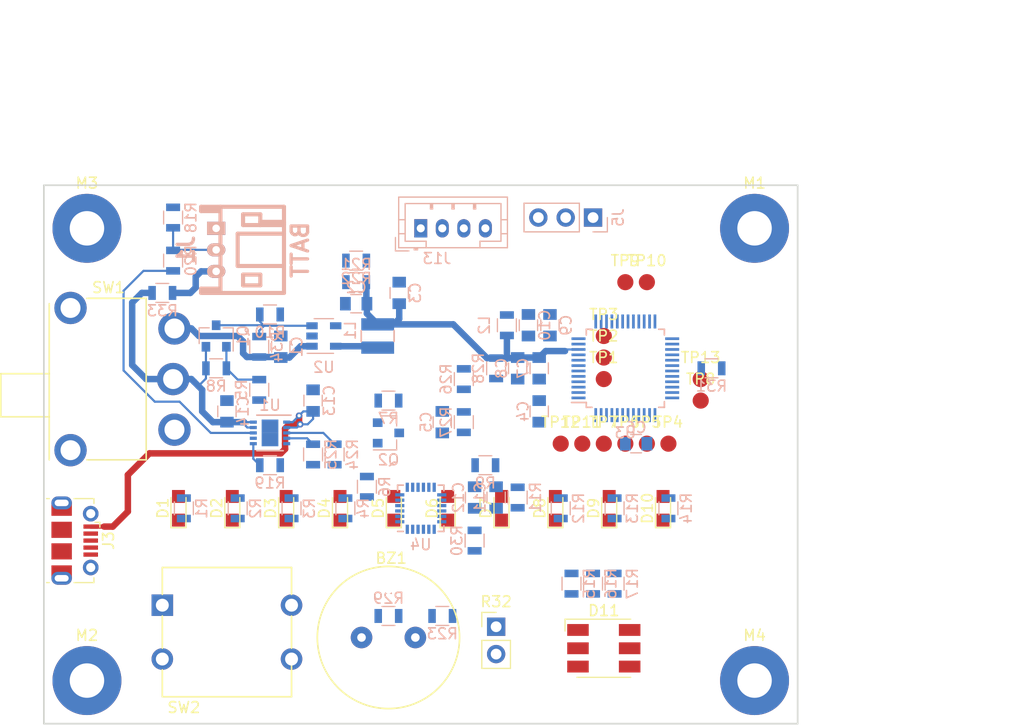
<source format=kicad_pcb>
(kicad_pcb (version 4) (host pcbnew 4.0.7)

  (general
    (links 172)
    (no_connects 137)
    (area 27.924999 59.924999 98.075001 110.075001)
    (thickness 1.6)
    (drawings 11)
    (tracks 116)
    (zones 0)
    (modules 91)
    (nets 98)
  )

  (page A4)
  (layers
    (0 F.Cu signal)
    (31 B.Cu signal)
    (32 B.Adhes user)
    (33 F.Adhes user)
    (34 B.Paste user)
    (35 F.Paste user)
    (36 B.SilkS user)
    (37 F.SilkS user)
    (38 B.Mask user)
    (39 F.Mask user)
    (40 Dwgs.User user)
    (41 Cmts.User user)
    (42 Eco1.User user)
    (43 Eco2.User user)
    (44 Edge.Cuts user)
    (45 Margin user)
    (46 B.CrtYd user)
    (47 F.CrtYd user)
    (48 B.Fab user hide)
    (49 F.Fab user hide)
  )

  (setup
    (last_trace_width 0.2)
    (user_trace_width 0.4)
    (user_trace_width 0.6)
    (trace_clearance 0.2)
    (zone_clearance 0.508)
    (zone_45_only no)
    (trace_min 0.2)
    (segment_width 0.2)
    (edge_width 0.15)
    (via_size 0.6)
    (via_drill 0.3)
    (via_min_size 0.6)
    (via_min_drill 0.3)
    (user_via 0.9 0.5)
    (uvia_size 0.3)
    (uvia_drill 0.1)
    (uvias_allowed no)
    (uvia_min_size 0.2)
    (uvia_min_drill 0.1)
    (pcb_text_width 0.3)
    (pcb_text_size 1.5 1.5)
    (mod_edge_width 0.15)
    (mod_text_size 1 1)
    (mod_text_width 0.15)
    (pad_size 1.524 1.524)
    (pad_drill 0.762)
    (pad_to_mask_clearance 0.2)
    (aux_axis_origin 0 0)
    (visible_elements 7FFEF7FF)
    (pcbplotparams
      (layerselection 0x00030_80000001)
      (usegerberextensions false)
      (excludeedgelayer true)
      (linewidth 0.100000)
      (plotframeref false)
      (viasonmask false)
      (mode 1)
      (useauxorigin false)
      (hpglpennumber 1)
      (hpglpenspeed 20)
      (hpglpendiameter 15)
      (hpglpenoverlay 2)
      (psnegative false)
      (psa4output false)
      (plotreference true)
      (plotvalue true)
      (plotinvisibletext false)
      (padsonsilk false)
      (subtractmaskfromsilk false)
      (outputformat 1)
      (mirror false)
      (drillshape 1)
      (scaleselection 1)
      (outputdirectory ""))
  )

  (net 0 "")
  (net 1 VCC)
  (net 2 /BUZZER)
  (net 3 +4V)
  (net 4 GND)
  (net 5 "Net-(C2-Pad2)")
  (net 6 /V_LDR)
  (net 7 /BAT_V_DIV)
  (net 8 "Net-(C10-Pad1)")
  (net 9 "Net-(D1-Pad2)")
  (net 10 /D0_0)
  (net 11 /DO_1)
  (net 12 /DO_2)
  (net 13 /DO_3)
  (net 14 /DO_4)
  (net 15 /DO_5)
  (net 16 /DO_6)
  (net 17 /DO_7)
  (net 18 /DO_8)
  (net 19 /DO_9)
  (net 20 "Net-(D11-Pad1)")
  (net 21 /DO_11)
  (net 22 /DO_10)
  (net 23 +BATT)
  (net 24 "Net-(J3-Pad2)")
  (net 25 VBUS)
  (net 26 "Net-(J3-Pad4)")
  (net 27 "Net-(J3-Pad3)")
  (net 28 /MCU_UART_TX)
  (net 29 /MCU_UART_RX)
  (net 30 "Net-(J13-Pad1)")
  (net 31 /SWIM)
  (net 32 /NRST)
  (net 33 "Net-(L1-Pad1)")
  (net 34 "Net-(Q1-Pad1)")
  (net 35 "Net-(Q2-Pad1)")
  (net 36 /PWM_R1)
  (net 37 /PWM_R2)
  (net 38 /PWM_Y1)
  (net 39 /PWM_Y2)
  (net 40 /N_PG)
  (net 41 /PWM_Y3)
  (net 42 /PWM_BRIGHTNESS)
  (net 43 /PWM_Y4)
  (net 44 /PWM_G1)
  (net 45 /PWM_G2)
  (net 46 /PWM_G3)
  (net 47 /PWM_G4)
  (net 48 /PWM_RGB_B)
  (net 49 /PWM_RGB_G)
  (net 50 /PWM_RGB_R)
  (net 51 "Net-(R19-Pad1)")
  (net 52 /THERM)
  (net 53 /STAT1)
  (net 54 /STAT2)
  (net 55 /BUTTON)
  (net 56 "Net-(R30-Pad1)")
  (net 57 "Net-(R31-Pad1)")
  (net 58 /AS_IRQ)
  (net 59 "Net-(SW1-Pad1)")
  (net 60 "Net-(TP1-Pad1)")
  (net 61 "Net-(TP2-Pad1)")
  (net 62 "Net-(TP3-Pad1)")
  (net 63 "Net-(TP4-Pad1)")
  (net 64 "Net-(TP5-Pad1)")
  (net 65 "Net-(TP6-Pad1)")
  (net 66 "Net-(TP7-Pad1)")
  (net 67 "Net-(TP8-Pad1)")
  (net 68 "Net-(TP9-Pad1)")
  (net 69 "Net-(TP10-Pad1)")
  (net 70 "Net-(TP11-Pad1)")
  (net 71 "Net-(TP12-Pad1)")
  (net 72 "Net-(TP13-Pad1)")
  (net 73 "Net-(U3-Pad13)")
  (net 74 /AS_RST)
  (net 75 /AS_CLK)
  (net 76 /AS_SD)
  (net 77 /STAT_1)
  (net 78 /STAT_2)
  (net 79 "Net-(U4-Pad3)")
  (net 80 "Net-(U4-Pad4)")
  (net 81 "Net-(U4-Pad5)")
  (net 82 "Net-(U4-Pad6)")
  (net 83 /D0_1)
  (net 84 /D0_2)
  (net 85 /D0_3)
  (net 86 /D0_4)
  (net 87 /D0_5)
  (net 88 "Net-(U4-Pad17)")
  (net 89 /D0_6)
  (net 90 /D0_7)
  (net 91 /D0_8)
  (net 92 /D0_9)
  (net 93 /D0_10)
  (net 94 /D0_11)
  (net 95 "Net-(J1-Pad2)")
  (net 96 "Net-(J1-Pad3)")
  (net 97 "Net-(Q1-Pad3)")

  (net_class Default "This is the default net class."
    (clearance 0.2)
    (trace_width 0.2)
    (via_dia 0.6)
    (via_drill 0.3)
    (uvia_dia 0.3)
    (uvia_drill 0.1)
    (add_net +4V)
    (add_net +BATT)
    (add_net /AS_CLK)
    (add_net /AS_IRQ)
    (add_net /AS_RST)
    (add_net /AS_SD)
    (add_net /BAT_V_DIV)
    (add_net /BUTTON)
    (add_net /BUZZER)
    (add_net /D0_0)
    (add_net /D0_1)
    (add_net /D0_10)
    (add_net /D0_11)
    (add_net /D0_2)
    (add_net /D0_3)
    (add_net /D0_4)
    (add_net /D0_5)
    (add_net /D0_6)
    (add_net /D0_7)
    (add_net /D0_8)
    (add_net /D0_9)
    (add_net /DO_1)
    (add_net /DO_10)
    (add_net /DO_11)
    (add_net /DO_2)
    (add_net /DO_3)
    (add_net /DO_4)
    (add_net /DO_5)
    (add_net /DO_6)
    (add_net /DO_7)
    (add_net /DO_8)
    (add_net /DO_9)
    (add_net /MCU_UART_RX)
    (add_net /MCU_UART_TX)
    (add_net /NRST)
    (add_net /N_PG)
    (add_net /PWM_BRIGHTNESS)
    (add_net /PWM_G1)
    (add_net /PWM_G2)
    (add_net /PWM_G3)
    (add_net /PWM_G4)
    (add_net /PWM_R1)
    (add_net /PWM_R2)
    (add_net /PWM_RGB_B)
    (add_net /PWM_RGB_G)
    (add_net /PWM_RGB_R)
    (add_net /PWM_Y1)
    (add_net /PWM_Y2)
    (add_net /PWM_Y3)
    (add_net /PWM_Y4)
    (add_net /STAT1)
    (add_net /STAT2)
    (add_net /STAT_1)
    (add_net /STAT_2)
    (add_net /SWIM)
    (add_net /THERM)
    (add_net /V_LDR)
    (add_net GND)
    (add_net "Net-(C10-Pad1)")
    (add_net "Net-(C2-Pad2)")
    (add_net "Net-(D1-Pad2)")
    (add_net "Net-(D11-Pad1)")
    (add_net "Net-(J1-Pad2)")
    (add_net "Net-(J1-Pad3)")
    (add_net "Net-(J13-Pad1)")
    (add_net "Net-(J3-Pad2)")
    (add_net "Net-(J3-Pad3)")
    (add_net "Net-(J3-Pad4)")
    (add_net "Net-(L1-Pad1)")
    (add_net "Net-(Q1-Pad1)")
    (add_net "Net-(Q1-Pad3)")
    (add_net "Net-(Q2-Pad1)")
    (add_net "Net-(R19-Pad1)")
    (add_net "Net-(R30-Pad1)")
    (add_net "Net-(R31-Pad1)")
    (add_net "Net-(SW1-Pad1)")
    (add_net "Net-(TP1-Pad1)")
    (add_net "Net-(TP10-Pad1)")
    (add_net "Net-(TP11-Pad1)")
    (add_net "Net-(TP12-Pad1)")
    (add_net "Net-(TP13-Pad1)")
    (add_net "Net-(TP2-Pad1)")
    (add_net "Net-(TP3-Pad1)")
    (add_net "Net-(TP4-Pad1)")
    (add_net "Net-(TP5-Pad1)")
    (add_net "Net-(TP6-Pad1)")
    (add_net "Net-(TP7-Pad1)")
    (add_net "Net-(TP8-Pad1)")
    (add_net "Net-(TP9-Pad1)")
    (add_net "Net-(U3-Pad13)")
    (add_net "Net-(U4-Pad17)")
    (add_net "Net-(U4-Pad3)")
    (add_net "Net-(U4-Pad4)")
    (add_net "Net-(U4-Pad5)")
    (add_net "Net-(U4-Pad6)")
    (add_net VBUS)
    (add_net VCC)
  )

  (module Capacitors_SMD:C_0805 (layer B.Cu) (tedit 58AA8463) (tstamp 5B5DD952)
    (at 50 75 90)
    (descr "Capacitor SMD 0805, reflow soldering, AVX (see smccp.pdf)")
    (tags "capacitor 0805")
    (path /5B2DDD4E)
    (attr smd)
    (fp_text reference C1 (at 0 1.5 90) (layer B.SilkS)
      (effects (font (size 1 1) (thickness 0.15)) (justify mirror))
    )
    (fp_text value 4u7 (at 0 -1.75 90) (layer B.Fab)
      (effects (font (size 1 1) (thickness 0.15)) (justify mirror))
    )
    (fp_text user %R (at 0 1.5 90) (layer B.Fab)
      (effects (font (size 1 1) (thickness 0.15)) (justify mirror))
    )
    (fp_line (start -1 -0.62) (end -1 0.62) (layer B.Fab) (width 0.1))
    (fp_line (start 1 -0.62) (end -1 -0.62) (layer B.Fab) (width 0.1))
    (fp_line (start 1 0.62) (end 1 -0.62) (layer B.Fab) (width 0.1))
    (fp_line (start -1 0.62) (end 1 0.62) (layer B.Fab) (width 0.1))
    (fp_line (start 0.5 0.85) (end -0.5 0.85) (layer B.SilkS) (width 0.12))
    (fp_line (start -0.5 -0.85) (end 0.5 -0.85) (layer B.SilkS) (width 0.12))
    (fp_line (start -1.75 0.88) (end 1.75 0.88) (layer B.CrtYd) (width 0.05))
    (fp_line (start -1.75 0.88) (end -1.75 -0.87) (layer B.CrtYd) (width 0.05))
    (fp_line (start 1.75 -0.87) (end 1.75 0.88) (layer B.CrtYd) (width 0.05))
    (fp_line (start 1.75 -0.87) (end -1.75 -0.87) (layer B.CrtYd) (width 0.05))
    (pad 1 smd rect (at -1 0 90) (size 1 1.25) (layers B.Cu B.Paste B.Mask)
      (net 3 +4V))
    (pad 2 smd rect (at 1 0 90) (size 1 1.25) (layers B.Cu B.Paste B.Mask)
      (net 4 GND))
    (model Capacitors_SMD.3dshapes/C_0805.wrl
      (at (xyz 0 0 0))
      (scale (xyz 1 1 1))
      (rotate (xyz 0 0 0))
    )
  )

  (module Capacitors_SMD:C_0805 (layer B.Cu) (tedit 58AA8463) (tstamp 5B5DD958)
    (at 57 71 180)
    (descr "Capacitor SMD 0805, reflow soldering, AVX (see smccp.pdf)")
    (tags "capacitor 0805")
    (path /5B305ED4)
    (attr smd)
    (fp_text reference C2 (at 0 1.5 180) (layer B.SilkS)
      (effects (font (size 1 1) (thickness 0.15)) (justify mirror))
    )
    (fp_text value 22p (at 0 -1.75 180) (layer B.Fab)
      (effects (font (size 1 1) (thickness 0.15)) (justify mirror))
    )
    (fp_text user %R (at 0 1.5 180) (layer B.Fab)
      (effects (font (size 1 1) (thickness 0.15)) (justify mirror))
    )
    (fp_line (start -1 -0.62) (end -1 0.62) (layer B.Fab) (width 0.1))
    (fp_line (start 1 -0.62) (end -1 -0.62) (layer B.Fab) (width 0.1))
    (fp_line (start 1 0.62) (end 1 -0.62) (layer B.Fab) (width 0.1))
    (fp_line (start -1 0.62) (end 1 0.62) (layer B.Fab) (width 0.1))
    (fp_line (start 0.5 0.85) (end -0.5 0.85) (layer B.SilkS) (width 0.12))
    (fp_line (start -0.5 -0.85) (end 0.5 -0.85) (layer B.SilkS) (width 0.12))
    (fp_line (start -1.75 0.88) (end 1.75 0.88) (layer B.CrtYd) (width 0.05))
    (fp_line (start -1.75 0.88) (end -1.75 -0.87) (layer B.CrtYd) (width 0.05))
    (fp_line (start 1.75 -0.87) (end 1.75 0.88) (layer B.CrtYd) (width 0.05))
    (fp_line (start 1.75 -0.87) (end -1.75 -0.87) (layer B.CrtYd) (width 0.05))
    (pad 1 smd rect (at -1 0 180) (size 1 1.25) (layers B.Cu B.Paste B.Mask)
      (net 1 VCC))
    (pad 2 smd rect (at 1 0 180) (size 1 1.25) (layers B.Cu B.Paste B.Mask)
      (net 5 "Net-(C2-Pad2)"))
    (model Capacitors_SMD.3dshapes/C_0805.wrl
      (at (xyz 0 0 0))
      (scale (xyz 1 1 1))
      (rotate (xyz 0 0 0))
    )
  )

  (module Capacitors_SMD:C_0805 (layer B.Cu) (tedit 58AA8463) (tstamp 5B5DD95E)
    (at 61 70 90)
    (descr "Capacitor SMD 0805, reflow soldering, AVX (see smccp.pdf)")
    (tags "capacitor 0805")
    (path /5B305F63)
    (attr smd)
    (fp_text reference C3 (at 0 1.5 90) (layer B.SilkS)
      (effects (font (size 1 1) (thickness 0.15)) (justify mirror))
    )
    (fp_text value 10u (at 0 -1.75 90) (layer B.Fab)
      (effects (font (size 1 1) (thickness 0.15)) (justify mirror))
    )
    (fp_text user %R (at 0 1.5 90) (layer B.Fab)
      (effects (font (size 1 1) (thickness 0.15)) (justify mirror))
    )
    (fp_line (start -1 -0.62) (end -1 0.62) (layer B.Fab) (width 0.1))
    (fp_line (start 1 -0.62) (end -1 -0.62) (layer B.Fab) (width 0.1))
    (fp_line (start 1 0.62) (end 1 -0.62) (layer B.Fab) (width 0.1))
    (fp_line (start -1 0.62) (end 1 0.62) (layer B.Fab) (width 0.1))
    (fp_line (start 0.5 0.85) (end -0.5 0.85) (layer B.SilkS) (width 0.12))
    (fp_line (start -0.5 -0.85) (end 0.5 -0.85) (layer B.SilkS) (width 0.12))
    (fp_line (start -1.75 0.88) (end 1.75 0.88) (layer B.CrtYd) (width 0.05))
    (fp_line (start -1.75 0.88) (end -1.75 -0.87) (layer B.CrtYd) (width 0.05))
    (fp_line (start 1.75 -0.87) (end 1.75 0.88) (layer B.CrtYd) (width 0.05))
    (fp_line (start 1.75 -0.87) (end -1.75 -0.87) (layer B.CrtYd) (width 0.05))
    (pad 1 smd rect (at -1 0 90) (size 1 1.25) (layers B.Cu B.Paste B.Mask)
      (net 1 VCC))
    (pad 2 smd rect (at 1 0 90) (size 1 1.25) (layers B.Cu B.Paste B.Mask)
      (net 4 GND))
    (model Capacitors_SMD.3dshapes/C_0805.wrl
      (at (xyz 0 0 0))
      (scale (xyz 1 1 1))
      (rotate (xyz 0 0 0))
    )
  )

  (module Capacitors_SMD:C_0805 (layer B.Cu) (tedit 58AA8463) (tstamp 5B5DD964)
    (at 74 81 270)
    (descr "Capacitor SMD 0805, reflow soldering, AVX (see smccp.pdf)")
    (tags "capacitor 0805")
    (path /5B3BDE1C)
    (attr smd)
    (fp_text reference C4 (at 0 1.5 270) (layer B.SilkS)
      (effects (font (size 1 1) (thickness 0.15)) (justify mirror))
    )
    (fp_text value 100n (at 0 -1.75 270) (layer B.Fab)
      (effects (font (size 1 1) (thickness 0.15)) (justify mirror))
    )
    (fp_text user %R (at 0 1.5 270) (layer B.Fab)
      (effects (font (size 1 1) (thickness 0.15)) (justify mirror))
    )
    (fp_line (start -1 -0.62) (end -1 0.62) (layer B.Fab) (width 0.1))
    (fp_line (start 1 -0.62) (end -1 -0.62) (layer B.Fab) (width 0.1))
    (fp_line (start 1 0.62) (end 1 -0.62) (layer B.Fab) (width 0.1))
    (fp_line (start -1 0.62) (end 1 0.62) (layer B.Fab) (width 0.1))
    (fp_line (start 0.5 0.85) (end -0.5 0.85) (layer B.SilkS) (width 0.12))
    (fp_line (start -0.5 -0.85) (end 0.5 -0.85) (layer B.SilkS) (width 0.12))
    (fp_line (start -1.75 0.88) (end 1.75 0.88) (layer B.CrtYd) (width 0.05))
    (fp_line (start -1.75 0.88) (end -1.75 -0.87) (layer B.CrtYd) (width 0.05))
    (fp_line (start 1.75 -0.87) (end 1.75 0.88) (layer B.CrtYd) (width 0.05))
    (fp_line (start 1.75 -0.87) (end -1.75 -0.87) (layer B.CrtYd) (width 0.05))
    (pad 1 smd rect (at -1 0 270) (size 1 1.25) (layers B.Cu B.Paste B.Mask)
      (net 6 /V_LDR))
    (pad 2 smd rect (at 1 0 270) (size 1 1.25) (layers B.Cu B.Paste B.Mask)
      (net 4 GND))
    (model Capacitors_SMD.3dshapes/C_0805.wrl
      (at (xyz 0 0 0))
      (scale (xyz 1 1 1))
      (rotate (xyz 0 0 0))
    )
  )

  (module Capacitors_SMD:C_0805 (layer B.Cu) (tedit 58AA8463) (tstamp 5B5DD96A)
    (at 65 82 270)
    (descr "Capacitor SMD 0805, reflow soldering, AVX (see smccp.pdf)")
    (tags "capacitor 0805")
    (path /5B30625F)
    (attr smd)
    (fp_text reference C5 (at 0 1.5 270) (layer B.SilkS)
      (effects (font (size 1 1) (thickness 0.15)) (justify mirror))
    )
    (fp_text value 100n (at 0 -1.75 270) (layer B.Fab)
      (effects (font (size 1 1) (thickness 0.15)) (justify mirror))
    )
    (fp_text user %R (at 0 1.5 270) (layer B.Fab)
      (effects (font (size 1 1) (thickness 0.15)) (justify mirror))
    )
    (fp_line (start -1 -0.62) (end -1 0.62) (layer B.Fab) (width 0.1))
    (fp_line (start 1 -0.62) (end -1 -0.62) (layer B.Fab) (width 0.1))
    (fp_line (start 1 0.62) (end 1 -0.62) (layer B.Fab) (width 0.1))
    (fp_line (start -1 0.62) (end 1 0.62) (layer B.Fab) (width 0.1))
    (fp_line (start 0.5 0.85) (end -0.5 0.85) (layer B.SilkS) (width 0.12))
    (fp_line (start -0.5 -0.85) (end 0.5 -0.85) (layer B.SilkS) (width 0.12))
    (fp_line (start -1.75 0.88) (end 1.75 0.88) (layer B.CrtYd) (width 0.05))
    (fp_line (start -1.75 0.88) (end -1.75 -0.87) (layer B.CrtYd) (width 0.05))
    (fp_line (start 1.75 -0.87) (end 1.75 0.88) (layer B.CrtYd) (width 0.05))
    (fp_line (start 1.75 -0.87) (end -1.75 -0.87) (layer B.CrtYd) (width 0.05))
    (pad 1 smd rect (at -1 0 270) (size 1 1.25) (layers B.Cu B.Paste B.Mask)
      (net 7 /BAT_V_DIV))
    (pad 2 smd rect (at 1 0 270) (size 1 1.25) (layers B.Cu B.Paste B.Mask)
      (net 4 GND))
    (model Capacitors_SMD.3dshapes/C_0805.wrl
      (at (xyz 0 0 0))
      (scale (xyz 1 1 1))
      (rotate (xyz 0 0 0))
    )
  )

  (module Capacitors_SMD:C_0805 (layer B.Cu) (tedit 58AA8463) (tstamp 5B5DD970)
    (at 83 84 180)
    (descr "Capacitor SMD 0805, reflow soldering, AVX (see smccp.pdf)")
    (tags "capacitor 0805")
    (path /5B383A7F)
    (attr smd)
    (fp_text reference C6 (at 0 1.5 180) (layer B.SilkS)
      (effects (font (size 1 1) (thickness 0.15)) (justify mirror))
    )
    (fp_text value 100n (at 0 -1.75 180) (layer B.Fab)
      (effects (font (size 1 1) (thickness 0.15)) (justify mirror))
    )
    (fp_text user %R (at 0 1.5 180) (layer B.Fab)
      (effects (font (size 1 1) (thickness 0.15)) (justify mirror))
    )
    (fp_line (start -1 -0.62) (end -1 0.62) (layer B.Fab) (width 0.1))
    (fp_line (start 1 -0.62) (end -1 -0.62) (layer B.Fab) (width 0.1))
    (fp_line (start 1 0.62) (end 1 -0.62) (layer B.Fab) (width 0.1))
    (fp_line (start -1 0.62) (end 1 0.62) (layer B.Fab) (width 0.1))
    (fp_line (start 0.5 0.85) (end -0.5 0.85) (layer B.SilkS) (width 0.12))
    (fp_line (start -0.5 -0.85) (end 0.5 -0.85) (layer B.SilkS) (width 0.12))
    (fp_line (start -1.75 0.88) (end 1.75 0.88) (layer B.CrtYd) (width 0.05))
    (fp_line (start -1.75 0.88) (end -1.75 -0.87) (layer B.CrtYd) (width 0.05))
    (fp_line (start 1.75 -0.87) (end 1.75 0.88) (layer B.CrtYd) (width 0.05))
    (fp_line (start 1.75 -0.87) (end -1.75 -0.87) (layer B.CrtYd) (width 0.05))
    (pad 1 smd rect (at -1 0 180) (size 1 1.25) (layers B.Cu B.Paste B.Mask)
      (net 1 VCC))
    (pad 2 smd rect (at 1 0 180) (size 1 1.25) (layers B.Cu B.Paste B.Mask)
      (net 4 GND))
    (model Capacitors_SMD.3dshapes/C_0805.wrl
      (at (xyz 0 0 0))
      (scale (xyz 1 1 1))
      (rotate (xyz 0 0 0))
    )
  )

  (module Capacitors_SMD:C_0805 (layer B.Cu) (tedit 58AA8463) (tstamp 5B5DD976)
    (at 74 77 270)
    (descr "Capacitor SMD 0805, reflow soldering, AVX (see smccp.pdf)")
    (tags "capacitor 0805")
    (path /5B38579E)
    (attr smd)
    (fp_text reference C7 (at 0 1.5 270) (layer B.SilkS)
      (effects (font (size 1 1) (thickness 0.15)) (justify mirror))
    )
    (fp_text value 100n (at 0 -1.75 270) (layer B.Fab)
      (effects (font (size 1 1) (thickness 0.15)) (justify mirror))
    )
    (fp_text user %R (at 0 1.5 270) (layer B.Fab)
      (effects (font (size 1 1) (thickness 0.15)) (justify mirror))
    )
    (fp_line (start -1 -0.62) (end -1 0.62) (layer B.Fab) (width 0.1))
    (fp_line (start 1 -0.62) (end -1 -0.62) (layer B.Fab) (width 0.1))
    (fp_line (start 1 0.62) (end 1 -0.62) (layer B.Fab) (width 0.1))
    (fp_line (start -1 0.62) (end 1 0.62) (layer B.Fab) (width 0.1))
    (fp_line (start 0.5 0.85) (end -0.5 0.85) (layer B.SilkS) (width 0.12))
    (fp_line (start -0.5 -0.85) (end 0.5 -0.85) (layer B.SilkS) (width 0.12))
    (fp_line (start -1.75 0.88) (end 1.75 0.88) (layer B.CrtYd) (width 0.05))
    (fp_line (start -1.75 0.88) (end -1.75 -0.87) (layer B.CrtYd) (width 0.05))
    (fp_line (start 1.75 -0.87) (end 1.75 0.88) (layer B.CrtYd) (width 0.05))
    (fp_line (start 1.75 -0.87) (end -1.75 -0.87) (layer B.CrtYd) (width 0.05))
    (pad 1 smd rect (at -1 0 270) (size 1 1.25) (layers B.Cu B.Paste B.Mask)
      (net 1 VCC))
    (pad 2 smd rect (at 1 0 270) (size 1 1.25) (layers B.Cu B.Paste B.Mask)
      (net 4 GND))
    (model Capacitors_SMD.3dshapes/C_0805.wrl
      (at (xyz 0 0 0))
      (scale (xyz 1 1 1))
      (rotate (xyz 0 0 0))
    )
  )

  (module Capacitors_SMD:C_0805 (layer B.Cu) (tedit 58AA8463) (tstamp 5B5DD97C)
    (at 72 77 270)
    (descr "Capacitor SMD 0805, reflow soldering, AVX (see smccp.pdf)")
    (tags "capacitor 0805")
    (path /5B388818)
    (attr smd)
    (fp_text reference C8 (at 0 1.5 270) (layer B.SilkS)
      (effects (font (size 1 1) (thickness 0.15)) (justify mirror))
    )
    (fp_text value 1u (at 0 -1.75 270) (layer B.Fab)
      (effects (font (size 1 1) (thickness 0.15)) (justify mirror))
    )
    (fp_text user %R (at 0 1.5 270) (layer B.Fab)
      (effects (font (size 1 1) (thickness 0.15)) (justify mirror))
    )
    (fp_line (start -1 -0.62) (end -1 0.62) (layer B.Fab) (width 0.1))
    (fp_line (start 1 -0.62) (end -1 -0.62) (layer B.Fab) (width 0.1))
    (fp_line (start 1 0.62) (end 1 -0.62) (layer B.Fab) (width 0.1))
    (fp_line (start -1 0.62) (end 1 0.62) (layer B.Fab) (width 0.1))
    (fp_line (start 0.5 0.85) (end -0.5 0.85) (layer B.SilkS) (width 0.12))
    (fp_line (start -0.5 -0.85) (end 0.5 -0.85) (layer B.SilkS) (width 0.12))
    (fp_line (start -1.75 0.88) (end 1.75 0.88) (layer B.CrtYd) (width 0.05))
    (fp_line (start -1.75 0.88) (end -1.75 -0.87) (layer B.CrtYd) (width 0.05))
    (fp_line (start 1.75 -0.87) (end 1.75 0.88) (layer B.CrtYd) (width 0.05))
    (fp_line (start 1.75 -0.87) (end -1.75 -0.87) (layer B.CrtYd) (width 0.05))
    (pad 1 smd rect (at -1 0 270) (size 1 1.25) (layers B.Cu B.Paste B.Mask)
      (net 1 VCC))
    (pad 2 smd rect (at 1 0 270) (size 1 1.25) (layers B.Cu B.Paste B.Mask)
      (net 4 GND))
    (model Capacitors_SMD.3dshapes/C_0805.wrl
      (at (xyz 0 0 0))
      (scale (xyz 1 1 1))
      (rotate (xyz 0 0 0))
    )
  )

  (module Capacitors_SMD:C_0805 (layer B.Cu) (tedit 58AA8463) (tstamp 5B5DD982)
    (at 75 73 90)
    (descr "Capacitor SMD 0805, reflow soldering, AVX (see smccp.pdf)")
    (tags "capacitor 0805")
    (path /5B35656A)
    (attr smd)
    (fp_text reference C9 (at 0 1.5 90) (layer B.SilkS)
      (effects (font (size 1 1) (thickness 0.15)) (justify mirror))
    )
    (fp_text value 100n (at 0 -1.75 90) (layer B.Fab)
      (effects (font (size 1 1) (thickness 0.15)) (justify mirror))
    )
    (fp_text user %R (at 0 1.5 90) (layer B.Fab)
      (effects (font (size 1 1) (thickness 0.15)) (justify mirror))
    )
    (fp_line (start -1 -0.62) (end -1 0.62) (layer B.Fab) (width 0.1))
    (fp_line (start 1 -0.62) (end -1 -0.62) (layer B.Fab) (width 0.1))
    (fp_line (start 1 0.62) (end 1 -0.62) (layer B.Fab) (width 0.1))
    (fp_line (start -1 0.62) (end 1 0.62) (layer B.Fab) (width 0.1))
    (fp_line (start 0.5 0.85) (end -0.5 0.85) (layer B.SilkS) (width 0.12))
    (fp_line (start -0.5 -0.85) (end 0.5 -0.85) (layer B.SilkS) (width 0.12))
    (fp_line (start -1.75 0.88) (end 1.75 0.88) (layer B.CrtYd) (width 0.05))
    (fp_line (start -1.75 0.88) (end -1.75 -0.87) (layer B.CrtYd) (width 0.05))
    (fp_line (start 1.75 -0.87) (end 1.75 0.88) (layer B.CrtYd) (width 0.05))
    (fp_line (start 1.75 -0.87) (end -1.75 -0.87) (layer B.CrtYd) (width 0.05))
    (pad 1 smd rect (at -1 0 90) (size 1 1.25) (layers B.Cu B.Paste B.Mask)
      (net 8 "Net-(C10-Pad1)"))
    (pad 2 smd rect (at 1 0 90) (size 1 1.25) (layers B.Cu B.Paste B.Mask)
      (net 4 GND))
    (model Capacitors_SMD.3dshapes/C_0805.wrl
      (at (xyz 0 0 0))
      (scale (xyz 1 1 1))
      (rotate (xyz 0 0 0))
    )
  )

  (module Capacitors_SMD:C_0805 (layer B.Cu) (tedit 58AA8463) (tstamp 5B5DD988)
    (at 73 73 90)
    (descr "Capacitor SMD 0805, reflow soldering, AVX (see smccp.pdf)")
    (tags "capacitor 0805")
    (path /5B3566B1)
    (attr smd)
    (fp_text reference C10 (at 0 1.5 90) (layer B.SilkS)
      (effects (font (size 1 1) (thickness 0.15)) (justify mirror))
    )
    (fp_text value 1u (at 0 -1.75 90) (layer B.Fab)
      (effects (font (size 1 1) (thickness 0.15)) (justify mirror))
    )
    (fp_text user %R (at 0 1.5 90) (layer B.Fab)
      (effects (font (size 1 1) (thickness 0.15)) (justify mirror))
    )
    (fp_line (start -1 -0.62) (end -1 0.62) (layer B.Fab) (width 0.1))
    (fp_line (start 1 -0.62) (end -1 -0.62) (layer B.Fab) (width 0.1))
    (fp_line (start 1 0.62) (end 1 -0.62) (layer B.Fab) (width 0.1))
    (fp_line (start -1 0.62) (end 1 0.62) (layer B.Fab) (width 0.1))
    (fp_line (start 0.5 0.85) (end -0.5 0.85) (layer B.SilkS) (width 0.12))
    (fp_line (start -0.5 -0.85) (end 0.5 -0.85) (layer B.SilkS) (width 0.12))
    (fp_line (start -1.75 0.88) (end 1.75 0.88) (layer B.CrtYd) (width 0.05))
    (fp_line (start -1.75 0.88) (end -1.75 -0.87) (layer B.CrtYd) (width 0.05))
    (fp_line (start 1.75 -0.87) (end 1.75 0.88) (layer B.CrtYd) (width 0.05))
    (fp_line (start 1.75 -0.87) (end -1.75 -0.87) (layer B.CrtYd) (width 0.05))
    (pad 1 smd rect (at -1 0 90) (size 1 1.25) (layers B.Cu B.Paste B.Mask)
      (net 8 "Net-(C10-Pad1)"))
    (pad 2 smd rect (at 1 0 90) (size 1 1.25) (layers B.Cu B.Paste B.Mask)
      (net 4 GND))
    (model Capacitors_SMD.3dshapes/C_0805.wrl
      (at (xyz 0 0 0))
      (scale (xyz 1 1 1))
      (rotate (xyz 0 0 0))
    )
  )

  (module Capacitors_SMD:C_0805 (layer B.Cu) (tedit 58AA8463) (tstamp 5B5DD98E)
    (at 70 89 270)
    (descr "Capacitor SMD 0805, reflow soldering, AVX (see smccp.pdf)")
    (tags "capacitor 0805")
    (path /5B39F28D)
    (attr smd)
    (fp_text reference C11 (at 0 1.5 270) (layer B.SilkS)
      (effects (font (size 1 1) (thickness 0.15)) (justify mirror))
    )
    (fp_text value 10u (at 0 -1.75 270) (layer B.Fab)
      (effects (font (size 1 1) (thickness 0.15)) (justify mirror))
    )
    (fp_text user %R (at 0 1.5 270) (layer B.Fab)
      (effects (font (size 1 1) (thickness 0.15)) (justify mirror))
    )
    (fp_line (start -1 -0.62) (end -1 0.62) (layer B.Fab) (width 0.1))
    (fp_line (start 1 -0.62) (end -1 -0.62) (layer B.Fab) (width 0.1))
    (fp_line (start 1 0.62) (end 1 -0.62) (layer B.Fab) (width 0.1))
    (fp_line (start -1 0.62) (end 1 0.62) (layer B.Fab) (width 0.1))
    (fp_line (start 0.5 0.85) (end -0.5 0.85) (layer B.SilkS) (width 0.12))
    (fp_line (start -0.5 -0.85) (end 0.5 -0.85) (layer B.SilkS) (width 0.12))
    (fp_line (start -1.75 0.88) (end 1.75 0.88) (layer B.CrtYd) (width 0.05))
    (fp_line (start -1.75 0.88) (end -1.75 -0.87) (layer B.CrtYd) (width 0.05))
    (fp_line (start 1.75 -0.87) (end 1.75 0.88) (layer B.CrtYd) (width 0.05))
    (fp_line (start 1.75 -0.87) (end -1.75 -0.87) (layer B.CrtYd) (width 0.05))
    (pad 1 smd rect (at -1 0 270) (size 1 1.25) (layers B.Cu B.Paste B.Mask)
      (net 1 VCC))
    (pad 2 smd rect (at 1 0 270) (size 1 1.25) (layers B.Cu B.Paste B.Mask)
      (net 4 GND))
    (model Capacitors_SMD.3dshapes/C_0805.wrl
      (at (xyz 0 0 0))
      (scale (xyz 1 1 1))
      (rotate (xyz 0 0 0))
    )
  )

  (module Capacitors_SMD:C_0805 (layer B.Cu) (tedit 58AA8463) (tstamp 5B5DD994)
    (at 68 89 270)
    (descr "Capacitor SMD 0805, reflow soldering, AVX (see smccp.pdf)")
    (tags "capacitor 0805")
    (path /5B39F374)
    (attr smd)
    (fp_text reference C12 (at 0 1.5 270) (layer B.SilkS)
      (effects (font (size 1 1) (thickness 0.15)) (justify mirror))
    )
    (fp_text value 100n (at 0 -1.75 270) (layer B.Fab)
      (effects (font (size 1 1) (thickness 0.15)) (justify mirror))
    )
    (fp_text user %R (at 0 1.5 270) (layer B.Fab)
      (effects (font (size 1 1) (thickness 0.15)) (justify mirror))
    )
    (fp_line (start -1 -0.62) (end -1 0.62) (layer B.Fab) (width 0.1))
    (fp_line (start 1 -0.62) (end -1 -0.62) (layer B.Fab) (width 0.1))
    (fp_line (start 1 0.62) (end 1 -0.62) (layer B.Fab) (width 0.1))
    (fp_line (start -1 0.62) (end 1 0.62) (layer B.Fab) (width 0.1))
    (fp_line (start 0.5 0.85) (end -0.5 0.85) (layer B.SilkS) (width 0.12))
    (fp_line (start -0.5 -0.85) (end 0.5 -0.85) (layer B.SilkS) (width 0.12))
    (fp_line (start -1.75 0.88) (end 1.75 0.88) (layer B.CrtYd) (width 0.05))
    (fp_line (start -1.75 0.88) (end -1.75 -0.87) (layer B.CrtYd) (width 0.05))
    (fp_line (start 1.75 -0.87) (end 1.75 0.88) (layer B.CrtYd) (width 0.05))
    (fp_line (start 1.75 -0.87) (end -1.75 -0.87) (layer B.CrtYd) (width 0.05))
    (pad 1 smd rect (at -1 0 270) (size 1 1.25) (layers B.Cu B.Paste B.Mask)
      (net 1 VCC))
    (pad 2 smd rect (at 1 0 270) (size 1 1.25) (layers B.Cu B.Paste B.Mask)
      (net 4 GND))
    (model Capacitors_SMD.3dshapes/C_0805.wrl
      (at (xyz 0 0 0))
      (scale (xyz 1 1 1))
      (rotate (xyz 0 0 0))
    )
  )

  (module LEDs:LED_0805 (layer F.Cu) (tedit 59959803) (tstamp 5B5DD99A)
    (at 40.5 90 90)
    (descr "LED 0805 smd package")
    (tags "LED led 0805 SMD smd SMT smt smdled SMDLED smtled SMTLED")
    (path /5B2BDFF7)
    (attr smd)
    (fp_text reference D1 (at 0 -1.45 90) (layer F.SilkS)
      (effects (font (size 1 1) (thickness 0.15)))
    )
    (fp_text value R (at 0 1.55 90) (layer F.Fab)
      (effects (font (size 1 1) (thickness 0.15)))
    )
    (fp_line (start -1.8 -0.7) (end -1.8 0.7) (layer F.SilkS) (width 0.12))
    (fp_line (start -0.4 -0.4) (end -0.4 0.4) (layer F.Fab) (width 0.1))
    (fp_line (start -0.4 0) (end 0.2 -0.4) (layer F.Fab) (width 0.1))
    (fp_line (start 0.2 0.4) (end -0.4 0) (layer F.Fab) (width 0.1))
    (fp_line (start 0.2 -0.4) (end 0.2 0.4) (layer F.Fab) (width 0.1))
    (fp_line (start 1 0.6) (end -1 0.6) (layer F.Fab) (width 0.1))
    (fp_line (start 1 -0.6) (end 1 0.6) (layer F.Fab) (width 0.1))
    (fp_line (start -1 -0.6) (end 1 -0.6) (layer F.Fab) (width 0.1))
    (fp_line (start -1 0.6) (end -1 -0.6) (layer F.Fab) (width 0.1))
    (fp_line (start -1.8 0.7) (end 1 0.7) (layer F.SilkS) (width 0.12))
    (fp_line (start -1.8 -0.7) (end 1 -0.7) (layer F.SilkS) (width 0.12))
    (fp_line (start 1.95 -0.85) (end 1.95 0.85) (layer F.CrtYd) (width 0.05))
    (fp_line (start 1.95 0.85) (end -1.95 0.85) (layer F.CrtYd) (width 0.05))
    (fp_line (start -1.95 0.85) (end -1.95 -0.85) (layer F.CrtYd) (width 0.05))
    (fp_line (start -1.95 -0.85) (end 1.95 -0.85) (layer F.CrtYd) (width 0.05))
    (fp_text user %R (at 0 -1.25 90) (layer F.Fab)
      (effects (font (size 0.4 0.4) (thickness 0.1)))
    )
    (pad 2 smd rect (at 1.1 0 270) (size 1.2 1.2) (layers F.Cu F.Paste F.Mask)
      (net 9 "Net-(D1-Pad2)"))
    (pad 1 smd rect (at -1.1 0 270) (size 1.2 1.2) (layers F.Cu F.Paste F.Mask)
      (net 10 /D0_0))
    (model ${KISYS3DMOD}/LEDs.3dshapes/LED_0805.wrl
      (at (xyz 0 0 0))
      (scale (xyz 1 1 1))
      (rotate (xyz 0 0 180))
    )
  )

  (module LEDs:LED_0805 (layer F.Cu) (tedit 59959803) (tstamp 5B5DD9A0)
    (at 45.5 90 90)
    (descr "LED 0805 smd package")
    (tags "LED led 0805 SMD smd SMT smt smdled SMDLED smtled SMTLED")
    (path /5B2BE20E)
    (attr smd)
    (fp_text reference D2 (at 0 -1.45 90) (layer F.SilkS)
      (effects (font (size 1 1) (thickness 0.15)))
    )
    (fp_text value R (at 0 1.55 90) (layer F.Fab)
      (effects (font (size 1 1) (thickness 0.15)))
    )
    (fp_line (start -1.8 -0.7) (end -1.8 0.7) (layer F.SilkS) (width 0.12))
    (fp_line (start -0.4 -0.4) (end -0.4 0.4) (layer F.Fab) (width 0.1))
    (fp_line (start -0.4 0) (end 0.2 -0.4) (layer F.Fab) (width 0.1))
    (fp_line (start 0.2 0.4) (end -0.4 0) (layer F.Fab) (width 0.1))
    (fp_line (start 0.2 -0.4) (end 0.2 0.4) (layer F.Fab) (width 0.1))
    (fp_line (start 1 0.6) (end -1 0.6) (layer F.Fab) (width 0.1))
    (fp_line (start 1 -0.6) (end 1 0.6) (layer F.Fab) (width 0.1))
    (fp_line (start -1 -0.6) (end 1 -0.6) (layer F.Fab) (width 0.1))
    (fp_line (start -1 0.6) (end -1 -0.6) (layer F.Fab) (width 0.1))
    (fp_line (start -1.8 0.7) (end 1 0.7) (layer F.SilkS) (width 0.12))
    (fp_line (start -1.8 -0.7) (end 1 -0.7) (layer F.SilkS) (width 0.12))
    (fp_line (start 1.95 -0.85) (end 1.95 0.85) (layer F.CrtYd) (width 0.05))
    (fp_line (start 1.95 0.85) (end -1.95 0.85) (layer F.CrtYd) (width 0.05))
    (fp_line (start -1.95 0.85) (end -1.95 -0.85) (layer F.CrtYd) (width 0.05))
    (fp_line (start -1.95 -0.85) (end 1.95 -0.85) (layer F.CrtYd) (width 0.05))
    (fp_text user %R (at 0 -1.25 90) (layer F.Fab)
      (effects (font (size 0.4 0.4) (thickness 0.1)))
    )
    (pad 2 smd rect (at 1.1 0 270) (size 1.2 1.2) (layers F.Cu F.Paste F.Mask)
      (net 9 "Net-(D1-Pad2)"))
    (pad 1 smd rect (at -1.1 0 270) (size 1.2 1.2) (layers F.Cu F.Paste F.Mask)
      (net 11 /DO_1))
    (model ${KISYS3DMOD}/LEDs.3dshapes/LED_0805.wrl
      (at (xyz 0 0 0))
      (scale (xyz 1 1 1))
      (rotate (xyz 0 0 180))
    )
  )

  (module LEDs:LED_0805 (layer F.Cu) (tedit 59959803) (tstamp 5B5DD9A6)
    (at 50.5 90 90)
    (descr "LED 0805 smd package")
    (tags "LED led 0805 SMD smd SMT smt smdled SMDLED smtled SMTLED")
    (path /5B2BE24B)
    (attr smd)
    (fp_text reference D3 (at 0 -1.45 90) (layer F.SilkS)
      (effects (font (size 1 1) (thickness 0.15)))
    )
    (fp_text value Y (at 0 1.55 90) (layer F.Fab)
      (effects (font (size 1 1) (thickness 0.15)))
    )
    (fp_line (start -1.8 -0.7) (end -1.8 0.7) (layer F.SilkS) (width 0.12))
    (fp_line (start -0.4 -0.4) (end -0.4 0.4) (layer F.Fab) (width 0.1))
    (fp_line (start -0.4 0) (end 0.2 -0.4) (layer F.Fab) (width 0.1))
    (fp_line (start 0.2 0.4) (end -0.4 0) (layer F.Fab) (width 0.1))
    (fp_line (start 0.2 -0.4) (end 0.2 0.4) (layer F.Fab) (width 0.1))
    (fp_line (start 1 0.6) (end -1 0.6) (layer F.Fab) (width 0.1))
    (fp_line (start 1 -0.6) (end 1 0.6) (layer F.Fab) (width 0.1))
    (fp_line (start -1 -0.6) (end 1 -0.6) (layer F.Fab) (width 0.1))
    (fp_line (start -1 0.6) (end -1 -0.6) (layer F.Fab) (width 0.1))
    (fp_line (start -1.8 0.7) (end 1 0.7) (layer F.SilkS) (width 0.12))
    (fp_line (start -1.8 -0.7) (end 1 -0.7) (layer F.SilkS) (width 0.12))
    (fp_line (start 1.95 -0.85) (end 1.95 0.85) (layer F.CrtYd) (width 0.05))
    (fp_line (start 1.95 0.85) (end -1.95 0.85) (layer F.CrtYd) (width 0.05))
    (fp_line (start -1.95 0.85) (end -1.95 -0.85) (layer F.CrtYd) (width 0.05))
    (fp_line (start -1.95 -0.85) (end 1.95 -0.85) (layer F.CrtYd) (width 0.05))
    (fp_text user %R (at 0 -1.25 90) (layer F.Fab)
      (effects (font (size 0.4 0.4) (thickness 0.1)))
    )
    (pad 2 smd rect (at 1.1 0 270) (size 1.2 1.2) (layers F.Cu F.Paste F.Mask)
      (net 9 "Net-(D1-Pad2)"))
    (pad 1 smd rect (at -1.1 0 270) (size 1.2 1.2) (layers F.Cu F.Paste F.Mask)
      (net 12 /DO_2))
    (model ${KISYS3DMOD}/LEDs.3dshapes/LED_0805.wrl
      (at (xyz 0 0 0))
      (scale (xyz 1 1 1))
      (rotate (xyz 0 0 180))
    )
  )

  (module LEDs:LED_0805 (layer F.Cu) (tedit 59959803) (tstamp 5B5DD9AC)
    (at 55.5 90 90)
    (descr "LED 0805 smd package")
    (tags "LED led 0805 SMD smd SMT smt smdled SMDLED smtled SMTLED")
    (path /5B2BE4C8)
    (attr smd)
    (fp_text reference D4 (at 0 -1.45 90) (layer F.SilkS)
      (effects (font (size 1 1) (thickness 0.15)))
    )
    (fp_text value Y (at 0 1.55 90) (layer F.Fab)
      (effects (font (size 1 1) (thickness 0.15)))
    )
    (fp_line (start -1.8 -0.7) (end -1.8 0.7) (layer F.SilkS) (width 0.12))
    (fp_line (start -0.4 -0.4) (end -0.4 0.4) (layer F.Fab) (width 0.1))
    (fp_line (start -0.4 0) (end 0.2 -0.4) (layer F.Fab) (width 0.1))
    (fp_line (start 0.2 0.4) (end -0.4 0) (layer F.Fab) (width 0.1))
    (fp_line (start 0.2 -0.4) (end 0.2 0.4) (layer F.Fab) (width 0.1))
    (fp_line (start 1 0.6) (end -1 0.6) (layer F.Fab) (width 0.1))
    (fp_line (start 1 -0.6) (end 1 0.6) (layer F.Fab) (width 0.1))
    (fp_line (start -1 -0.6) (end 1 -0.6) (layer F.Fab) (width 0.1))
    (fp_line (start -1 0.6) (end -1 -0.6) (layer F.Fab) (width 0.1))
    (fp_line (start -1.8 0.7) (end 1 0.7) (layer F.SilkS) (width 0.12))
    (fp_line (start -1.8 -0.7) (end 1 -0.7) (layer F.SilkS) (width 0.12))
    (fp_line (start 1.95 -0.85) (end 1.95 0.85) (layer F.CrtYd) (width 0.05))
    (fp_line (start 1.95 0.85) (end -1.95 0.85) (layer F.CrtYd) (width 0.05))
    (fp_line (start -1.95 0.85) (end -1.95 -0.85) (layer F.CrtYd) (width 0.05))
    (fp_line (start -1.95 -0.85) (end 1.95 -0.85) (layer F.CrtYd) (width 0.05))
    (fp_text user %R (at 0 -1.25 90) (layer F.Fab)
      (effects (font (size 0.4 0.4) (thickness 0.1)))
    )
    (pad 2 smd rect (at 1.1 0 270) (size 1.2 1.2) (layers F.Cu F.Paste F.Mask)
      (net 9 "Net-(D1-Pad2)"))
    (pad 1 smd rect (at -1.1 0 270) (size 1.2 1.2) (layers F.Cu F.Paste F.Mask)
      (net 13 /DO_3))
    (model ${KISYS3DMOD}/LEDs.3dshapes/LED_0805.wrl
      (at (xyz 0 0 0))
      (scale (xyz 1 1 1))
      (rotate (xyz 0 0 180))
    )
  )

  (module LEDs:LED_0805 (layer F.Cu) (tedit 59959803) (tstamp 5B5DD9B2)
    (at 60.5 90 90)
    (descr "LED 0805 smd package")
    (tags "LED led 0805 SMD smd SMT smt smdled SMDLED smtled SMTLED")
    (path /5B2BE59C)
    (attr smd)
    (fp_text reference D5 (at 0 -1.45 90) (layer F.SilkS)
      (effects (font (size 1 1) (thickness 0.15)))
    )
    (fp_text value Y (at 0 1.55 90) (layer F.Fab)
      (effects (font (size 1 1) (thickness 0.15)))
    )
    (fp_line (start -1.8 -0.7) (end -1.8 0.7) (layer F.SilkS) (width 0.12))
    (fp_line (start -0.4 -0.4) (end -0.4 0.4) (layer F.Fab) (width 0.1))
    (fp_line (start -0.4 0) (end 0.2 -0.4) (layer F.Fab) (width 0.1))
    (fp_line (start 0.2 0.4) (end -0.4 0) (layer F.Fab) (width 0.1))
    (fp_line (start 0.2 -0.4) (end 0.2 0.4) (layer F.Fab) (width 0.1))
    (fp_line (start 1 0.6) (end -1 0.6) (layer F.Fab) (width 0.1))
    (fp_line (start 1 -0.6) (end 1 0.6) (layer F.Fab) (width 0.1))
    (fp_line (start -1 -0.6) (end 1 -0.6) (layer F.Fab) (width 0.1))
    (fp_line (start -1 0.6) (end -1 -0.6) (layer F.Fab) (width 0.1))
    (fp_line (start -1.8 0.7) (end 1 0.7) (layer F.SilkS) (width 0.12))
    (fp_line (start -1.8 -0.7) (end 1 -0.7) (layer F.SilkS) (width 0.12))
    (fp_line (start 1.95 -0.85) (end 1.95 0.85) (layer F.CrtYd) (width 0.05))
    (fp_line (start 1.95 0.85) (end -1.95 0.85) (layer F.CrtYd) (width 0.05))
    (fp_line (start -1.95 0.85) (end -1.95 -0.85) (layer F.CrtYd) (width 0.05))
    (fp_line (start -1.95 -0.85) (end 1.95 -0.85) (layer F.CrtYd) (width 0.05))
    (fp_text user %R (at 0 -1.25 90) (layer F.Fab)
      (effects (font (size 0.4 0.4) (thickness 0.1)))
    )
    (pad 2 smd rect (at 1.1 0 270) (size 1.2 1.2) (layers F.Cu F.Paste F.Mask)
      (net 9 "Net-(D1-Pad2)"))
    (pad 1 smd rect (at -1.1 0 270) (size 1.2 1.2) (layers F.Cu F.Paste F.Mask)
      (net 14 /DO_4))
    (model ${KISYS3DMOD}/LEDs.3dshapes/LED_0805.wrl
      (at (xyz 0 0 0))
      (scale (xyz 1 1 1))
      (rotate (xyz 0 0 180))
    )
  )

  (module LEDs:LED_0805 (layer F.Cu) (tedit 59959803) (tstamp 5B5DD9B8)
    (at 65.5 90 90)
    (descr "LED 0805 smd package")
    (tags "LED led 0805 SMD smd SMT smt smdled SMDLED smtled SMTLED")
    (path /5B2BEAE2)
    (attr smd)
    (fp_text reference D6 (at 0 -1.45 90) (layer F.SilkS)
      (effects (font (size 1 1) (thickness 0.15)))
    )
    (fp_text value Y (at 0 1.55 90) (layer F.Fab)
      (effects (font (size 1 1) (thickness 0.15)))
    )
    (fp_line (start -1.8 -0.7) (end -1.8 0.7) (layer F.SilkS) (width 0.12))
    (fp_line (start -0.4 -0.4) (end -0.4 0.4) (layer F.Fab) (width 0.1))
    (fp_line (start -0.4 0) (end 0.2 -0.4) (layer F.Fab) (width 0.1))
    (fp_line (start 0.2 0.4) (end -0.4 0) (layer F.Fab) (width 0.1))
    (fp_line (start 0.2 -0.4) (end 0.2 0.4) (layer F.Fab) (width 0.1))
    (fp_line (start 1 0.6) (end -1 0.6) (layer F.Fab) (width 0.1))
    (fp_line (start 1 -0.6) (end 1 0.6) (layer F.Fab) (width 0.1))
    (fp_line (start -1 -0.6) (end 1 -0.6) (layer F.Fab) (width 0.1))
    (fp_line (start -1 0.6) (end -1 -0.6) (layer F.Fab) (width 0.1))
    (fp_line (start -1.8 0.7) (end 1 0.7) (layer F.SilkS) (width 0.12))
    (fp_line (start -1.8 -0.7) (end 1 -0.7) (layer F.SilkS) (width 0.12))
    (fp_line (start 1.95 -0.85) (end 1.95 0.85) (layer F.CrtYd) (width 0.05))
    (fp_line (start 1.95 0.85) (end -1.95 0.85) (layer F.CrtYd) (width 0.05))
    (fp_line (start -1.95 0.85) (end -1.95 -0.85) (layer F.CrtYd) (width 0.05))
    (fp_line (start -1.95 -0.85) (end 1.95 -0.85) (layer F.CrtYd) (width 0.05))
    (fp_text user %R (at 0 -1.25 90) (layer F.Fab)
      (effects (font (size 0.4 0.4) (thickness 0.1)))
    )
    (pad 2 smd rect (at 1.1 0 270) (size 1.2 1.2) (layers F.Cu F.Paste F.Mask)
      (net 9 "Net-(D1-Pad2)"))
    (pad 1 smd rect (at -1.1 0 270) (size 1.2 1.2) (layers F.Cu F.Paste F.Mask)
      (net 15 /DO_5))
    (model ${KISYS3DMOD}/LEDs.3dshapes/LED_0805.wrl
      (at (xyz 0 0 0))
      (scale (xyz 1 1 1))
      (rotate (xyz 0 0 180))
    )
  )

  (module LEDs:LED_0805 (layer F.Cu) (tedit 59959803) (tstamp 5B5DD9BE)
    (at 70.5 90 90)
    (descr "LED 0805 smd package")
    (tags "LED led 0805 SMD smd SMT smt smdled SMDLED smtled SMTLED")
    (path /5B2BEE3B)
    (attr smd)
    (fp_text reference D7 (at 0 -1.45 90) (layer F.SilkS)
      (effects (font (size 1 1) (thickness 0.15)))
    )
    (fp_text value G (at 0 1.55 90) (layer F.Fab)
      (effects (font (size 1 1) (thickness 0.15)))
    )
    (fp_line (start -1.8 -0.7) (end -1.8 0.7) (layer F.SilkS) (width 0.12))
    (fp_line (start -0.4 -0.4) (end -0.4 0.4) (layer F.Fab) (width 0.1))
    (fp_line (start -0.4 0) (end 0.2 -0.4) (layer F.Fab) (width 0.1))
    (fp_line (start 0.2 0.4) (end -0.4 0) (layer F.Fab) (width 0.1))
    (fp_line (start 0.2 -0.4) (end 0.2 0.4) (layer F.Fab) (width 0.1))
    (fp_line (start 1 0.6) (end -1 0.6) (layer F.Fab) (width 0.1))
    (fp_line (start 1 -0.6) (end 1 0.6) (layer F.Fab) (width 0.1))
    (fp_line (start -1 -0.6) (end 1 -0.6) (layer F.Fab) (width 0.1))
    (fp_line (start -1 0.6) (end -1 -0.6) (layer F.Fab) (width 0.1))
    (fp_line (start -1.8 0.7) (end 1 0.7) (layer F.SilkS) (width 0.12))
    (fp_line (start -1.8 -0.7) (end 1 -0.7) (layer F.SilkS) (width 0.12))
    (fp_line (start 1.95 -0.85) (end 1.95 0.85) (layer F.CrtYd) (width 0.05))
    (fp_line (start 1.95 0.85) (end -1.95 0.85) (layer F.CrtYd) (width 0.05))
    (fp_line (start -1.95 0.85) (end -1.95 -0.85) (layer F.CrtYd) (width 0.05))
    (fp_line (start -1.95 -0.85) (end 1.95 -0.85) (layer F.CrtYd) (width 0.05))
    (fp_text user %R (at 0 -1.25 90) (layer F.Fab)
      (effects (font (size 0.4 0.4) (thickness 0.1)))
    )
    (pad 2 smd rect (at 1.1 0 270) (size 1.2 1.2) (layers F.Cu F.Paste F.Mask)
      (net 9 "Net-(D1-Pad2)"))
    (pad 1 smd rect (at -1.1 0 270) (size 1.2 1.2) (layers F.Cu F.Paste F.Mask)
      (net 16 /DO_6))
    (model ${KISYS3DMOD}/LEDs.3dshapes/LED_0805.wrl
      (at (xyz 0 0 0))
      (scale (xyz 1 1 1))
      (rotate (xyz 0 0 180))
    )
  )

  (module LEDs:LED_0805 (layer F.Cu) (tedit 59959803) (tstamp 5B5DD9C4)
    (at 75.5 90 90)
    (descr "LED 0805 smd package")
    (tags "LED led 0805 SMD smd SMT smt smdled SMDLED smtled SMTLED")
    (path /5B2BEE9B)
    (attr smd)
    (fp_text reference D8 (at 0 -1.45 90) (layer F.SilkS)
      (effects (font (size 1 1) (thickness 0.15)))
    )
    (fp_text value G (at 0 1.55 90) (layer F.Fab)
      (effects (font (size 1 1) (thickness 0.15)))
    )
    (fp_line (start -1.8 -0.7) (end -1.8 0.7) (layer F.SilkS) (width 0.12))
    (fp_line (start -0.4 -0.4) (end -0.4 0.4) (layer F.Fab) (width 0.1))
    (fp_line (start -0.4 0) (end 0.2 -0.4) (layer F.Fab) (width 0.1))
    (fp_line (start 0.2 0.4) (end -0.4 0) (layer F.Fab) (width 0.1))
    (fp_line (start 0.2 -0.4) (end 0.2 0.4) (layer F.Fab) (width 0.1))
    (fp_line (start 1 0.6) (end -1 0.6) (layer F.Fab) (width 0.1))
    (fp_line (start 1 -0.6) (end 1 0.6) (layer F.Fab) (width 0.1))
    (fp_line (start -1 -0.6) (end 1 -0.6) (layer F.Fab) (width 0.1))
    (fp_line (start -1 0.6) (end -1 -0.6) (layer F.Fab) (width 0.1))
    (fp_line (start -1.8 0.7) (end 1 0.7) (layer F.SilkS) (width 0.12))
    (fp_line (start -1.8 -0.7) (end 1 -0.7) (layer F.SilkS) (width 0.12))
    (fp_line (start 1.95 -0.85) (end 1.95 0.85) (layer F.CrtYd) (width 0.05))
    (fp_line (start 1.95 0.85) (end -1.95 0.85) (layer F.CrtYd) (width 0.05))
    (fp_line (start -1.95 0.85) (end -1.95 -0.85) (layer F.CrtYd) (width 0.05))
    (fp_line (start -1.95 -0.85) (end 1.95 -0.85) (layer F.CrtYd) (width 0.05))
    (fp_text user %R (at 0 -1.25 90) (layer F.Fab)
      (effects (font (size 0.4 0.4) (thickness 0.1)))
    )
    (pad 2 smd rect (at 1.1 0 270) (size 1.2 1.2) (layers F.Cu F.Paste F.Mask)
      (net 9 "Net-(D1-Pad2)"))
    (pad 1 smd rect (at -1.1 0 270) (size 1.2 1.2) (layers F.Cu F.Paste F.Mask)
      (net 17 /DO_7))
    (model ${KISYS3DMOD}/LEDs.3dshapes/LED_0805.wrl
      (at (xyz 0 0 0))
      (scale (xyz 1 1 1))
      (rotate (xyz 0 0 180))
    )
  )

  (module LEDs:LED_0805 (layer F.Cu) (tedit 59959803) (tstamp 5B5DD9CA)
    (at 80.5 90 90)
    (descr "LED 0805 smd package")
    (tags "LED led 0805 SMD smd SMT smt smdled SMDLED smtled SMTLED")
    (path /5B2BEEF6)
    (attr smd)
    (fp_text reference D9 (at 0 -1.45 90) (layer F.SilkS)
      (effects (font (size 1 1) (thickness 0.15)))
    )
    (fp_text value G (at 0 1.55 90) (layer F.Fab)
      (effects (font (size 1 1) (thickness 0.15)))
    )
    (fp_line (start -1.8 -0.7) (end -1.8 0.7) (layer F.SilkS) (width 0.12))
    (fp_line (start -0.4 -0.4) (end -0.4 0.4) (layer F.Fab) (width 0.1))
    (fp_line (start -0.4 0) (end 0.2 -0.4) (layer F.Fab) (width 0.1))
    (fp_line (start 0.2 0.4) (end -0.4 0) (layer F.Fab) (width 0.1))
    (fp_line (start 0.2 -0.4) (end 0.2 0.4) (layer F.Fab) (width 0.1))
    (fp_line (start 1 0.6) (end -1 0.6) (layer F.Fab) (width 0.1))
    (fp_line (start 1 -0.6) (end 1 0.6) (layer F.Fab) (width 0.1))
    (fp_line (start -1 -0.6) (end 1 -0.6) (layer F.Fab) (width 0.1))
    (fp_line (start -1 0.6) (end -1 -0.6) (layer F.Fab) (width 0.1))
    (fp_line (start -1.8 0.7) (end 1 0.7) (layer F.SilkS) (width 0.12))
    (fp_line (start -1.8 -0.7) (end 1 -0.7) (layer F.SilkS) (width 0.12))
    (fp_line (start 1.95 -0.85) (end 1.95 0.85) (layer F.CrtYd) (width 0.05))
    (fp_line (start 1.95 0.85) (end -1.95 0.85) (layer F.CrtYd) (width 0.05))
    (fp_line (start -1.95 0.85) (end -1.95 -0.85) (layer F.CrtYd) (width 0.05))
    (fp_line (start -1.95 -0.85) (end 1.95 -0.85) (layer F.CrtYd) (width 0.05))
    (fp_text user %R (at 0 -1.25 90) (layer F.Fab)
      (effects (font (size 0.4 0.4) (thickness 0.1)))
    )
    (pad 2 smd rect (at 1.1 0 270) (size 1.2 1.2) (layers F.Cu F.Paste F.Mask)
      (net 9 "Net-(D1-Pad2)"))
    (pad 1 smd rect (at -1.1 0 270) (size 1.2 1.2) (layers F.Cu F.Paste F.Mask)
      (net 18 /DO_8))
    (model ${KISYS3DMOD}/LEDs.3dshapes/LED_0805.wrl
      (at (xyz 0 0 0))
      (scale (xyz 1 1 1))
      (rotate (xyz 0 0 180))
    )
  )

  (module LEDs:LED_0805 (layer F.Cu) (tedit 59959803) (tstamp 5B5DD9D0)
    (at 85.5 90 90)
    (descr "LED 0805 smd package")
    (tags "LED led 0805 SMD smd SMT smt smdled SMDLED smtled SMTLED")
    (path /5B2BEF70)
    (attr smd)
    (fp_text reference D10 (at 0 -1.45 90) (layer F.SilkS)
      (effects (font (size 1 1) (thickness 0.15)))
    )
    (fp_text value G (at 0 1.55 90) (layer F.Fab)
      (effects (font (size 1 1) (thickness 0.15)))
    )
    (fp_line (start -1.8 -0.7) (end -1.8 0.7) (layer F.SilkS) (width 0.12))
    (fp_line (start -0.4 -0.4) (end -0.4 0.4) (layer F.Fab) (width 0.1))
    (fp_line (start -0.4 0) (end 0.2 -0.4) (layer F.Fab) (width 0.1))
    (fp_line (start 0.2 0.4) (end -0.4 0) (layer F.Fab) (width 0.1))
    (fp_line (start 0.2 -0.4) (end 0.2 0.4) (layer F.Fab) (width 0.1))
    (fp_line (start 1 0.6) (end -1 0.6) (layer F.Fab) (width 0.1))
    (fp_line (start 1 -0.6) (end 1 0.6) (layer F.Fab) (width 0.1))
    (fp_line (start -1 -0.6) (end 1 -0.6) (layer F.Fab) (width 0.1))
    (fp_line (start -1 0.6) (end -1 -0.6) (layer F.Fab) (width 0.1))
    (fp_line (start -1.8 0.7) (end 1 0.7) (layer F.SilkS) (width 0.12))
    (fp_line (start -1.8 -0.7) (end 1 -0.7) (layer F.SilkS) (width 0.12))
    (fp_line (start 1.95 -0.85) (end 1.95 0.85) (layer F.CrtYd) (width 0.05))
    (fp_line (start 1.95 0.85) (end -1.95 0.85) (layer F.CrtYd) (width 0.05))
    (fp_line (start -1.95 0.85) (end -1.95 -0.85) (layer F.CrtYd) (width 0.05))
    (fp_line (start -1.95 -0.85) (end 1.95 -0.85) (layer F.CrtYd) (width 0.05))
    (fp_text user %R (at 0 -1.25 90) (layer F.Fab)
      (effects (font (size 0.4 0.4) (thickness 0.1)))
    )
    (pad 2 smd rect (at 1.1 0 270) (size 1.2 1.2) (layers F.Cu F.Paste F.Mask)
      (net 9 "Net-(D1-Pad2)"))
    (pad 1 smd rect (at -1.1 0 270) (size 1.2 1.2) (layers F.Cu F.Paste F.Mask)
      (net 19 /DO_9))
    (model ${KISYS3DMOD}/LEDs.3dshapes/LED_0805.wrl
      (at (xyz 0 0 0))
      (scale (xyz 1 1 1))
      (rotate (xyz 0 0 180))
    )
  )

  (module LEDs:LED_RGB_5050-6 (layer F.Cu) (tedit 59155824) (tstamp 5B5DD9DA)
    (at 80 103)
    (descr http://cdn.sparkfun.com/datasheets/Components/LED/5060BRG4.pdf)
    (tags "RGB LED 5050-6")
    (path /5B2BF93A)
    (attr smd)
    (fp_text reference D11 (at 0 -3.5 180) (layer F.SilkS)
      (effects (font (size 1 1) (thickness 0.15)))
    )
    (fp_text value LED_BGR (at 0 3.3) (layer F.Fab)
      (effects (font (size 1 1) (thickness 0.15)))
    )
    (fp_line (start -2.5 -1.9) (end -1.9 -2.5) (layer F.Fab) (width 0.1))
    (fp_line (start 2.5 -2.5) (end -2.5 -2.5) (layer F.Fab) (width 0.1))
    (fp_line (start 2.5 2.5) (end 2.5 -2.5) (layer F.Fab) (width 0.1))
    (fp_line (start -2.5 2.5) (end 2.5 2.5) (layer F.Fab) (width 0.1))
    (fp_line (start -2.5 -2.5) (end -2.5 2.5) (layer F.Fab) (width 0.1))
    (fp_line (start -3.6 -2.7) (end 2.5 -2.7) (layer F.SilkS) (width 0.12))
    (fp_line (start -3.6 -1.6) (end -3.6 -2.7) (layer F.SilkS) (width 0.12))
    (fp_line (start 2.5 2.7) (end -2.5 2.7) (layer F.SilkS) (width 0.12))
    (fp_line (start 3.65 -2.75) (end -3.65 -2.75) (layer F.CrtYd) (width 0.05))
    (fp_line (start 3.65 2.75) (end 3.65 -2.75) (layer F.CrtYd) (width 0.05))
    (fp_line (start -3.65 2.75) (end 3.65 2.75) (layer F.CrtYd) (width 0.05))
    (fp_line (start -3.65 -2.75) (end -3.65 2.75) (layer F.CrtYd) (width 0.05))
    (fp_text user %R (at 0 0) (layer F.Fab)
      (effects (font (size 0.6 0.6) (thickness 0.06)))
    )
    (fp_circle (center 0 0) (end 0 -1.9) (layer F.Fab) (width 0.1))
    (pad 1 smd rect (at -2.4 -1.7 90) (size 1.1 2) (layers F.Cu F.Paste F.Mask)
      (net 20 "Net-(D11-Pad1)"))
    (pad 2 smd rect (at -2.4 0 90) (size 1.1 2) (layers F.Cu F.Paste F.Mask)
      (net 21 /DO_11))
    (pad 3 smd rect (at -2.4 1.7 90) (size 1.1 2) (layers F.Cu F.Paste F.Mask)
      (net 22 /DO_10))
    (pad 4 smd rect (at 2.4 1.7 90) (size 1.1 2) (layers F.Cu F.Paste F.Mask)
      (net 9 "Net-(D1-Pad2)"))
    (pad 5 smd rect (at 2.4 0 90) (size 1.1 2) (layers F.Cu F.Paste F.Mask)
      (net 9 "Net-(D1-Pad2)"))
    (pad 6 smd rect (at 2.4 -1.7 90) (size 1.1 2) (layers F.Cu F.Paste F.Mask)
      (net 9 "Net-(D1-Pad2)"))
    (model ${KISYS3DMOD}/LEDs.3dshapes/LED_RGB_5050-6.wrl
      (at (xyz 0 0 0))
      (scale (xyz 1 1 1))
      (rotate (xyz 0 0 0))
    )
  )

  (module Pin_Headers:Pin_Header_Straight_1x03_Pitch2.54mm (layer B.Cu) (tedit 59650532) (tstamp 5B5DD9FE)
    (at 79 63 90)
    (descr "Through hole straight pin header, 1x03, 2.54mm pitch, single row")
    (tags "Through hole pin header THT 1x03 2.54mm single row")
    (path /5B51FFC2)
    (fp_text reference J5 (at 0 2.33 90) (layer B.SilkS)
      (effects (font (size 1 1) (thickness 0.15)) (justify mirror))
    )
    (fp_text value UART (at 0 -7.41 90) (layer B.Fab)
      (effects (font (size 1 1) (thickness 0.15)) (justify mirror))
    )
    (fp_line (start -0.635 1.27) (end 1.27 1.27) (layer B.Fab) (width 0.1))
    (fp_line (start 1.27 1.27) (end 1.27 -6.35) (layer B.Fab) (width 0.1))
    (fp_line (start 1.27 -6.35) (end -1.27 -6.35) (layer B.Fab) (width 0.1))
    (fp_line (start -1.27 -6.35) (end -1.27 0.635) (layer B.Fab) (width 0.1))
    (fp_line (start -1.27 0.635) (end -0.635 1.27) (layer B.Fab) (width 0.1))
    (fp_line (start -1.33 -6.41) (end 1.33 -6.41) (layer B.SilkS) (width 0.12))
    (fp_line (start -1.33 -1.27) (end -1.33 -6.41) (layer B.SilkS) (width 0.12))
    (fp_line (start 1.33 -1.27) (end 1.33 -6.41) (layer B.SilkS) (width 0.12))
    (fp_line (start -1.33 -1.27) (end 1.33 -1.27) (layer B.SilkS) (width 0.12))
    (fp_line (start -1.33 0) (end -1.33 1.33) (layer B.SilkS) (width 0.12))
    (fp_line (start -1.33 1.33) (end 0 1.33) (layer B.SilkS) (width 0.12))
    (fp_line (start -1.8 1.8) (end -1.8 -6.85) (layer B.CrtYd) (width 0.05))
    (fp_line (start -1.8 -6.85) (end 1.8 -6.85) (layer B.CrtYd) (width 0.05))
    (fp_line (start 1.8 -6.85) (end 1.8 1.8) (layer B.CrtYd) (width 0.05))
    (fp_line (start 1.8 1.8) (end -1.8 1.8) (layer B.CrtYd) (width 0.05))
    (fp_text user %R (at 0 -2.54 360) (layer B.Fab)
      (effects (font (size 1 1) (thickness 0.15)) (justify mirror))
    )
    (pad 1 thru_hole rect (at 0 0 90) (size 1.7 1.7) (drill 1) (layers *.Cu *.Mask)
      (net 4 GND))
    (pad 2 thru_hole oval (at 0 -2.54 90) (size 1.7 1.7) (drill 1) (layers *.Cu *.Mask)
      (net 28 /MCU_UART_TX))
    (pad 3 thru_hole oval (at 0 -5.08 90) (size 1.7 1.7) (drill 1) (layers *.Cu *.Mask)
      (net 29 /MCU_UART_RX))
    (model ${KISYS3DMOD}/Pin_Headers.3dshapes/Pin_Header_Straight_1x03_Pitch2.54mm.wrl
      (at (xyz 0 0 0))
      (scale (xyz 1 1 1))
      (rotate (xyz 0 0 0))
    )
  )

  (module Connectors_JST:JST_PH_B4B-PH-K_04x2.00mm_Straight (layer B.Cu) (tedit 58D3FE4F) (tstamp 5B5DDA06)
    (at 63 64)
    (descr "JST PH series connector, B4B-PH-K, top entry type, through hole, Datasheet: http://www.jst-mfg.com/product/pdf/eng/ePH.pdf")
    (tags "connector jst ph")
    (path /5B3237C9)
    (fp_text reference J13 (at 1.5 2.8) (layer B.SilkS)
      (effects (font (size 1 1) (thickness 0.15)) (justify mirror))
    )
    (fp_text value SWIM (at 3 -3.8) (layer B.Fab)
      (effects (font (size 1 1) (thickness 0.15)) (justify mirror))
    )
    (fp_line (start -2.05 1.8) (end -2.05 -2.9) (layer B.SilkS) (width 0.12))
    (fp_line (start -2.05 -2.9) (end 8.05 -2.9) (layer B.SilkS) (width 0.12))
    (fp_line (start 8.05 -2.9) (end 8.05 1.8) (layer B.SilkS) (width 0.12))
    (fp_line (start 8.05 1.8) (end -2.05 1.8) (layer B.SilkS) (width 0.12))
    (fp_line (start 0.5 1.8) (end 0.5 1.2) (layer B.SilkS) (width 0.12))
    (fp_line (start 0.5 1.2) (end -1.45 1.2) (layer B.SilkS) (width 0.12))
    (fp_line (start -1.45 1.2) (end -1.45 -2.3) (layer B.SilkS) (width 0.12))
    (fp_line (start -1.45 -2.3) (end 7.45 -2.3) (layer B.SilkS) (width 0.12))
    (fp_line (start 7.45 -2.3) (end 7.45 1.2) (layer B.SilkS) (width 0.12))
    (fp_line (start 7.45 1.2) (end 5.5 1.2) (layer B.SilkS) (width 0.12))
    (fp_line (start 5.5 1.2) (end 5.5 1.8) (layer B.SilkS) (width 0.12))
    (fp_line (start -2.05 0.5) (end -1.45 0.5) (layer B.SilkS) (width 0.12))
    (fp_line (start -2.05 -0.8) (end -1.45 -0.8) (layer B.SilkS) (width 0.12))
    (fp_line (start 8.05 0.5) (end 7.45 0.5) (layer B.SilkS) (width 0.12))
    (fp_line (start 8.05 -0.8) (end 7.45 -0.8) (layer B.SilkS) (width 0.12))
    (fp_line (start -0.3 1.8) (end -0.3 2) (layer B.SilkS) (width 0.12))
    (fp_line (start -0.3 2) (end -0.6 2) (layer B.SilkS) (width 0.12))
    (fp_line (start -0.6 2) (end -0.6 1.8) (layer B.SilkS) (width 0.12))
    (fp_line (start -0.3 1.9) (end -0.6 1.9) (layer B.SilkS) (width 0.12))
    (fp_line (start 0.9 -2.3) (end 0.9 -1.8) (layer B.SilkS) (width 0.12))
    (fp_line (start 0.9 -1.8) (end 1.1 -1.8) (layer B.SilkS) (width 0.12))
    (fp_line (start 1.1 -1.8) (end 1.1 -2.3) (layer B.SilkS) (width 0.12))
    (fp_line (start 1 -2.3) (end 1 -1.8) (layer B.SilkS) (width 0.12))
    (fp_line (start 2.9 -2.3) (end 2.9 -1.8) (layer B.SilkS) (width 0.12))
    (fp_line (start 2.9 -1.8) (end 3.1 -1.8) (layer B.SilkS) (width 0.12))
    (fp_line (start 3.1 -1.8) (end 3.1 -2.3) (layer B.SilkS) (width 0.12))
    (fp_line (start 3 -2.3) (end 3 -1.8) (layer B.SilkS) (width 0.12))
    (fp_line (start 4.9 -2.3) (end 4.9 -1.8) (layer B.SilkS) (width 0.12))
    (fp_line (start 4.9 -1.8) (end 5.1 -1.8) (layer B.SilkS) (width 0.12))
    (fp_line (start 5.1 -1.8) (end 5.1 -2.3) (layer B.SilkS) (width 0.12))
    (fp_line (start 5 -2.3) (end 5 -1.8) (layer B.SilkS) (width 0.12))
    (fp_line (start -1.1 2.1) (end -2.35 2.1) (layer B.SilkS) (width 0.12))
    (fp_line (start -2.35 2.1) (end -2.35 0.85) (layer B.SilkS) (width 0.12))
    (fp_line (start -1.1 2.1) (end -2.35 2.1) (layer B.Fab) (width 0.1))
    (fp_line (start -2.35 2.1) (end -2.35 0.85) (layer B.Fab) (width 0.1))
    (fp_line (start -1.95 1.7) (end -1.95 -2.8) (layer B.Fab) (width 0.1))
    (fp_line (start -1.95 -2.8) (end 7.95 -2.8) (layer B.Fab) (width 0.1))
    (fp_line (start 7.95 -2.8) (end 7.95 1.7) (layer B.Fab) (width 0.1))
    (fp_line (start 7.95 1.7) (end -1.95 1.7) (layer B.Fab) (width 0.1))
    (fp_line (start -2.45 2.2) (end -2.45 -3.3) (layer B.CrtYd) (width 0.05))
    (fp_line (start -2.45 -3.3) (end 8.45 -3.3) (layer B.CrtYd) (width 0.05))
    (fp_line (start 8.45 -3.3) (end 8.45 2.2) (layer B.CrtYd) (width 0.05))
    (fp_line (start 8.45 2.2) (end -2.45 2.2) (layer B.CrtYd) (width 0.05))
    (fp_text user %R (at 3 -1.5) (layer B.Fab)
      (effects (font (size 1 1) (thickness 0.15)) (justify mirror))
    )
    (pad 1 thru_hole rect (at 0 0) (size 1.2 1.7) (drill 0.75) (layers *.Cu *.Mask)
      (net 30 "Net-(J13-Pad1)"))
    (pad 2 thru_hole oval (at 2 0) (size 1.2 1.7) (drill 0.75) (layers *.Cu *.Mask)
      (net 31 /SWIM))
    (pad 3 thru_hole oval (at 4 0) (size 1.2 1.7) (drill 0.75) (layers *.Cu *.Mask)
      (net 4 GND))
    (pad 4 thru_hole oval (at 6 0) (size 1.2 1.7) (drill 0.75) (layers *.Cu *.Mask)
      (net 32 /NRST))
    (model ${KISYS3DMOD}/Connectors_JST.3dshapes/JST_PH_B4B-PH-K_04x2.00mm_Straight.wrl
      (at (xyz 0 0 0))
      (scale (xyz 1 1 1))
      (rotate (xyz 0 0 0))
    )
  )

  (module LPS3015:LPS3015 (layer B.Cu) (tedit 5B369950) (tstamp 5B5DDA0C)
    (at 59 74 90)
    (path /5B30532E)
    (fp_text reference L1 (at 0.508 -2.54 90) (layer B.SilkS)
      (effects (font (size 1 1) (thickness 0.15)) (justify mirror))
    )
    (fp_text value 2u2 (at 0.254 2.286 90) (layer B.Fab)
      (effects (font (size 1 1) (thickness 0.15)) (justify mirror))
    )
    (fp_line (start -0.508 -1.524) (end 0.508 -1.524) (layer B.SilkS) (width 0.15))
    (fp_line (start -0.508 1.524) (end 0.508 1.524) (layer B.SilkS) (width 0.15))
    (pad 1 smd rect (at -1.08 0 90) (size 1.14 3.05) (layers B.Cu B.Paste B.Mask)
      (net 33 "Net-(L1-Pad1)"))
    (pad 2 smd rect (at 1.08 0 90) (size 1.14 3.05) (layers B.Cu B.Paste B.Mask)
      (net 1 VCC))
  )

  (module Inductors_SMD:L_0805 (layer B.Cu) (tedit 58307B54) (tstamp 5B5DDA12)
    (at 71 73 270)
    (descr "Resistor SMD 0805, reflow soldering, Vishay (see dcrcw.pdf)")
    (tags "resistor 0805")
    (path /5B348B5E)
    (attr smd)
    (fp_text reference L2 (at 0 2.1 270) (layer B.SilkS)
      (effects (font (size 1 1) (thickness 0.15)) (justify mirror))
    )
    (fp_text value BEAD (at 0 -2.1 270) (layer B.Fab)
      (effects (font (size 1 1) (thickness 0.15)) (justify mirror))
    )
    (fp_text user %R (at 0 0 270) (layer B.Fab)
      (effects (font (size 0.5 0.5) (thickness 0.075)) (justify mirror))
    )
    (fp_line (start -1 -0.62) (end -1 0.62) (layer B.Fab) (width 0.1))
    (fp_line (start 1 -0.62) (end -1 -0.62) (layer B.Fab) (width 0.1))
    (fp_line (start 1 0.62) (end 1 -0.62) (layer B.Fab) (width 0.1))
    (fp_line (start -1 0.62) (end 1 0.62) (layer B.Fab) (width 0.1))
    (fp_line (start -1.6 1) (end 1.6 1) (layer B.CrtYd) (width 0.05))
    (fp_line (start -1.6 -1) (end 1.6 -1) (layer B.CrtYd) (width 0.05))
    (fp_line (start -1.6 1) (end -1.6 -1) (layer B.CrtYd) (width 0.05))
    (fp_line (start 1.6 1) (end 1.6 -1) (layer B.CrtYd) (width 0.05))
    (fp_line (start 0.6 -0.88) (end -0.6 -0.88) (layer B.SilkS) (width 0.12))
    (fp_line (start -0.6 0.88) (end 0.6 0.88) (layer B.SilkS) (width 0.12))
    (pad 1 smd rect (at -0.95 0 270) (size 0.7 1.3) (layers B.Cu B.Paste B.Mask)
      (net 8 "Net-(C10-Pad1)"))
    (pad 2 smd rect (at 0.95 0 270) (size 0.7 1.3) (layers B.Cu B.Paste B.Mask)
      (net 1 VCC))
    (model ${KISYS3DMOD}/Inductors_SMD.3dshapes/L_0805.wrl
      (at (xyz 0 0 0))
      (scale (xyz 1 1 1))
      (rotate (xyz 0 0 0))
    )
  )

  (module Mounting_Holes:MountingHole_3.2mm_M3_Pad (layer F.Cu) (tedit 56D1B4CB) (tstamp 5B5DDA17)
    (at 94 64)
    (descr "Mounting Hole 3.2mm, M3")
    (tags "mounting hole 3.2mm m3")
    (path /5B2F9ADC)
    (attr virtual)
    (fp_text reference M1 (at 0 -4.2) (layer F.SilkS)
      (effects (font (size 1 1) (thickness 0.15)))
    )
    (fp_text value MOUNTING-HOLE (at 0 4.2) (layer F.Fab)
      (effects (font (size 1 1) (thickness 0.15)))
    )
    (fp_text user %R (at 0.3 0) (layer F.Fab)
      (effects (font (size 1 1) (thickness 0.15)))
    )
    (fp_circle (center 0 0) (end 3.2 0) (layer Cmts.User) (width 0.15))
    (fp_circle (center 0 0) (end 3.45 0) (layer F.CrtYd) (width 0.05))
    (pad 1 thru_hole circle (at 0 0) (size 6.4 6.4) (drill 3.2) (layers *.Cu *.Mask)
      (net 4 GND))
  )

  (module Mounting_Holes:MountingHole_3.2mm_M3_Pad (layer F.Cu) (tedit 56D1B4CB) (tstamp 5B5DDA1C)
    (at 32 106)
    (descr "Mounting Hole 3.2mm, M3")
    (tags "mounting hole 3.2mm m3")
    (path /5B2FA040)
    (attr virtual)
    (fp_text reference M2 (at 0 -4.2) (layer F.SilkS)
      (effects (font (size 1 1) (thickness 0.15)))
    )
    (fp_text value MOUNTING-HOLE (at 0 4.2) (layer F.Fab)
      (effects (font (size 1 1) (thickness 0.15)))
    )
    (fp_text user %R (at 0.3 0) (layer F.Fab)
      (effects (font (size 1 1) (thickness 0.15)))
    )
    (fp_circle (center 0 0) (end 3.2 0) (layer Cmts.User) (width 0.15))
    (fp_circle (center 0 0) (end 3.45 0) (layer F.CrtYd) (width 0.05))
    (pad 1 thru_hole circle (at 0 0) (size 6.4 6.4) (drill 3.2) (layers *.Cu *.Mask)
      (net 4 GND))
  )

  (module Mounting_Holes:MountingHole_3.2mm_M3_Pad (layer F.Cu) (tedit 56D1B4CB) (tstamp 5B5DDA21)
    (at 32 64)
    (descr "Mounting Hole 3.2mm, M3")
    (tags "mounting hole 3.2mm m3")
    (path /5B2FA0F4)
    (attr virtual)
    (fp_text reference M3 (at 0 -4.2) (layer F.SilkS)
      (effects (font (size 1 1) (thickness 0.15)))
    )
    (fp_text value MOUNTING-HOLE (at 0 4.2) (layer F.Fab)
      (effects (font (size 1 1) (thickness 0.15)))
    )
    (fp_text user %R (at 0.3 0) (layer F.Fab)
      (effects (font (size 1 1) (thickness 0.15)))
    )
    (fp_circle (center 0 0) (end 3.2 0) (layer Cmts.User) (width 0.15))
    (fp_circle (center 0 0) (end 3.45 0) (layer F.CrtYd) (width 0.05))
    (pad 1 thru_hole circle (at 0 0) (size 6.4 6.4) (drill 3.2) (layers *.Cu *.Mask)
      (net 4 GND))
  )

  (module Mounting_Holes:MountingHole_3.2mm_M3_Pad (layer F.Cu) (tedit 56D1B4CB) (tstamp 5B5DDA26)
    (at 94 106)
    (descr "Mounting Hole 3.2mm, M3")
    (tags "mounting hole 3.2mm m3")
    (path /5B2FA298)
    (attr virtual)
    (fp_text reference M4 (at 0 -4.2) (layer F.SilkS)
      (effects (font (size 1 1) (thickness 0.15)))
    )
    (fp_text value MOUNTING-HOLE (at 0 4.2) (layer F.Fab)
      (effects (font (size 1 1) (thickness 0.15)))
    )
    (fp_text user %R (at 0.3 0) (layer F.Fab)
      (effects (font (size 1 1) (thickness 0.15)))
    )
    (fp_circle (center 0 0) (end 3.2 0) (layer Cmts.User) (width 0.15))
    (fp_circle (center 0 0) (end 3.45 0) (layer F.CrtYd) (width 0.05))
    (pad 1 thru_hole circle (at 0 0) (size 6.4 6.4) (drill 3.2) (layers *.Cu *.Mask)
      (net 4 GND))
  )

  (module TO_SOT_Packages_SMD:SOT-23 (layer B.Cu) (tedit 58CE4E7E) (tstamp 5B5DDA2D)
    (at 44 74 90)
    (descr "SOT-23, Standard")
    (tags SOT-23)
    (path /5B284E5A)
    (attr smd)
    (fp_text reference Q1 (at 0 2.5 90) (layer B.SilkS)
      (effects (font (size 1 1) (thickness 0.15)) (justify mirror))
    )
    (fp_text value BC807 (at 0 -2.5 90) (layer B.Fab)
      (effects (font (size 1 1) (thickness 0.15)) (justify mirror))
    )
    (fp_text user %R (at 0 0 360) (layer B.Fab)
      (effects (font (size 0.5 0.5) (thickness 0.075)) (justify mirror))
    )
    (fp_line (start -0.7 0.95) (end -0.7 -1.5) (layer B.Fab) (width 0.1))
    (fp_line (start -0.15 1.52) (end 0.7 1.52) (layer B.Fab) (width 0.1))
    (fp_line (start -0.7 0.95) (end -0.15 1.52) (layer B.Fab) (width 0.1))
    (fp_line (start 0.7 1.52) (end 0.7 -1.52) (layer B.Fab) (width 0.1))
    (fp_line (start -0.7 -1.52) (end 0.7 -1.52) (layer B.Fab) (width 0.1))
    (fp_line (start 0.76 -1.58) (end 0.76 -0.65) (layer B.SilkS) (width 0.12))
    (fp_line (start 0.76 1.58) (end 0.76 0.65) (layer B.SilkS) (width 0.12))
    (fp_line (start -1.7 1.75) (end 1.7 1.75) (layer B.CrtYd) (width 0.05))
    (fp_line (start 1.7 1.75) (end 1.7 -1.75) (layer B.CrtYd) (width 0.05))
    (fp_line (start 1.7 -1.75) (end -1.7 -1.75) (layer B.CrtYd) (width 0.05))
    (fp_line (start -1.7 -1.75) (end -1.7 1.75) (layer B.CrtYd) (width 0.05))
    (fp_line (start 0.76 1.58) (end -1.4 1.58) (layer B.SilkS) (width 0.12))
    (fp_line (start 0.76 -1.58) (end -0.7 -1.58) (layer B.SilkS) (width 0.12))
    (pad 1 smd rect (at -1 0.95 90) (size 0.9 0.8) (layers B.Cu B.Paste B.Mask)
      (net 34 "Net-(Q1-Pad1)"))
    (pad 2 smd rect (at -1 -0.95 90) (size 0.9 0.8) (layers B.Cu B.Paste B.Mask)
      (net 23 +BATT))
    (pad 3 smd rect (at 1 0 90) (size 0.9 0.8) (layers B.Cu B.Paste B.Mask)
      (net 97 "Net-(Q1-Pad3)"))
    (model ${KISYS3DMOD}/TO_SOT_Packages_SMD.3dshapes/SOT-23.wrl
      (at (xyz 0 0 0))
      (scale (xyz 1 1 1))
      (rotate (xyz 0 0 0))
    )
  )

  (module TO_SOT_Packages_SMD:SOT-23 (layer B.Cu) (tedit 58CE4E7E) (tstamp 5B5DDA34)
    (at 60 83)
    (descr "SOT-23, Standard")
    (tags SOT-23)
    (path /5B30E3C3)
    (attr smd)
    (fp_text reference Q2 (at 0 2.5) (layer B.SilkS)
      (effects (font (size 1 1) (thickness 0.15)) (justify mirror))
    )
    (fp_text value BC807 (at 0 -2.5) (layer B.Fab)
      (effects (font (size 1 1) (thickness 0.15)) (justify mirror))
    )
    (fp_text user %R (at 0 0 270) (layer B.Fab)
      (effects (font (size 0.5 0.5) (thickness 0.075)) (justify mirror))
    )
    (fp_line (start -0.7 0.95) (end -0.7 -1.5) (layer B.Fab) (width 0.1))
    (fp_line (start -0.15 1.52) (end 0.7 1.52) (layer B.Fab) (width 0.1))
    (fp_line (start -0.7 0.95) (end -0.15 1.52) (layer B.Fab) (width 0.1))
    (fp_line (start 0.7 1.52) (end 0.7 -1.52) (layer B.Fab) (width 0.1))
    (fp_line (start -0.7 -1.52) (end 0.7 -1.52) (layer B.Fab) (width 0.1))
    (fp_line (start 0.76 -1.58) (end 0.76 -0.65) (layer B.SilkS) (width 0.12))
    (fp_line (start 0.76 1.58) (end 0.76 0.65) (layer B.SilkS) (width 0.12))
    (fp_line (start -1.7 1.75) (end 1.7 1.75) (layer B.CrtYd) (width 0.05))
    (fp_line (start 1.7 1.75) (end 1.7 -1.75) (layer B.CrtYd) (width 0.05))
    (fp_line (start 1.7 -1.75) (end -1.7 -1.75) (layer B.CrtYd) (width 0.05))
    (fp_line (start -1.7 -1.75) (end -1.7 1.75) (layer B.CrtYd) (width 0.05))
    (fp_line (start 0.76 1.58) (end -1.4 1.58) (layer B.SilkS) (width 0.12))
    (fp_line (start 0.76 -1.58) (end -0.7 -1.58) (layer B.SilkS) (width 0.12))
    (pad 1 smd rect (at -1 0.95) (size 0.9 0.8) (layers B.Cu B.Paste B.Mask)
      (net 35 "Net-(Q2-Pad1)"))
    (pad 2 smd rect (at -1 -0.95) (size 0.9 0.8) (layers B.Cu B.Paste B.Mask)
      (net 1 VCC))
    (pad 3 smd rect (at 1 0) (size 0.9 0.8) (layers B.Cu B.Paste B.Mask)
      (net 9 "Net-(D1-Pad2)"))
    (model ${KISYS3DMOD}/TO_SOT_Packages_SMD.3dshapes/SOT-23.wrl
      (at (xyz 0 0 0))
      (scale (xyz 1 1 1))
      (rotate (xyz 0 0 0))
    )
  )

  (module Resistors_SMD:R_0805 (layer B.Cu) (tedit 58E0A804) (tstamp 5B5DDA3A)
    (at 41 90 90)
    (descr "Resistor SMD 0805, reflow soldering, Vishay (see dcrcw.pdf)")
    (tags "resistor 0805")
    (path /5B2C0D5C)
    (attr smd)
    (fp_text reference R1 (at 0 1.65 90) (layer B.SilkS)
      (effects (font (size 1 1) (thickness 0.15)) (justify mirror))
    )
    (fp_text value 200R (at 0 -1.75 90) (layer B.Fab)
      (effects (font (size 1 1) (thickness 0.15)) (justify mirror))
    )
    (fp_text user %R (at 0 0 90) (layer B.Fab)
      (effects (font (size 0.5 0.5) (thickness 0.075)) (justify mirror))
    )
    (fp_line (start -1 -0.62) (end -1 0.62) (layer B.Fab) (width 0.1))
    (fp_line (start 1 -0.62) (end -1 -0.62) (layer B.Fab) (width 0.1))
    (fp_line (start 1 0.62) (end 1 -0.62) (layer B.Fab) (width 0.1))
    (fp_line (start -1 0.62) (end 1 0.62) (layer B.Fab) (width 0.1))
    (fp_line (start 0.6 -0.88) (end -0.6 -0.88) (layer B.SilkS) (width 0.12))
    (fp_line (start -0.6 0.88) (end 0.6 0.88) (layer B.SilkS) (width 0.12))
    (fp_line (start -1.55 0.9) (end 1.55 0.9) (layer B.CrtYd) (width 0.05))
    (fp_line (start -1.55 0.9) (end -1.55 -0.9) (layer B.CrtYd) (width 0.05))
    (fp_line (start 1.55 -0.9) (end 1.55 0.9) (layer B.CrtYd) (width 0.05))
    (fp_line (start 1.55 -0.9) (end -1.55 -0.9) (layer B.CrtYd) (width 0.05))
    (pad 1 smd rect (at -0.95 0 90) (size 0.7 1.3) (layers B.Cu B.Paste B.Mask)
      (net 10 /D0_0))
    (pad 2 smd rect (at 0.95 0 90) (size 0.7 1.3) (layers B.Cu B.Paste B.Mask)
      (net 36 /PWM_R1))
    (model ${KISYS3DMOD}/Resistors_SMD.3dshapes/R_0805.wrl
      (at (xyz 0 0 0))
      (scale (xyz 1 1 1))
      (rotate (xyz 0 0 0))
    )
  )

  (module Resistors_SMD:R_0805 (layer B.Cu) (tedit 58E0A804) (tstamp 5B5DDA40)
    (at 46 90 90)
    (descr "Resistor SMD 0805, reflow soldering, Vishay (see dcrcw.pdf)")
    (tags "resistor 0805")
    (path /5B2C0CF1)
    (attr smd)
    (fp_text reference R2 (at 0 1.65 90) (layer B.SilkS)
      (effects (font (size 1 1) (thickness 0.15)) (justify mirror))
    )
    (fp_text value 200R (at 0 -1.75 90) (layer B.Fab)
      (effects (font (size 1 1) (thickness 0.15)) (justify mirror))
    )
    (fp_text user %R (at 0 0 90) (layer B.Fab)
      (effects (font (size 0.5 0.5) (thickness 0.075)) (justify mirror))
    )
    (fp_line (start -1 -0.62) (end -1 0.62) (layer B.Fab) (width 0.1))
    (fp_line (start 1 -0.62) (end -1 -0.62) (layer B.Fab) (width 0.1))
    (fp_line (start 1 0.62) (end 1 -0.62) (layer B.Fab) (width 0.1))
    (fp_line (start -1 0.62) (end 1 0.62) (layer B.Fab) (width 0.1))
    (fp_line (start 0.6 -0.88) (end -0.6 -0.88) (layer B.SilkS) (width 0.12))
    (fp_line (start -0.6 0.88) (end 0.6 0.88) (layer B.SilkS) (width 0.12))
    (fp_line (start -1.55 0.9) (end 1.55 0.9) (layer B.CrtYd) (width 0.05))
    (fp_line (start -1.55 0.9) (end -1.55 -0.9) (layer B.CrtYd) (width 0.05))
    (fp_line (start 1.55 -0.9) (end 1.55 0.9) (layer B.CrtYd) (width 0.05))
    (fp_line (start 1.55 -0.9) (end -1.55 -0.9) (layer B.CrtYd) (width 0.05))
    (pad 1 smd rect (at -0.95 0 90) (size 0.7 1.3) (layers B.Cu B.Paste B.Mask)
      (net 11 /DO_1))
    (pad 2 smd rect (at 0.95 0 90) (size 0.7 1.3) (layers B.Cu B.Paste B.Mask)
      (net 37 /PWM_R2))
    (model ${KISYS3DMOD}/Resistors_SMD.3dshapes/R_0805.wrl
      (at (xyz 0 0 0))
      (scale (xyz 1 1 1))
      (rotate (xyz 0 0 0))
    )
  )

  (module Resistors_SMD:R_0805 (layer B.Cu) (tedit 58E0A804) (tstamp 5B5DDA46)
    (at 51 90 90)
    (descr "Resistor SMD 0805, reflow soldering, Vishay (see dcrcw.pdf)")
    (tags "resistor 0805")
    (path /5B2C0C8C)
    (attr smd)
    (fp_text reference R3 (at 0 1.65 90) (layer B.SilkS)
      (effects (font (size 1 1) (thickness 0.15)) (justify mirror))
    )
    (fp_text value 200R (at 0 -1.75 90) (layer B.Fab)
      (effects (font (size 1 1) (thickness 0.15)) (justify mirror))
    )
    (fp_text user %R (at 0 0 90) (layer B.Fab)
      (effects (font (size 0.5 0.5) (thickness 0.075)) (justify mirror))
    )
    (fp_line (start -1 -0.62) (end -1 0.62) (layer B.Fab) (width 0.1))
    (fp_line (start 1 -0.62) (end -1 -0.62) (layer B.Fab) (width 0.1))
    (fp_line (start 1 0.62) (end 1 -0.62) (layer B.Fab) (width 0.1))
    (fp_line (start -1 0.62) (end 1 0.62) (layer B.Fab) (width 0.1))
    (fp_line (start 0.6 -0.88) (end -0.6 -0.88) (layer B.SilkS) (width 0.12))
    (fp_line (start -0.6 0.88) (end 0.6 0.88) (layer B.SilkS) (width 0.12))
    (fp_line (start -1.55 0.9) (end 1.55 0.9) (layer B.CrtYd) (width 0.05))
    (fp_line (start -1.55 0.9) (end -1.55 -0.9) (layer B.CrtYd) (width 0.05))
    (fp_line (start 1.55 -0.9) (end 1.55 0.9) (layer B.CrtYd) (width 0.05))
    (fp_line (start 1.55 -0.9) (end -1.55 -0.9) (layer B.CrtYd) (width 0.05))
    (pad 1 smd rect (at -0.95 0 90) (size 0.7 1.3) (layers B.Cu B.Paste B.Mask)
      (net 12 /DO_2))
    (pad 2 smd rect (at 0.95 0 90) (size 0.7 1.3) (layers B.Cu B.Paste B.Mask)
      (net 38 /PWM_Y1))
    (model ${KISYS3DMOD}/Resistors_SMD.3dshapes/R_0805.wrl
      (at (xyz 0 0 0))
      (scale (xyz 1 1 1))
      (rotate (xyz 0 0 0))
    )
  )

  (module Resistors_SMD:R_0805 (layer B.Cu) (tedit 58E0A804) (tstamp 5B5DDA4C)
    (at 56 90 90)
    (descr "Resistor SMD 0805, reflow soldering, Vishay (see dcrcw.pdf)")
    (tags "resistor 0805")
    (path /5B2C0C27)
    (attr smd)
    (fp_text reference R4 (at 0 1.65 90) (layer B.SilkS)
      (effects (font (size 1 1) (thickness 0.15)) (justify mirror))
    )
    (fp_text value 200R (at 0 -1.75 90) (layer B.Fab)
      (effects (font (size 1 1) (thickness 0.15)) (justify mirror))
    )
    (fp_text user %R (at 0 0 90) (layer B.Fab)
      (effects (font (size 0.5 0.5) (thickness 0.075)) (justify mirror))
    )
    (fp_line (start -1 -0.62) (end -1 0.62) (layer B.Fab) (width 0.1))
    (fp_line (start 1 -0.62) (end -1 -0.62) (layer B.Fab) (width 0.1))
    (fp_line (start 1 0.62) (end 1 -0.62) (layer B.Fab) (width 0.1))
    (fp_line (start -1 0.62) (end 1 0.62) (layer B.Fab) (width 0.1))
    (fp_line (start 0.6 -0.88) (end -0.6 -0.88) (layer B.SilkS) (width 0.12))
    (fp_line (start -0.6 0.88) (end 0.6 0.88) (layer B.SilkS) (width 0.12))
    (fp_line (start -1.55 0.9) (end 1.55 0.9) (layer B.CrtYd) (width 0.05))
    (fp_line (start -1.55 0.9) (end -1.55 -0.9) (layer B.CrtYd) (width 0.05))
    (fp_line (start 1.55 -0.9) (end 1.55 0.9) (layer B.CrtYd) (width 0.05))
    (fp_line (start 1.55 -0.9) (end -1.55 -0.9) (layer B.CrtYd) (width 0.05))
    (pad 1 smd rect (at -0.95 0 90) (size 0.7 1.3) (layers B.Cu B.Paste B.Mask)
      (net 13 /DO_3))
    (pad 2 smd rect (at 0.95 0 90) (size 0.7 1.3) (layers B.Cu B.Paste B.Mask)
      (net 39 /PWM_Y2))
    (model ${KISYS3DMOD}/Resistors_SMD.3dshapes/R_0805.wrl
      (at (xyz 0 0 0))
      (scale (xyz 1 1 1))
      (rotate (xyz 0 0 0))
    )
  )

  (module Resistors_SMD:R_0805 (layer B.Cu) (tedit 58E0A804) (tstamp 5B5DDA52)
    (at 48 79 270)
    (descr "Resistor SMD 0805, reflow soldering, Vishay (see dcrcw.pdf)")
    (tags "resistor 0805")
    (path /5B2866DA)
    (attr smd)
    (fp_text reference R5 (at 0 1.65 270) (layer B.SilkS)
      (effects (font (size 1 1) (thickness 0.15)) (justify mirror))
    )
    (fp_text value 100K (at 0 -1.75 270) (layer B.Fab)
      (effects (font (size 1 1) (thickness 0.15)) (justify mirror))
    )
    (fp_text user %R (at 0 0 270) (layer B.Fab)
      (effects (font (size 0.5 0.5) (thickness 0.075)) (justify mirror))
    )
    (fp_line (start -1 -0.62) (end -1 0.62) (layer B.Fab) (width 0.1))
    (fp_line (start 1 -0.62) (end -1 -0.62) (layer B.Fab) (width 0.1))
    (fp_line (start 1 0.62) (end 1 -0.62) (layer B.Fab) (width 0.1))
    (fp_line (start -1 0.62) (end 1 0.62) (layer B.Fab) (width 0.1))
    (fp_line (start 0.6 -0.88) (end -0.6 -0.88) (layer B.SilkS) (width 0.12))
    (fp_line (start -0.6 0.88) (end 0.6 0.88) (layer B.SilkS) (width 0.12))
    (fp_line (start -1.55 0.9) (end 1.55 0.9) (layer B.CrtYd) (width 0.05))
    (fp_line (start -1.55 0.9) (end -1.55 -0.9) (layer B.CrtYd) (width 0.05))
    (fp_line (start 1.55 -0.9) (end 1.55 0.9) (layer B.CrtYd) (width 0.05))
    (fp_line (start 1.55 -0.9) (end -1.55 -0.9) (layer B.CrtYd) (width 0.05))
    (pad 1 smd rect (at -0.95 0 270) (size 0.7 1.3) (layers B.Cu B.Paste B.Mask)
      (net 34 "Net-(Q1-Pad1)"))
    (pad 2 smd rect (at 0.95 0 270) (size 0.7 1.3) (layers B.Cu B.Paste B.Mask)
      (net 40 /N_PG))
    (model ${KISYS3DMOD}/Resistors_SMD.3dshapes/R_0805.wrl
      (at (xyz 0 0 0))
      (scale (xyz 1 1 1))
      (rotate (xyz 0 0 0))
    )
  )

  (module Resistors_SMD:R_0805 (layer B.Cu) (tedit 58E0A804) (tstamp 5B5DDA58)
    (at 58 88 90)
    (descr "Resistor SMD 0805, reflow soldering, Vishay (see dcrcw.pdf)")
    (tags "resistor 0805")
    (path /5B2C0BC0)
    (attr smd)
    (fp_text reference R6 (at 0 1.65 90) (layer B.SilkS)
      (effects (font (size 1 1) (thickness 0.15)) (justify mirror))
    )
    (fp_text value 200R (at 0 -1.75 90) (layer B.Fab)
      (effects (font (size 1 1) (thickness 0.15)) (justify mirror))
    )
    (fp_text user %R (at 0 0 90) (layer B.Fab)
      (effects (font (size 0.5 0.5) (thickness 0.075)) (justify mirror))
    )
    (fp_line (start -1 -0.62) (end -1 0.62) (layer B.Fab) (width 0.1))
    (fp_line (start 1 -0.62) (end -1 -0.62) (layer B.Fab) (width 0.1))
    (fp_line (start 1 0.62) (end 1 -0.62) (layer B.Fab) (width 0.1))
    (fp_line (start -1 0.62) (end 1 0.62) (layer B.Fab) (width 0.1))
    (fp_line (start 0.6 -0.88) (end -0.6 -0.88) (layer B.SilkS) (width 0.12))
    (fp_line (start -0.6 0.88) (end 0.6 0.88) (layer B.SilkS) (width 0.12))
    (fp_line (start -1.55 0.9) (end 1.55 0.9) (layer B.CrtYd) (width 0.05))
    (fp_line (start -1.55 0.9) (end -1.55 -0.9) (layer B.CrtYd) (width 0.05))
    (fp_line (start 1.55 -0.9) (end 1.55 0.9) (layer B.CrtYd) (width 0.05))
    (fp_line (start 1.55 -0.9) (end -1.55 -0.9) (layer B.CrtYd) (width 0.05))
    (pad 1 smd rect (at -0.95 0 90) (size 0.7 1.3) (layers B.Cu B.Paste B.Mask)
      (net 14 /DO_4))
    (pad 2 smd rect (at 0.95 0 90) (size 0.7 1.3) (layers B.Cu B.Paste B.Mask)
      (net 41 /PWM_Y3))
    (model ${KISYS3DMOD}/Resistors_SMD.3dshapes/R_0805.wrl
      (at (xyz 0 0 0))
      (scale (xyz 1 1 1))
      (rotate (xyz 0 0 0))
    )
  )

  (module Resistors_SMD:R_0805 (layer B.Cu) (tedit 58E0A804) (tstamp 5B5DDA5E)
    (at 60 80)
    (descr "Resistor SMD 0805, reflow soldering, Vishay (see dcrcw.pdf)")
    (tags "resistor 0805")
    (path /5B2C56A2)
    (attr smd)
    (fp_text reference R7 (at 0 1.65) (layer B.SilkS)
      (effects (font (size 1 1) (thickness 0.15)) (justify mirror))
    )
    (fp_text value 10K (at 0 -1.75) (layer B.Fab)
      (effects (font (size 1 1) (thickness 0.15)) (justify mirror))
    )
    (fp_text user %R (at 0 0) (layer B.Fab)
      (effects (font (size 0.5 0.5) (thickness 0.075)) (justify mirror))
    )
    (fp_line (start -1 -0.62) (end -1 0.62) (layer B.Fab) (width 0.1))
    (fp_line (start 1 -0.62) (end -1 -0.62) (layer B.Fab) (width 0.1))
    (fp_line (start 1 0.62) (end 1 -0.62) (layer B.Fab) (width 0.1))
    (fp_line (start -1 0.62) (end 1 0.62) (layer B.Fab) (width 0.1))
    (fp_line (start 0.6 -0.88) (end -0.6 -0.88) (layer B.SilkS) (width 0.12))
    (fp_line (start -0.6 0.88) (end 0.6 0.88) (layer B.SilkS) (width 0.12))
    (fp_line (start -1.55 0.9) (end 1.55 0.9) (layer B.CrtYd) (width 0.05))
    (fp_line (start -1.55 0.9) (end -1.55 -0.9) (layer B.CrtYd) (width 0.05))
    (fp_line (start 1.55 -0.9) (end 1.55 0.9) (layer B.CrtYd) (width 0.05))
    (fp_line (start 1.55 -0.9) (end -1.55 -0.9) (layer B.CrtYd) (width 0.05))
    (pad 1 smd rect (at -0.95 0) (size 0.7 1.3) (layers B.Cu B.Paste B.Mask)
      (net 35 "Net-(Q2-Pad1)"))
    (pad 2 smd rect (at 0.95 0) (size 0.7 1.3) (layers B.Cu B.Paste B.Mask)
      (net 42 /PWM_BRIGHTNESS))
    (model ${KISYS3DMOD}/Resistors_SMD.3dshapes/R_0805.wrl
      (at (xyz 0 0 0))
      (scale (xyz 1 1 1))
      (rotate (xyz 0 0 0))
    )
  )

  (module Resistors_SMD:R_0805 (layer B.Cu) (tedit 58E0A804) (tstamp 5B5DDA64)
    (at 44 77)
    (descr "Resistor SMD 0805, reflow soldering, Vishay (see dcrcw.pdf)")
    (tags "resistor 0805")
    (path /5B2B7E0F)
    (attr smd)
    (fp_text reference R8 (at 0 1.65) (layer B.SilkS)
      (effects (font (size 1 1) (thickness 0.15)) (justify mirror))
    )
    (fp_text value 1M (at 0 -1.75) (layer B.Fab)
      (effects (font (size 1 1) (thickness 0.15)) (justify mirror))
    )
    (fp_text user %R (at 0 0) (layer B.Fab)
      (effects (font (size 0.5 0.5) (thickness 0.075)) (justify mirror))
    )
    (fp_line (start -1 -0.62) (end -1 0.62) (layer B.Fab) (width 0.1))
    (fp_line (start 1 -0.62) (end -1 -0.62) (layer B.Fab) (width 0.1))
    (fp_line (start 1 0.62) (end 1 -0.62) (layer B.Fab) (width 0.1))
    (fp_line (start -1 0.62) (end 1 0.62) (layer B.Fab) (width 0.1))
    (fp_line (start 0.6 -0.88) (end -0.6 -0.88) (layer B.SilkS) (width 0.12))
    (fp_line (start -0.6 0.88) (end 0.6 0.88) (layer B.SilkS) (width 0.12))
    (fp_line (start -1.55 0.9) (end 1.55 0.9) (layer B.CrtYd) (width 0.05))
    (fp_line (start -1.55 0.9) (end -1.55 -0.9) (layer B.CrtYd) (width 0.05))
    (fp_line (start 1.55 -0.9) (end 1.55 0.9) (layer B.CrtYd) (width 0.05))
    (fp_line (start 1.55 -0.9) (end -1.55 -0.9) (layer B.CrtYd) (width 0.05))
    (pad 1 smd rect (at -0.95 0) (size 0.7 1.3) (layers B.Cu B.Paste B.Mask)
      (net 23 +BATT))
    (pad 2 smd rect (at 0.95 0) (size 0.7 1.3) (layers B.Cu B.Paste B.Mask)
      (net 34 "Net-(Q1-Pad1)"))
    (model ${KISYS3DMOD}/Resistors_SMD.3dshapes/R_0805.wrl
      (at (xyz 0 0 0))
      (scale (xyz 1 1 1))
      (rotate (xyz 0 0 0))
    )
  )

  (module Resistors_SMD:R_0805 (layer B.Cu) (tedit 58E0A804) (tstamp 5B5DDA6A)
    (at 69 86)
    (descr "Resistor SMD 0805, reflow soldering, Vishay (see dcrcw.pdf)")
    (tags "resistor 0805")
    (path /5B2C0B5F)
    (attr smd)
    (fp_text reference R9 (at 0 1.65) (layer B.SilkS)
      (effects (font (size 1 1) (thickness 0.15)) (justify mirror))
    )
    (fp_text value 200R (at 0 -1.75) (layer B.Fab)
      (effects (font (size 1 1) (thickness 0.15)) (justify mirror))
    )
    (fp_text user %R (at 0 0) (layer B.Fab)
      (effects (font (size 0.5 0.5) (thickness 0.075)) (justify mirror))
    )
    (fp_line (start -1 -0.62) (end -1 0.62) (layer B.Fab) (width 0.1))
    (fp_line (start 1 -0.62) (end -1 -0.62) (layer B.Fab) (width 0.1))
    (fp_line (start 1 0.62) (end 1 -0.62) (layer B.Fab) (width 0.1))
    (fp_line (start -1 0.62) (end 1 0.62) (layer B.Fab) (width 0.1))
    (fp_line (start 0.6 -0.88) (end -0.6 -0.88) (layer B.SilkS) (width 0.12))
    (fp_line (start -0.6 0.88) (end 0.6 0.88) (layer B.SilkS) (width 0.12))
    (fp_line (start -1.55 0.9) (end 1.55 0.9) (layer B.CrtYd) (width 0.05))
    (fp_line (start -1.55 0.9) (end -1.55 -0.9) (layer B.CrtYd) (width 0.05))
    (fp_line (start 1.55 -0.9) (end 1.55 0.9) (layer B.CrtYd) (width 0.05))
    (fp_line (start 1.55 -0.9) (end -1.55 -0.9) (layer B.CrtYd) (width 0.05))
    (pad 1 smd rect (at -0.95 0) (size 0.7 1.3) (layers B.Cu B.Paste B.Mask)
      (net 15 /DO_5))
    (pad 2 smd rect (at 0.95 0) (size 0.7 1.3) (layers B.Cu B.Paste B.Mask)
      (net 43 /PWM_Y4))
    (model ${KISYS3DMOD}/Resistors_SMD.3dshapes/R_0805.wrl
      (at (xyz 0 0 0))
      (scale (xyz 1 1 1))
      (rotate (xyz 0 0 0))
    )
  )

  (module Resistors_SMD:R_0805 (layer B.Cu) (tedit 58E0A804) (tstamp 5B5DDA70)
    (at 49 72)
    (descr "Resistor SMD 0805, reflow soldering, Vishay (see dcrcw.pdf)")
    (tags "resistor 0805")
    (path /5B284D85)
    (attr smd)
    (fp_text reference R10 (at 0 1.65) (layer B.SilkS)
      (effects (font (size 1 1) (thickness 0.15)) (justify mirror))
    )
    (fp_text value 100K (at 0 -1.75) (layer B.Fab)
      (effects (font (size 1 1) (thickness 0.15)) (justify mirror))
    )
    (fp_text user %R (at 0 0) (layer B.Fab)
      (effects (font (size 0.5 0.5) (thickness 0.075)) (justify mirror))
    )
    (fp_line (start -1 -0.62) (end -1 0.62) (layer B.Fab) (width 0.1))
    (fp_line (start 1 -0.62) (end -1 -0.62) (layer B.Fab) (width 0.1))
    (fp_line (start 1 0.62) (end 1 -0.62) (layer B.Fab) (width 0.1))
    (fp_line (start -1 0.62) (end 1 0.62) (layer B.Fab) (width 0.1))
    (fp_line (start 0.6 -0.88) (end -0.6 -0.88) (layer B.SilkS) (width 0.12))
    (fp_line (start -0.6 0.88) (end 0.6 0.88) (layer B.SilkS) (width 0.12))
    (fp_line (start -1.55 0.9) (end 1.55 0.9) (layer B.CrtYd) (width 0.05))
    (fp_line (start -1.55 0.9) (end -1.55 -0.9) (layer B.CrtYd) (width 0.05))
    (fp_line (start 1.55 -0.9) (end 1.55 0.9) (layer B.CrtYd) (width 0.05))
    (fp_line (start 1.55 -0.9) (end -1.55 -0.9) (layer B.CrtYd) (width 0.05))
    (pad 1 smd rect (at -0.95 0) (size 0.7 1.3) (layers B.Cu B.Paste B.Mask)
      (net 97 "Net-(Q1-Pad3)"))
    (pad 2 smd rect (at 0.95 0) (size 0.7 1.3) (layers B.Cu B.Paste B.Mask)
      (net 4 GND))
    (model ${KISYS3DMOD}/Resistors_SMD.3dshapes/R_0805.wrl
      (at (xyz 0 0 0))
      (scale (xyz 1 1 1))
      (rotate (xyz 0 0 0))
    )
  )

  (module Resistors_SMD:R_0805 (layer B.Cu) (tedit 58E0A804) (tstamp 5B5DDA76)
    (at 72 89 90)
    (descr "Resistor SMD 0805, reflow soldering, Vishay (see dcrcw.pdf)")
    (tags "resistor 0805")
    (path /5B2C0AFC)
    (attr smd)
    (fp_text reference R11 (at 0 1.65 90) (layer B.SilkS)
      (effects (font (size 1 1) (thickness 0.15)) (justify mirror))
    )
    (fp_text value 10R (at 0 -1.75 90) (layer B.Fab)
      (effects (font (size 1 1) (thickness 0.15)) (justify mirror))
    )
    (fp_text user %R (at 0 0 90) (layer B.Fab)
      (effects (font (size 0.5 0.5) (thickness 0.075)) (justify mirror))
    )
    (fp_line (start -1 -0.62) (end -1 0.62) (layer B.Fab) (width 0.1))
    (fp_line (start 1 -0.62) (end -1 -0.62) (layer B.Fab) (width 0.1))
    (fp_line (start 1 0.62) (end 1 -0.62) (layer B.Fab) (width 0.1))
    (fp_line (start -1 0.62) (end 1 0.62) (layer B.Fab) (width 0.1))
    (fp_line (start 0.6 -0.88) (end -0.6 -0.88) (layer B.SilkS) (width 0.12))
    (fp_line (start -0.6 0.88) (end 0.6 0.88) (layer B.SilkS) (width 0.12))
    (fp_line (start -1.55 0.9) (end 1.55 0.9) (layer B.CrtYd) (width 0.05))
    (fp_line (start -1.55 0.9) (end -1.55 -0.9) (layer B.CrtYd) (width 0.05))
    (fp_line (start 1.55 -0.9) (end 1.55 0.9) (layer B.CrtYd) (width 0.05))
    (fp_line (start 1.55 -0.9) (end -1.55 -0.9) (layer B.CrtYd) (width 0.05))
    (pad 1 smd rect (at -0.95 0 90) (size 0.7 1.3) (layers B.Cu B.Paste B.Mask)
      (net 16 /DO_6))
    (pad 2 smd rect (at 0.95 0 90) (size 0.7 1.3) (layers B.Cu B.Paste B.Mask)
      (net 44 /PWM_G1))
    (model ${KISYS3DMOD}/Resistors_SMD.3dshapes/R_0805.wrl
      (at (xyz 0 0 0))
      (scale (xyz 1 1 1))
      (rotate (xyz 0 0 0))
    )
  )

  (module Resistors_SMD:R_0805 (layer B.Cu) (tedit 58E0A804) (tstamp 5B5DDA7C)
    (at 76 90 90)
    (descr "Resistor SMD 0805, reflow soldering, Vishay (see dcrcw.pdf)")
    (tags "resistor 0805")
    (path /5B2C0A9B)
    (attr smd)
    (fp_text reference R12 (at 0 1.65 90) (layer B.SilkS)
      (effects (font (size 1 1) (thickness 0.15)) (justify mirror))
    )
    (fp_text value 10R (at 0 -1.75 90) (layer B.Fab)
      (effects (font (size 1 1) (thickness 0.15)) (justify mirror))
    )
    (fp_text user %R (at 0 0 90) (layer B.Fab)
      (effects (font (size 0.5 0.5) (thickness 0.075)) (justify mirror))
    )
    (fp_line (start -1 -0.62) (end -1 0.62) (layer B.Fab) (width 0.1))
    (fp_line (start 1 -0.62) (end -1 -0.62) (layer B.Fab) (width 0.1))
    (fp_line (start 1 0.62) (end 1 -0.62) (layer B.Fab) (width 0.1))
    (fp_line (start -1 0.62) (end 1 0.62) (layer B.Fab) (width 0.1))
    (fp_line (start 0.6 -0.88) (end -0.6 -0.88) (layer B.SilkS) (width 0.12))
    (fp_line (start -0.6 0.88) (end 0.6 0.88) (layer B.SilkS) (width 0.12))
    (fp_line (start -1.55 0.9) (end 1.55 0.9) (layer B.CrtYd) (width 0.05))
    (fp_line (start -1.55 0.9) (end -1.55 -0.9) (layer B.CrtYd) (width 0.05))
    (fp_line (start 1.55 -0.9) (end 1.55 0.9) (layer B.CrtYd) (width 0.05))
    (fp_line (start 1.55 -0.9) (end -1.55 -0.9) (layer B.CrtYd) (width 0.05))
    (pad 1 smd rect (at -0.95 0 90) (size 0.7 1.3) (layers B.Cu B.Paste B.Mask)
      (net 17 /DO_7))
    (pad 2 smd rect (at 0.95 0 90) (size 0.7 1.3) (layers B.Cu B.Paste B.Mask)
      (net 45 /PWM_G2))
    (model ${KISYS3DMOD}/Resistors_SMD.3dshapes/R_0805.wrl
      (at (xyz 0 0 0))
      (scale (xyz 1 1 1))
      (rotate (xyz 0 0 0))
    )
  )

  (module Resistors_SMD:R_0805 (layer B.Cu) (tedit 58E0A804) (tstamp 5B5DDA82)
    (at 81 90 90)
    (descr "Resistor SMD 0805, reflow soldering, Vishay (see dcrcw.pdf)")
    (tags "resistor 0805")
    (path /5B2C0A3A)
    (attr smd)
    (fp_text reference R13 (at 0 1.65 90) (layer B.SilkS)
      (effects (font (size 1 1) (thickness 0.15)) (justify mirror))
    )
    (fp_text value 10R (at 0 -1.75 90) (layer B.Fab)
      (effects (font (size 1 1) (thickness 0.15)) (justify mirror))
    )
    (fp_text user %R (at 0 0 90) (layer B.Fab)
      (effects (font (size 0.5 0.5) (thickness 0.075)) (justify mirror))
    )
    (fp_line (start -1 -0.62) (end -1 0.62) (layer B.Fab) (width 0.1))
    (fp_line (start 1 -0.62) (end -1 -0.62) (layer B.Fab) (width 0.1))
    (fp_line (start 1 0.62) (end 1 -0.62) (layer B.Fab) (width 0.1))
    (fp_line (start -1 0.62) (end 1 0.62) (layer B.Fab) (width 0.1))
    (fp_line (start 0.6 -0.88) (end -0.6 -0.88) (layer B.SilkS) (width 0.12))
    (fp_line (start -0.6 0.88) (end 0.6 0.88) (layer B.SilkS) (width 0.12))
    (fp_line (start -1.55 0.9) (end 1.55 0.9) (layer B.CrtYd) (width 0.05))
    (fp_line (start -1.55 0.9) (end -1.55 -0.9) (layer B.CrtYd) (width 0.05))
    (fp_line (start 1.55 -0.9) (end 1.55 0.9) (layer B.CrtYd) (width 0.05))
    (fp_line (start 1.55 -0.9) (end -1.55 -0.9) (layer B.CrtYd) (width 0.05))
    (pad 1 smd rect (at -0.95 0 90) (size 0.7 1.3) (layers B.Cu B.Paste B.Mask)
      (net 18 /DO_8))
    (pad 2 smd rect (at 0.95 0 90) (size 0.7 1.3) (layers B.Cu B.Paste B.Mask)
      (net 46 /PWM_G3))
    (model ${KISYS3DMOD}/Resistors_SMD.3dshapes/R_0805.wrl
      (at (xyz 0 0 0))
      (scale (xyz 1 1 1))
      (rotate (xyz 0 0 0))
    )
  )

  (module Resistors_SMD:R_0805 (layer B.Cu) (tedit 58E0A804) (tstamp 5B5DDA88)
    (at 86 90 90)
    (descr "Resistor SMD 0805, reflow soldering, Vishay (see dcrcw.pdf)")
    (tags "resistor 0805")
    (path /5B2C09E1)
    (attr smd)
    (fp_text reference R14 (at 0 1.65 90) (layer B.SilkS)
      (effects (font (size 1 1) (thickness 0.15)) (justify mirror))
    )
    (fp_text value 10R (at 0 -1.75 90) (layer B.Fab)
      (effects (font (size 1 1) (thickness 0.15)) (justify mirror))
    )
    (fp_text user %R (at 0 0 90) (layer B.Fab)
      (effects (font (size 0.5 0.5) (thickness 0.075)) (justify mirror))
    )
    (fp_line (start -1 -0.62) (end -1 0.62) (layer B.Fab) (width 0.1))
    (fp_line (start 1 -0.62) (end -1 -0.62) (layer B.Fab) (width 0.1))
    (fp_line (start 1 0.62) (end 1 -0.62) (layer B.Fab) (width 0.1))
    (fp_line (start -1 0.62) (end 1 0.62) (layer B.Fab) (width 0.1))
    (fp_line (start 0.6 -0.88) (end -0.6 -0.88) (layer B.SilkS) (width 0.12))
    (fp_line (start -0.6 0.88) (end 0.6 0.88) (layer B.SilkS) (width 0.12))
    (fp_line (start -1.55 0.9) (end 1.55 0.9) (layer B.CrtYd) (width 0.05))
    (fp_line (start -1.55 0.9) (end -1.55 -0.9) (layer B.CrtYd) (width 0.05))
    (fp_line (start 1.55 -0.9) (end 1.55 0.9) (layer B.CrtYd) (width 0.05))
    (fp_line (start 1.55 -0.9) (end -1.55 -0.9) (layer B.CrtYd) (width 0.05))
    (pad 1 smd rect (at -0.95 0 90) (size 0.7 1.3) (layers B.Cu B.Paste B.Mask)
      (net 19 /DO_9))
    (pad 2 smd rect (at 0.95 0 90) (size 0.7 1.3) (layers B.Cu B.Paste B.Mask)
      (net 47 /PWM_G4))
    (model ${KISYS3DMOD}/Resistors_SMD.3dshapes/R_0805.wrl
      (at (xyz 0 0 0))
      (scale (xyz 1 1 1))
      (rotate (xyz 0 0 0))
    )
  )

  (module Resistors_SMD:R_0805 (layer B.Cu) (tedit 58E0A804) (tstamp 5B5DDA8E)
    (at 77 97 90)
    (descr "Resistor SMD 0805, reflow soldering, Vishay (see dcrcw.pdf)")
    (tags "resistor 0805")
    (path /5B2C622F)
    (attr smd)
    (fp_text reference R15 (at 0 1.65 90) (layer B.SilkS)
      (effects (font (size 1 1) (thickness 0.15)) (justify mirror))
    )
    (fp_text value 0R (at 0 -1.75 90) (layer B.Fab)
      (effects (font (size 1 1) (thickness 0.15)) (justify mirror))
    )
    (fp_text user %R (at 0 0 90) (layer B.Fab)
      (effects (font (size 0.5 0.5) (thickness 0.075)) (justify mirror))
    )
    (fp_line (start -1 -0.62) (end -1 0.62) (layer B.Fab) (width 0.1))
    (fp_line (start 1 -0.62) (end -1 -0.62) (layer B.Fab) (width 0.1))
    (fp_line (start 1 0.62) (end 1 -0.62) (layer B.Fab) (width 0.1))
    (fp_line (start -1 0.62) (end 1 0.62) (layer B.Fab) (width 0.1))
    (fp_line (start 0.6 -0.88) (end -0.6 -0.88) (layer B.SilkS) (width 0.12))
    (fp_line (start -0.6 0.88) (end 0.6 0.88) (layer B.SilkS) (width 0.12))
    (fp_line (start -1.55 0.9) (end 1.55 0.9) (layer B.CrtYd) (width 0.05))
    (fp_line (start -1.55 0.9) (end -1.55 -0.9) (layer B.CrtYd) (width 0.05))
    (fp_line (start 1.55 -0.9) (end 1.55 0.9) (layer B.CrtYd) (width 0.05))
    (fp_line (start 1.55 -0.9) (end -1.55 -0.9) (layer B.CrtYd) (width 0.05))
    (pad 1 smd rect (at -0.95 0 90) (size 0.7 1.3) (layers B.Cu B.Paste B.Mask)
      (net 20 "Net-(D11-Pad1)"))
    (pad 2 smd rect (at 0.95 0 90) (size 0.7 1.3) (layers B.Cu B.Paste B.Mask)
      (net 48 /PWM_RGB_B))
    (model ${KISYS3DMOD}/Resistors_SMD.3dshapes/R_0805.wrl
      (at (xyz 0 0 0))
      (scale (xyz 1 1 1))
      (rotate (xyz 0 0 0))
    )
  )

  (module Resistors_SMD:R_0805 (layer B.Cu) (tedit 58E0A804) (tstamp 5B5DDA94)
    (at 79 97 90)
    (descr "Resistor SMD 0805, reflow soldering, Vishay (see dcrcw.pdf)")
    (tags "resistor 0805")
    (path /5B2C6296)
    (attr smd)
    (fp_text reference R16 (at 0 1.65 90) (layer B.SilkS)
      (effects (font (size 1 1) (thickness 0.15)) (justify mirror))
    )
    (fp_text value 0R (at 0 -1.75 90) (layer B.Fab)
      (effects (font (size 1 1) (thickness 0.15)) (justify mirror))
    )
    (fp_text user %R (at 0 0 90) (layer B.Fab)
      (effects (font (size 0.5 0.5) (thickness 0.075)) (justify mirror))
    )
    (fp_line (start -1 -0.62) (end -1 0.62) (layer B.Fab) (width 0.1))
    (fp_line (start 1 -0.62) (end -1 -0.62) (layer B.Fab) (width 0.1))
    (fp_line (start 1 0.62) (end 1 -0.62) (layer B.Fab) (width 0.1))
    (fp_line (start -1 0.62) (end 1 0.62) (layer B.Fab) (width 0.1))
    (fp_line (start 0.6 -0.88) (end -0.6 -0.88) (layer B.SilkS) (width 0.12))
    (fp_line (start -0.6 0.88) (end 0.6 0.88) (layer B.SilkS) (width 0.12))
    (fp_line (start -1.55 0.9) (end 1.55 0.9) (layer B.CrtYd) (width 0.05))
    (fp_line (start -1.55 0.9) (end -1.55 -0.9) (layer B.CrtYd) (width 0.05))
    (fp_line (start 1.55 -0.9) (end 1.55 0.9) (layer B.CrtYd) (width 0.05))
    (fp_line (start 1.55 -0.9) (end -1.55 -0.9) (layer B.CrtYd) (width 0.05))
    (pad 1 smd rect (at -0.95 0 90) (size 0.7 1.3) (layers B.Cu B.Paste B.Mask)
      (net 21 /DO_11))
    (pad 2 smd rect (at 0.95 0 90) (size 0.7 1.3) (layers B.Cu B.Paste B.Mask)
      (net 49 /PWM_RGB_G))
    (model ${KISYS3DMOD}/Resistors_SMD.3dshapes/R_0805.wrl
      (at (xyz 0 0 0))
      (scale (xyz 1 1 1))
      (rotate (xyz 0 0 0))
    )
  )

  (module Resistors_SMD:R_0805 (layer B.Cu) (tedit 58E0A804) (tstamp 5B5DDA9A)
    (at 81 97 90)
    (descr "Resistor SMD 0805, reflow soldering, Vishay (see dcrcw.pdf)")
    (tags "resistor 0805")
    (path /5B2C62E7)
    (attr smd)
    (fp_text reference R17 (at 0 1.65 90) (layer B.SilkS)
      (effects (font (size 1 1) (thickness 0.15)) (justify mirror))
    )
    (fp_text value 200R (at 0 -1.75 90) (layer B.Fab)
      (effects (font (size 1 1) (thickness 0.15)) (justify mirror))
    )
    (fp_text user %R (at 0 0 90) (layer B.Fab)
      (effects (font (size 0.5 0.5) (thickness 0.075)) (justify mirror))
    )
    (fp_line (start -1 -0.62) (end -1 0.62) (layer B.Fab) (width 0.1))
    (fp_line (start 1 -0.62) (end -1 -0.62) (layer B.Fab) (width 0.1))
    (fp_line (start 1 0.62) (end 1 -0.62) (layer B.Fab) (width 0.1))
    (fp_line (start -1 0.62) (end 1 0.62) (layer B.Fab) (width 0.1))
    (fp_line (start 0.6 -0.88) (end -0.6 -0.88) (layer B.SilkS) (width 0.12))
    (fp_line (start -0.6 0.88) (end 0.6 0.88) (layer B.SilkS) (width 0.12))
    (fp_line (start -1.55 0.9) (end 1.55 0.9) (layer B.CrtYd) (width 0.05))
    (fp_line (start -1.55 0.9) (end -1.55 -0.9) (layer B.CrtYd) (width 0.05))
    (fp_line (start 1.55 -0.9) (end 1.55 0.9) (layer B.CrtYd) (width 0.05))
    (fp_line (start 1.55 -0.9) (end -1.55 -0.9) (layer B.CrtYd) (width 0.05))
    (pad 1 smd rect (at -0.95 0 90) (size 0.7 1.3) (layers B.Cu B.Paste B.Mask)
      (net 22 /DO_10))
    (pad 2 smd rect (at 0.95 0 90) (size 0.7 1.3) (layers B.Cu B.Paste B.Mask)
      (net 50 /PWM_RGB_R))
    (model ${KISYS3DMOD}/Resistors_SMD.3dshapes/R_0805.wrl
      (at (xyz 0 0 0))
      (scale (xyz 1 1 1))
      (rotate (xyz 0 0 0))
    )
  )

  (module Resistors_SMD:R_0805 (layer B.Cu) (tedit 58E0A804) (tstamp 5B5DDAA0)
    (at 40 63 90)
    (descr "Resistor SMD 0805, reflow soldering, Vishay (see dcrcw.pdf)")
    (tags "resistor 0805")
    (path /5B2F3F77)
    (attr smd)
    (fp_text reference R18 (at 0 1.65 90) (layer B.SilkS)
      (effects (font (size 1 1) (thickness 0.15)) (justify mirror))
    )
    (fp_text value 66k5 (at 0 -1.75 90) (layer B.Fab)
      (effects (font (size 1 1) (thickness 0.15)) (justify mirror))
    )
    (fp_text user %R (at 0 0 90) (layer B.Fab)
      (effects (font (size 0.5 0.5) (thickness 0.075)) (justify mirror))
    )
    (fp_line (start -1 -0.62) (end -1 0.62) (layer B.Fab) (width 0.1))
    (fp_line (start 1 -0.62) (end -1 -0.62) (layer B.Fab) (width 0.1))
    (fp_line (start 1 0.62) (end 1 -0.62) (layer B.Fab) (width 0.1))
    (fp_line (start -1 0.62) (end 1 0.62) (layer B.Fab) (width 0.1))
    (fp_line (start 0.6 -0.88) (end -0.6 -0.88) (layer B.SilkS) (width 0.12))
    (fp_line (start -0.6 0.88) (end 0.6 0.88) (layer B.SilkS) (width 0.12))
    (fp_line (start -1.55 0.9) (end 1.55 0.9) (layer B.CrtYd) (width 0.05))
    (fp_line (start -1.55 0.9) (end -1.55 -0.9) (layer B.CrtYd) (width 0.05))
    (fp_line (start 1.55 -0.9) (end 1.55 0.9) (layer B.CrtYd) (width 0.05))
    (fp_line (start 1.55 -0.9) (end -1.55 -0.9) (layer B.CrtYd) (width 0.05))
    (pad 1 smd rect (at -0.95 0 90) (size 0.7 1.3) (layers B.Cu B.Paste B.Mask)
      (net 95 "Net-(J1-Pad2)"))
    (pad 2 smd rect (at 0.95 0 90) (size 0.7 1.3) (layers B.Cu B.Paste B.Mask)
      (net 4 GND))
    (model ${KISYS3DMOD}/Resistors_SMD.3dshapes/R_0805.wrl
      (at (xyz 0 0 0))
      (scale (xyz 1 1 1))
      (rotate (xyz 0 0 0))
    )
  )

  (module Resistors_SMD:R_0805 (layer B.Cu) (tedit 58E0A804) (tstamp 5B5DDAA6)
    (at 49 86)
    (descr "Resistor SMD 0805, reflow soldering, Vishay (see dcrcw.pdf)")
    (tags "resistor 0805")
    (path /5B2EDA3D)
    (attr smd)
    (fp_text reference R19 (at 0 1.65) (layer B.SilkS)
      (effects (font (size 1 1) (thickness 0.15)) (justify mirror))
    )
    (fp_text value 2K49 (at 0 -1.75) (layer B.Fab)
      (effects (font (size 1 1) (thickness 0.15)) (justify mirror))
    )
    (fp_text user %R (at 0 0) (layer B.Fab)
      (effects (font (size 0.5 0.5) (thickness 0.075)) (justify mirror))
    )
    (fp_line (start -1 -0.62) (end -1 0.62) (layer B.Fab) (width 0.1))
    (fp_line (start 1 -0.62) (end -1 -0.62) (layer B.Fab) (width 0.1))
    (fp_line (start 1 0.62) (end 1 -0.62) (layer B.Fab) (width 0.1))
    (fp_line (start -1 0.62) (end 1 0.62) (layer B.Fab) (width 0.1))
    (fp_line (start 0.6 -0.88) (end -0.6 -0.88) (layer B.SilkS) (width 0.12))
    (fp_line (start -0.6 0.88) (end 0.6 0.88) (layer B.SilkS) (width 0.12))
    (fp_line (start -1.55 0.9) (end 1.55 0.9) (layer B.CrtYd) (width 0.05))
    (fp_line (start -1.55 0.9) (end -1.55 -0.9) (layer B.CrtYd) (width 0.05))
    (fp_line (start 1.55 -0.9) (end 1.55 0.9) (layer B.CrtYd) (width 0.05))
    (fp_line (start 1.55 -0.9) (end -1.55 -0.9) (layer B.CrtYd) (width 0.05))
    (pad 1 smd rect (at -0.95 0) (size 0.7 1.3) (layers B.Cu B.Paste B.Mask)
      (net 51 "Net-(R19-Pad1)"))
    (pad 2 smd rect (at 0.95 0) (size 0.7 1.3) (layers B.Cu B.Paste B.Mask)
      (net 4 GND))
    (model ${KISYS3DMOD}/Resistors_SMD.3dshapes/R_0805.wrl
      (at (xyz 0 0 0))
      (scale (xyz 1 1 1))
      (rotate (xyz 0 0 0))
    )
  )

  (module Resistors_SMD:R_0805 (layer B.Cu) (tedit 58E0A804) (tstamp 5B5DDAAC)
    (at 40 67 90)
    (descr "Resistor SMD 0805, reflow soldering, Vishay (see dcrcw.pdf)")
    (tags "resistor 0805")
    (path /5B2F3EFE)
    (attr smd)
    (fp_text reference R20 (at 0 1.65 90) (layer B.SilkS)
      (effects (font (size 1 1) (thickness 0.15)) (justify mirror))
    )
    (fp_text value 1k6 (at 0 -1.75 90) (layer B.Fab)
      (effects (font (size 1 1) (thickness 0.15)) (justify mirror))
    )
    (fp_text user %R (at 0 0 90) (layer B.Fab)
      (effects (font (size 0.5 0.5) (thickness 0.075)) (justify mirror))
    )
    (fp_line (start -1 -0.62) (end -1 0.62) (layer B.Fab) (width 0.1))
    (fp_line (start 1 -0.62) (end -1 -0.62) (layer B.Fab) (width 0.1))
    (fp_line (start 1 0.62) (end 1 -0.62) (layer B.Fab) (width 0.1))
    (fp_line (start -1 0.62) (end 1 0.62) (layer B.Fab) (width 0.1))
    (fp_line (start 0.6 -0.88) (end -0.6 -0.88) (layer B.SilkS) (width 0.12))
    (fp_line (start -0.6 0.88) (end 0.6 0.88) (layer B.SilkS) (width 0.12))
    (fp_line (start -1.55 0.9) (end 1.55 0.9) (layer B.CrtYd) (width 0.05))
    (fp_line (start -1.55 0.9) (end -1.55 -0.9) (layer B.CrtYd) (width 0.05))
    (fp_line (start 1.55 -0.9) (end 1.55 0.9) (layer B.CrtYd) (width 0.05))
    (fp_line (start 1.55 -0.9) (end -1.55 -0.9) (layer B.CrtYd) (width 0.05))
    (pad 1 smd rect (at -0.95 0 90) (size 0.7 1.3) (layers B.Cu B.Paste B.Mask)
      (net 52 /THERM))
    (pad 2 smd rect (at 0.95 0 90) (size 0.7 1.3) (layers B.Cu B.Paste B.Mask)
      (net 95 "Net-(J1-Pad2)"))
    (model ${KISYS3DMOD}/Resistors_SMD.3dshapes/R_0805.wrl
      (at (xyz 0 0 0))
      (scale (xyz 1 1 1))
      (rotate (xyz 0 0 0))
    )
  )

  (module Resistors_SMD:R_0805 (layer B.Cu) (tedit 58E0A804) (tstamp 5B5DDAB2)
    (at 57 69 180)
    (descr "Resistor SMD 0805, reflow soldering, Vishay (see dcrcw.pdf)")
    (tags "resistor 0805")
    (path /5B305DD0)
    (attr smd)
    (fp_text reference R21 (at 0 1.65 180) (layer B.SilkS)
      (effects (font (size 1 1) (thickness 0.15)) (justify mirror))
    )
    (fp_text value 390K (at 0 -1.75 180) (layer B.Fab)
      (effects (font (size 1 1) (thickness 0.15)) (justify mirror))
    )
    (fp_text user %R (at 0 0 180) (layer B.Fab)
      (effects (font (size 0.5 0.5) (thickness 0.075)) (justify mirror))
    )
    (fp_line (start -1 -0.62) (end -1 0.62) (layer B.Fab) (width 0.1))
    (fp_line (start 1 -0.62) (end -1 -0.62) (layer B.Fab) (width 0.1))
    (fp_line (start 1 0.62) (end 1 -0.62) (layer B.Fab) (width 0.1))
    (fp_line (start -1 0.62) (end 1 0.62) (layer B.Fab) (width 0.1))
    (fp_line (start 0.6 -0.88) (end -0.6 -0.88) (layer B.SilkS) (width 0.12))
    (fp_line (start -0.6 0.88) (end 0.6 0.88) (layer B.SilkS) (width 0.12))
    (fp_line (start -1.55 0.9) (end 1.55 0.9) (layer B.CrtYd) (width 0.05))
    (fp_line (start -1.55 0.9) (end -1.55 -0.9) (layer B.CrtYd) (width 0.05))
    (fp_line (start 1.55 -0.9) (end 1.55 0.9) (layer B.CrtYd) (width 0.05))
    (fp_line (start 1.55 -0.9) (end -1.55 -0.9) (layer B.CrtYd) (width 0.05))
    (pad 1 smd rect (at -0.95 0 180) (size 0.7 1.3) (layers B.Cu B.Paste B.Mask)
      (net 1 VCC))
    (pad 2 smd rect (at 0.95 0 180) (size 0.7 1.3) (layers B.Cu B.Paste B.Mask)
      (net 5 "Net-(C2-Pad2)"))
    (model ${KISYS3DMOD}/Resistors_SMD.3dshapes/R_0805.wrl
      (at (xyz 0 0 0))
      (scale (xyz 1 1 1))
      (rotate (xyz 0 0 0))
    )
  )

  (module Resistors_SMD:R_0805 (layer B.Cu) (tedit 58E0A804) (tstamp 5B5DDAB8)
    (at 57 67)
    (descr "Resistor SMD 0805, reflow soldering, Vishay (see dcrcw.pdf)")
    (tags "resistor 0805")
    (path /5B305E53)
    (attr smd)
    (fp_text reference R22 (at 0 1.65) (layer B.SilkS)
      (effects (font (size 1 1) (thickness 0.15)) (justify mirror))
    )
    (fp_text value 100K (at 0 -1.75) (layer B.Fab)
      (effects (font (size 1 1) (thickness 0.15)) (justify mirror))
    )
    (fp_text user %R (at 0 0) (layer B.Fab)
      (effects (font (size 0.5 0.5) (thickness 0.075)) (justify mirror))
    )
    (fp_line (start -1 -0.62) (end -1 0.62) (layer B.Fab) (width 0.1))
    (fp_line (start 1 -0.62) (end -1 -0.62) (layer B.Fab) (width 0.1))
    (fp_line (start 1 0.62) (end 1 -0.62) (layer B.Fab) (width 0.1))
    (fp_line (start -1 0.62) (end 1 0.62) (layer B.Fab) (width 0.1))
    (fp_line (start 0.6 -0.88) (end -0.6 -0.88) (layer B.SilkS) (width 0.12))
    (fp_line (start -0.6 0.88) (end 0.6 0.88) (layer B.SilkS) (width 0.12))
    (fp_line (start -1.55 0.9) (end 1.55 0.9) (layer B.CrtYd) (width 0.05))
    (fp_line (start -1.55 0.9) (end -1.55 -0.9) (layer B.CrtYd) (width 0.05))
    (fp_line (start 1.55 -0.9) (end 1.55 0.9) (layer B.CrtYd) (width 0.05))
    (fp_line (start 1.55 -0.9) (end -1.55 -0.9) (layer B.CrtYd) (width 0.05))
    (pad 1 smd rect (at -0.95 0) (size 0.7 1.3) (layers B.Cu B.Paste B.Mask)
      (net 5 "Net-(C2-Pad2)"))
    (pad 2 smd rect (at 0.95 0) (size 0.7 1.3) (layers B.Cu B.Paste B.Mask)
      (net 4 GND))
    (model ${KISYS3DMOD}/Resistors_SMD.3dshapes/R_0805.wrl
      (at (xyz 0 0 0))
      (scale (xyz 1 1 1))
      (rotate (xyz 0 0 0))
    )
  )

  (module Resistors_SMD:R_0805 (layer B.Cu) (tedit 58E0A804) (tstamp 5B5DDABE)
    (at 65 100)
    (descr "Resistor SMD 0805, reflow soldering, Vishay (see dcrcw.pdf)")
    (tags "resistor 0805")
    (path /5B3B565A)
    (attr smd)
    (fp_text reference R23 (at 0 1.65) (layer B.SilkS)
      (effects (font (size 1 1) (thickness 0.15)) (justify mirror))
    )
    (fp_text value R (at 0 -1.75) (layer B.Fab)
      (effects (font (size 1 1) (thickness 0.15)) (justify mirror))
    )
    (fp_text user %R (at 0 0) (layer B.Fab)
      (effects (font (size 0.5 0.5) (thickness 0.075)) (justify mirror))
    )
    (fp_line (start -1 -0.62) (end -1 0.62) (layer B.Fab) (width 0.1))
    (fp_line (start 1 -0.62) (end -1 -0.62) (layer B.Fab) (width 0.1))
    (fp_line (start 1 0.62) (end 1 -0.62) (layer B.Fab) (width 0.1))
    (fp_line (start -1 0.62) (end 1 0.62) (layer B.Fab) (width 0.1))
    (fp_line (start 0.6 -0.88) (end -0.6 -0.88) (layer B.SilkS) (width 0.12))
    (fp_line (start -0.6 0.88) (end 0.6 0.88) (layer B.SilkS) (width 0.12))
    (fp_line (start -1.55 0.9) (end 1.55 0.9) (layer B.CrtYd) (width 0.05))
    (fp_line (start -1.55 0.9) (end -1.55 -0.9) (layer B.CrtYd) (width 0.05))
    (fp_line (start 1.55 -0.9) (end 1.55 0.9) (layer B.CrtYd) (width 0.05))
    (fp_line (start 1.55 -0.9) (end -1.55 -0.9) (layer B.CrtYd) (width 0.05))
    (pad 1 smd rect (at -0.95 0) (size 0.7 1.3) (layers B.Cu B.Paste B.Mask)
      (net 1 VCC))
    (pad 2 smd rect (at 0.95 0) (size 0.7 1.3) (layers B.Cu B.Paste B.Mask)
      (net 6 /V_LDR))
    (model ${KISYS3DMOD}/Resistors_SMD.3dshapes/R_0805.wrl
      (at (xyz 0 0 0))
      (scale (xyz 1 1 1))
      (rotate (xyz 0 0 0))
    )
  )

  (module Resistors_SMD:R_0805 (layer B.Cu) (tedit 58E0A804) (tstamp 5B5DDAC4)
    (at 55 85 90)
    (descr "Resistor SMD 0805, reflow soldering, Vishay (see dcrcw.pdf)")
    (tags "resistor 0805")
    (path /5B458577)
    (attr smd)
    (fp_text reference R24 (at 0 1.65 90) (layer B.SilkS)
      (effects (font (size 1 1) (thickness 0.15)) (justify mirror))
    )
    (fp_text value 470K (at 0 -1.75 90) (layer B.Fab)
      (effects (font (size 1 1) (thickness 0.15)) (justify mirror))
    )
    (fp_text user %R (at 0 0 90) (layer B.Fab)
      (effects (font (size 0.5 0.5) (thickness 0.075)) (justify mirror))
    )
    (fp_line (start -1 -0.62) (end -1 0.62) (layer B.Fab) (width 0.1))
    (fp_line (start 1 -0.62) (end -1 -0.62) (layer B.Fab) (width 0.1))
    (fp_line (start 1 0.62) (end 1 -0.62) (layer B.Fab) (width 0.1))
    (fp_line (start -1 0.62) (end 1 0.62) (layer B.Fab) (width 0.1))
    (fp_line (start 0.6 -0.88) (end -0.6 -0.88) (layer B.SilkS) (width 0.12))
    (fp_line (start -0.6 0.88) (end 0.6 0.88) (layer B.SilkS) (width 0.12))
    (fp_line (start -1.55 0.9) (end 1.55 0.9) (layer B.CrtYd) (width 0.05))
    (fp_line (start -1.55 0.9) (end -1.55 -0.9) (layer B.CrtYd) (width 0.05))
    (fp_line (start 1.55 -0.9) (end 1.55 0.9) (layer B.CrtYd) (width 0.05))
    (fp_line (start 1.55 -0.9) (end -1.55 -0.9) (layer B.CrtYd) (width 0.05))
    (pad 1 smd rect (at -0.95 0 90) (size 0.7 1.3) (layers B.Cu B.Paste B.Mask)
      (net 1 VCC))
    (pad 2 smd rect (at 0.95 0 90) (size 0.7 1.3) (layers B.Cu B.Paste B.Mask)
      (net 53 /STAT1))
    (model ${KISYS3DMOD}/Resistors_SMD.3dshapes/R_0805.wrl
      (at (xyz 0 0 0))
      (scale (xyz 1 1 1))
      (rotate (xyz 0 0 0))
    )
  )

  (module Resistors_SMD:R_0805 (layer B.Cu) (tedit 58E0A804) (tstamp 5B5DDACA)
    (at 53 85 90)
    (descr "Resistor SMD 0805, reflow soldering, Vishay (see dcrcw.pdf)")
    (tags "resistor 0805")
    (path /5B45862A)
    (attr smd)
    (fp_text reference R25 (at 0 1.65 90) (layer B.SilkS)
      (effects (font (size 1 1) (thickness 0.15)) (justify mirror))
    )
    (fp_text value 470K (at 0 -1.75 90) (layer B.Fab)
      (effects (font (size 1 1) (thickness 0.15)) (justify mirror))
    )
    (fp_text user %R (at 0 0 90) (layer B.Fab)
      (effects (font (size 0.5 0.5) (thickness 0.075)) (justify mirror))
    )
    (fp_line (start -1 -0.62) (end -1 0.62) (layer B.Fab) (width 0.1))
    (fp_line (start 1 -0.62) (end -1 -0.62) (layer B.Fab) (width 0.1))
    (fp_line (start 1 0.62) (end 1 -0.62) (layer B.Fab) (width 0.1))
    (fp_line (start -1 0.62) (end 1 0.62) (layer B.Fab) (width 0.1))
    (fp_line (start 0.6 -0.88) (end -0.6 -0.88) (layer B.SilkS) (width 0.12))
    (fp_line (start -0.6 0.88) (end 0.6 0.88) (layer B.SilkS) (width 0.12))
    (fp_line (start -1.55 0.9) (end 1.55 0.9) (layer B.CrtYd) (width 0.05))
    (fp_line (start -1.55 0.9) (end -1.55 -0.9) (layer B.CrtYd) (width 0.05))
    (fp_line (start 1.55 -0.9) (end 1.55 0.9) (layer B.CrtYd) (width 0.05))
    (fp_line (start 1.55 -0.9) (end -1.55 -0.9) (layer B.CrtYd) (width 0.05))
    (pad 1 smd rect (at -0.95 0 90) (size 0.7 1.3) (layers B.Cu B.Paste B.Mask)
      (net 1 VCC))
    (pad 2 smd rect (at 0.95 0 90) (size 0.7 1.3) (layers B.Cu B.Paste B.Mask)
      (net 54 /STAT2))
    (model ${KISYS3DMOD}/Resistors_SMD.3dshapes/R_0805.wrl
      (at (xyz 0 0 0))
      (scale (xyz 1 1 1))
      (rotate (xyz 0 0 0))
    )
  )

  (module Resistors_SMD:R_0805 (layer B.Cu) (tedit 58E0A804) (tstamp 5B5DDAD0)
    (at 67 78 270)
    (descr "Resistor SMD 0805, reflow soldering, Vishay (see dcrcw.pdf)")
    (tags "resistor 0805")
    (path /5B2FD9A1)
    (attr smd)
    (fp_text reference R26 (at 0 1.65 270) (layer B.SilkS)
      (effects (font (size 1 1) (thickness 0.15)) (justify mirror))
    )
    (fp_text value 10K (at 0 -1.75 270) (layer B.Fab)
      (effects (font (size 1 1) (thickness 0.15)) (justify mirror))
    )
    (fp_text user %R (at 0 0 270) (layer B.Fab)
      (effects (font (size 0.5 0.5) (thickness 0.075)) (justify mirror))
    )
    (fp_line (start -1 -0.62) (end -1 0.62) (layer B.Fab) (width 0.1))
    (fp_line (start 1 -0.62) (end -1 -0.62) (layer B.Fab) (width 0.1))
    (fp_line (start 1 0.62) (end 1 -0.62) (layer B.Fab) (width 0.1))
    (fp_line (start -1 0.62) (end 1 0.62) (layer B.Fab) (width 0.1))
    (fp_line (start 0.6 -0.88) (end -0.6 -0.88) (layer B.SilkS) (width 0.12))
    (fp_line (start -0.6 0.88) (end 0.6 0.88) (layer B.SilkS) (width 0.12))
    (fp_line (start -1.55 0.9) (end 1.55 0.9) (layer B.CrtYd) (width 0.05))
    (fp_line (start -1.55 0.9) (end -1.55 -0.9) (layer B.CrtYd) (width 0.05))
    (fp_line (start 1.55 -0.9) (end 1.55 0.9) (layer B.CrtYd) (width 0.05))
    (fp_line (start 1.55 -0.9) (end -1.55 -0.9) (layer B.CrtYd) (width 0.05))
    (pad 1 smd rect (at -0.95 0 270) (size 0.7 1.3) (layers B.Cu B.Paste B.Mask)
      (net 3 +4V))
    (pad 2 smd rect (at 0.95 0 270) (size 0.7 1.3) (layers B.Cu B.Paste B.Mask)
      (net 7 /BAT_V_DIV))
    (model ${KISYS3DMOD}/Resistors_SMD.3dshapes/R_0805.wrl
      (at (xyz 0 0 0))
      (scale (xyz 1 1 1))
      (rotate (xyz 0 0 0))
    )
  )

  (module Resistors_SMD:R_0805 (layer B.Cu) (tedit 58E0A804) (tstamp 5B5DDAD6)
    (at 67 82 270)
    (descr "Resistor SMD 0805, reflow soldering, Vishay (see dcrcw.pdf)")
    (tags "resistor 0805")
    (path /5B2FDE88)
    (attr smd)
    (fp_text reference R27 (at 0 1.65 270) (layer B.SilkS)
      (effects (font (size 1 1) (thickness 0.15)) (justify mirror))
    )
    (fp_text value 16K2 (at 0 -1.75 270) (layer B.Fab)
      (effects (font (size 1 1) (thickness 0.15)) (justify mirror))
    )
    (fp_text user %R (at 0 0 270) (layer B.Fab)
      (effects (font (size 0.5 0.5) (thickness 0.075)) (justify mirror))
    )
    (fp_line (start -1 -0.62) (end -1 0.62) (layer B.Fab) (width 0.1))
    (fp_line (start 1 -0.62) (end -1 -0.62) (layer B.Fab) (width 0.1))
    (fp_line (start 1 0.62) (end 1 -0.62) (layer B.Fab) (width 0.1))
    (fp_line (start -1 0.62) (end 1 0.62) (layer B.Fab) (width 0.1))
    (fp_line (start 0.6 -0.88) (end -0.6 -0.88) (layer B.SilkS) (width 0.12))
    (fp_line (start -0.6 0.88) (end 0.6 0.88) (layer B.SilkS) (width 0.12))
    (fp_line (start -1.55 0.9) (end 1.55 0.9) (layer B.CrtYd) (width 0.05))
    (fp_line (start -1.55 0.9) (end -1.55 -0.9) (layer B.CrtYd) (width 0.05))
    (fp_line (start 1.55 -0.9) (end 1.55 0.9) (layer B.CrtYd) (width 0.05))
    (fp_line (start 1.55 -0.9) (end -1.55 -0.9) (layer B.CrtYd) (width 0.05))
    (pad 1 smd rect (at -0.95 0 270) (size 0.7 1.3) (layers B.Cu B.Paste B.Mask)
      (net 7 /BAT_V_DIV))
    (pad 2 smd rect (at 0.95 0 270) (size 0.7 1.3) (layers B.Cu B.Paste B.Mask)
      (net 4 GND))
    (model ${KISYS3DMOD}/Resistors_SMD.3dshapes/R_0805.wrl
      (at (xyz 0 0 0))
      (scale (xyz 1 1 1))
      (rotate (xyz 0 0 0))
    )
  )

  (module Resistors_SMD:R_0805 (layer B.Cu) (tedit 58E0A804) (tstamp 5B5DDADC)
    (at 70 77 270)
    (descr "Resistor SMD 0805, reflow soldering, Vishay (see dcrcw.pdf)")
    (tags "resistor 0805")
    (path /5B3E51C1)
    (attr smd)
    (fp_text reference R28 (at 0 1.65 270) (layer B.SilkS)
      (effects (font (size 1 1) (thickness 0.15)) (justify mirror))
    )
    (fp_text value "1M(DNP)" (at 0 -1.75 270) (layer B.Fab)
      (effects (font (size 1 1) (thickness 0.15)) (justify mirror))
    )
    (fp_text user %R (at 0 0 270) (layer B.Fab)
      (effects (font (size 0.5 0.5) (thickness 0.075)) (justify mirror))
    )
    (fp_line (start -1 -0.62) (end -1 0.62) (layer B.Fab) (width 0.1))
    (fp_line (start 1 -0.62) (end -1 -0.62) (layer B.Fab) (width 0.1))
    (fp_line (start 1 0.62) (end 1 -0.62) (layer B.Fab) (width 0.1))
    (fp_line (start -1 0.62) (end 1 0.62) (layer B.Fab) (width 0.1))
    (fp_line (start 0.6 -0.88) (end -0.6 -0.88) (layer B.SilkS) (width 0.12))
    (fp_line (start -0.6 0.88) (end 0.6 0.88) (layer B.SilkS) (width 0.12))
    (fp_line (start -1.55 0.9) (end 1.55 0.9) (layer B.CrtYd) (width 0.05))
    (fp_line (start -1.55 0.9) (end -1.55 -0.9) (layer B.CrtYd) (width 0.05))
    (fp_line (start 1.55 -0.9) (end 1.55 0.9) (layer B.CrtYd) (width 0.05))
    (fp_line (start 1.55 -0.9) (end -1.55 -0.9) (layer B.CrtYd) (width 0.05))
    (pad 1 smd rect (at -0.95 0 270) (size 0.7 1.3) (layers B.Cu B.Paste B.Mask)
      (net 1 VCC))
    (pad 2 smd rect (at 0.95 0 270) (size 0.7 1.3) (layers B.Cu B.Paste B.Mask)
      (net 55 /BUTTON))
    (model ${KISYS3DMOD}/Resistors_SMD.3dshapes/R_0805.wrl
      (at (xyz 0 0 0))
      (scale (xyz 1 1 1))
      (rotate (xyz 0 0 0))
    )
  )

  (module Resistors_SMD:R_0805 (layer B.Cu) (tedit 58E0A804) (tstamp 5B5DDAE2)
    (at 60 100 180)
    (descr "Resistor SMD 0805, reflow soldering, Vishay (see dcrcw.pdf)")
    (tags "resistor 0805")
    (path /5B46EEBF)
    (attr smd)
    (fp_text reference R29 (at 0 1.65 180) (layer B.SilkS)
      (effects (font (size 1 1) (thickness 0.15)) (justify mirror))
    )
    (fp_text value 1K (at 0 -1.75 180) (layer B.Fab)
      (effects (font (size 1 1) (thickness 0.15)) (justify mirror))
    )
    (fp_text user %R (at 0 0 180) (layer B.Fab)
      (effects (font (size 0.5 0.5) (thickness 0.075)) (justify mirror))
    )
    (fp_line (start -1 -0.62) (end -1 0.62) (layer B.Fab) (width 0.1))
    (fp_line (start 1 -0.62) (end -1 -0.62) (layer B.Fab) (width 0.1))
    (fp_line (start 1 0.62) (end 1 -0.62) (layer B.Fab) (width 0.1))
    (fp_line (start -1 0.62) (end 1 0.62) (layer B.Fab) (width 0.1))
    (fp_line (start 0.6 -0.88) (end -0.6 -0.88) (layer B.SilkS) (width 0.12))
    (fp_line (start -0.6 0.88) (end 0.6 0.88) (layer B.SilkS) (width 0.12))
    (fp_line (start -1.55 0.9) (end 1.55 0.9) (layer B.CrtYd) (width 0.05))
    (fp_line (start -1.55 0.9) (end -1.55 -0.9) (layer B.CrtYd) (width 0.05))
    (fp_line (start 1.55 -0.9) (end 1.55 0.9) (layer B.CrtYd) (width 0.05))
    (fp_line (start 1.55 -0.9) (end -1.55 -0.9) (layer B.CrtYd) (width 0.05))
    (pad 1 smd rect (at -0.95 0 180) (size 0.7 1.3) (layers B.Cu B.Paste B.Mask)
      (net 1 VCC))
    (pad 2 smd rect (at 0.95 0 180) (size 0.7 1.3) (layers B.Cu B.Paste B.Mask)
      (net 2 /BUZZER))
    (model ${KISYS3DMOD}/Resistors_SMD.3dshapes/R_0805.wrl
      (at (xyz 0 0 0))
      (scale (xyz 1 1 1))
      (rotate (xyz 0 0 0))
    )
  )

  (module Resistors_SMD:R_0805 (layer B.Cu) (tedit 58E0A804) (tstamp 5B5DDAE8)
    (at 68 93 270)
    (descr "Resistor SMD 0805, reflow soldering, Vishay (see dcrcw.pdf)")
    (tags "resistor 0805")
    (path /5B36A1D7)
    (attr smd)
    (fp_text reference R30 (at 0 1.65 270) (layer B.SilkS)
      (effects (font (size 1 1) (thickness 0.15)) (justify mirror))
    )
    (fp_text value 4K7 (at 0 -1.75 270) (layer B.Fab)
      (effects (font (size 1 1) (thickness 0.15)) (justify mirror))
    )
    (fp_text user %R (at 0 0 270) (layer B.Fab)
      (effects (font (size 0.5 0.5) (thickness 0.075)) (justify mirror))
    )
    (fp_line (start -1 -0.62) (end -1 0.62) (layer B.Fab) (width 0.1))
    (fp_line (start 1 -0.62) (end -1 -0.62) (layer B.Fab) (width 0.1))
    (fp_line (start 1 0.62) (end 1 -0.62) (layer B.Fab) (width 0.1))
    (fp_line (start -1 0.62) (end 1 0.62) (layer B.Fab) (width 0.1))
    (fp_line (start 0.6 -0.88) (end -0.6 -0.88) (layer B.SilkS) (width 0.12))
    (fp_line (start -0.6 0.88) (end 0.6 0.88) (layer B.SilkS) (width 0.12))
    (fp_line (start -1.55 0.9) (end 1.55 0.9) (layer B.CrtYd) (width 0.05))
    (fp_line (start -1.55 0.9) (end -1.55 -0.9) (layer B.CrtYd) (width 0.05))
    (fp_line (start 1.55 -0.9) (end 1.55 0.9) (layer B.CrtYd) (width 0.05))
    (fp_line (start 1.55 -0.9) (end -1.55 -0.9) (layer B.CrtYd) (width 0.05))
    (pad 1 smd rect (at -0.95 0 270) (size 0.7 1.3) (layers B.Cu B.Paste B.Mask)
      (net 56 "Net-(R30-Pad1)"))
    (pad 2 smd rect (at 0.95 0 270) (size 0.7 1.3) (layers B.Cu B.Paste B.Mask)
      (net 4 GND))
    (model ${KISYS3DMOD}/Resistors_SMD.3dshapes/R_0805.wrl
      (at (xyz 0 0 0))
      (scale (xyz 1 1 1))
      (rotate (xyz 0 0 0))
    )
  )

  (module Resistors_SMD:R_0805 (layer B.Cu) (tedit 58E0A804) (tstamp 5B5DDAEE)
    (at 90 77)
    (descr "Resistor SMD 0805, reflow soldering, Vishay (see dcrcw.pdf)")
    (tags "resistor 0805")
    (path /5B3B8AFE)
    (attr smd)
    (fp_text reference R31 (at 0 1.65) (layer B.SilkS)
      (effects (font (size 1 1) (thickness 0.15)) (justify mirror))
    )
    (fp_text value 0R (at 0 -1.75) (layer B.Fab)
      (effects (font (size 1 1) (thickness 0.15)) (justify mirror))
    )
    (fp_text user %R (at 0 0) (layer B.Fab)
      (effects (font (size 0.5 0.5) (thickness 0.075)) (justify mirror))
    )
    (fp_line (start -1 -0.62) (end -1 0.62) (layer B.Fab) (width 0.1))
    (fp_line (start 1 -0.62) (end -1 -0.62) (layer B.Fab) (width 0.1))
    (fp_line (start 1 0.62) (end 1 -0.62) (layer B.Fab) (width 0.1))
    (fp_line (start -1 0.62) (end 1 0.62) (layer B.Fab) (width 0.1))
    (fp_line (start 0.6 -0.88) (end -0.6 -0.88) (layer B.SilkS) (width 0.12))
    (fp_line (start -0.6 0.88) (end 0.6 0.88) (layer B.SilkS) (width 0.12))
    (fp_line (start -1.55 0.9) (end 1.55 0.9) (layer B.CrtYd) (width 0.05))
    (fp_line (start -1.55 0.9) (end -1.55 -0.9) (layer B.CrtYd) (width 0.05))
    (fp_line (start 1.55 -0.9) (end 1.55 0.9) (layer B.CrtYd) (width 0.05))
    (fp_line (start 1.55 -0.9) (end -1.55 -0.9) (layer B.CrtYd) (width 0.05))
    (pad 1 smd rect (at -0.95 0) (size 0.7 1.3) (layers B.Cu B.Paste B.Mask)
      (net 57 "Net-(R31-Pad1)"))
    (pad 2 smd rect (at 0.95 0) (size 0.7 1.3) (layers B.Cu B.Paste B.Mask)
      (net 58 /AS_IRQ))
    (model ${KISYS3DMOD}/Resistors_SMD.3dshapes/R_0805.wrl
      (at (xyz 0 0 0))
      (scale (xyz 1 1 1))
      (rotate (xyz 0 0 0))
    )
  )

  (module Pin_Headers:Pin_Header_Straight_1x02_Pitch2.54mm (layer F.Cu) (tedit 59650532) (tstamp 5B5DDAF4)
    (at 70 101)
    (descr "Through hole straight pin header, 1x02, 2.54mm pitch, single row")
    (tags "Through hole pin header THT 1x02 2.54mm single row")
    (path /5B380E5B)
    (fp_text reference R32 (at 0 -2.33) (layer F.SilkS)
      (effects (font (size 1 1) (thickness 0.15)))
    )
    (fp_text value R_PHOTO (at 0 4.87) (layer F.Fab)
      (effects (font (size 1 1) (thickness 0.15)))
    )
    (fp_line (start -0.635 -1.27) (end 1.27 -1.27) (layer F.Fab) (width 0.1))
    (fp_line (start 1.27 -1.27) (end 1.27 3.81) (layer F.Fab) (width 0.1))
    (fp_line (start 1.27 3.81) (end -1.27 3.81) (layer F.Fab) (width 0.1))
    (fp_line (start -1.27 3.81) (end -1.27 -0.635) (layer F.Fab) (width 0.1))
    (fp_line (start -1.27 -0.635) (end -0.635 -1.27) (layer F.Fab) (width 0.1))
    (fp_line (start -1.33 3.87) (end 1.33 3.87) (layer F.SilkS) (width 0.12))
    (fp_line (start -1.33 1.27) (end -1.33 3.87) (layer F.SilkS) (width 0.12))
    (fp_line (start 1.33 1.27) (end 1.33 3.87) (layer F.SilkS) (width 0.12))
    (fp_line (start -1.33 1.27) (end 1.33 1.27) (layer F.SilkS) (width 0.12))
    (fp_line (start -1.33 0) (end -1.33 -1.33) (layer F.SilkS) (width 0.12))
    (fp_line (start -1.33 -1.33) (end 0 -1.33) (layer F.SilkS) (width 0.12))
    (fp_line (start -1.8 -1.8) (end -1.8 4.35) (layer F.CrtYd) (width 0.05))
    (fp_line (start -1.8 4.35) (end 1.8 4.35) (layer F.CrtYd) (width 0.05))
    (fp_line (start 1.8 4.35) (end 1.8 -1.8) (layer F.CrtYd) (width 0.05))
    (fp_line (start 1.8 -1.8) (end -1.8 -1.8) (layer F.CrtYd) (width 0.05))
    (fp_text user %R (at 0 1.27 90) (layer F.Fab)
      (effects (font (size 1 1) (thickness 0.15)))
    )
    (pad 1 thru_hole rect (at 0 0) (size 1.7 1.7) (drill 1) (layers *.Cu *.Mask)
      (net 6 /V_LDR))
    (pad 2 thru_hole oval (at 0 2.54) (size 1.7 1.7) (drill 1) (layers *.Cu *.Mask)
      (net 4 GND))
    (model ${KISYS3DMOD}/Pin_Headers.3dshapes/Pin_Header_Straight_1x02_Pitch2.54mm.wrl
      (at (xyz 0 0 0))
      (scale (xyz 1 1 1))
      (rotate (xyz 0 0 0))
    )
  )

  (module Measurement_Points:Measurement_Point_Round-SMD-Pad_Small (layer F.Cu) (tedit 56C35ED0) (tstamp 5B5DDB0A)
    (at 80 78)
    (descr "Mesurement Point, Round, SMD Pad, DM 1.5mm,")
    (tags "Mesurement Point Round SMD Pad 1.5mm")
    (path /5B3C9F6B)
    (attr virtual)
    (fp_text reference TP1 (at 0 -2) (layer F.SilkS)
      (effects (font (size 1 1) (thickness 0.15)))
    )
    (fp_text value PA3 (at 0 2) (layer F.Fab)
      (effects (font (size 1 1) (thickness 0.15)))
    )
    (fp_circle (center 0 0) (end 1 0) (layer F.CrtYd) (width 0.05))
    (pad 1 smd circle (at 0 0) (size 1.5 1.5) (layers F.Cu F.Mask)
      (net 60 "Net-(TP1-Pad1)"))
  )

  (module Measurement_Points:Measurement_Point_Round-SMD-Pad_Small (layer F.Cu) (tedit 56C35ED0) (tstamp 5B5DDB0F)
    (at 80 76)
    (descr "Mesurement Point, Round, SMD Pad, DM 1.5mm,")
    (tags "Mesurement Point Round SMD Pad 1.5mm")
    (path /5B3CB6D1)
    (attr virtual)
    (fp_text reference TP2 (at 0 -2) (layer F.SilkS)
      (effects (font (size 1 1) (thickness 0.15)))
    )
    (fp_text value PA4 (at 0 2) (layer F.Fab)
      (effects (font (size 1 1) (thickness 0.15)))
    )
    (fp_circle (center 0 0) (end 1 0) (layer F.CrtYd) (width 0.05))
    (pad 1 smd circle (at 0 0) (size 1.5 1.5) (layers F.Cu F.Mask)
      (net 61 "Net-(TP2-Pad1)"))
  )

  (module Measurement_Points:Measurement_Point_Round-SMD-Pad_Small (layer F.Cu) (tedit 56C35ED0) (tstamp 5B5DDB14)
    (at 80 74)
    (descr "Mesurement Point, Round, SMD Pad, DM 1.5mm,")
    (tags "Mesurement Point Round SMD Pad 1.5mm")
    (path /5B3CB7DD)
    (attr virtual)
    (fp_text reference TP3 (at 0 -2) (layer F.SilkS)
      (effects (font (size 1 1) (thickness 0.15)))
    )
    (fp_text value PA7 (at 0 2) (layer F.Fab)
      (effects (font (size 1 1) (thickness 0.15)))
    )
    (fp_circle (center 0 0) (end 1 0) (layer F.CrtYd) (width 0.05))
    (pad 1 smd circle (at 0 0) (size 1.5 1.5) (layers F.Cu F.Mask)
      (net 62 "Net-(TP3-Pad1)"))
  )

  (module Measurement_Points:Measurement_Point_Round-SMD-Pad_Small (layer F.Cu) (tedit 56C35ED0) (tstamp 5B5DDB19)
    (at 86 84)
    (descr "Mesurement Point, Round, SMD Pad, DM 1.5mm,")
    (tags "Mesurement Point Round SMD Pad 1.5mm")
    (path /5B3DE11A)
    (attr virtual)
    (fp_text reference TP4 (at 0 -2) (layer F.SilkS)
      (effects (font (size 1 1) (thickness 0.15)))
    )
    (fp_text value PC0 (at 0 2) (layer F.Fab)
      (effects (font (size 1 1) (thickness 0.15)))
    )
    (fp_circle (center 0 0) (end 1 0) (layer F.CrtYd) (width 0.05))
    (pad 1 smd circle (at 0 0) (size 1.5 1.5) (layers F.Cu F.Mask)
      (net 63 "Net-(TP4-Pad1)"))
  )

  (module Measurement_Points:Measurement_Point_Round-SMD-Pad_Small (layer F.Cu) (tedit 56C35ED0) (tstamp 5B5DDB1E)
    (at 84 84)
    (descr "Mesurement Point, Round, SMD Pad, DM 1.5mm,")
    (tags "Mesurement Point Round SMD Pad 1.5mm")
    (path /5B3DF36E)
    (attr virtual)
    (fp_text reference TP5 (at 0 -2) (layer F.SilkS)
      (effects (font (size 1 1) (thickness 0.15)))
    )
    (fp_text value PC1 (at 0 2) (layer F.Fab)
      (effects (font (size 1 1) (thickness 0.15)))
    )
    (fp_circle (center 0 0) (end 1 0) (layer F.CrtYd) (width 0.05))
    (pad 1 smd circle (at 0 0) (size 1.5 1.5) (layers F.Cu F.Mask)
      (net 64 "Net-(TP5-Pad1)"))
  )

  (module Measurement_Points:Measurement_Point_Round-SMD-Pad_Small (layer F.Cu) (tedit 56C35ED0) (tstamp 5B5DDB23)
    (at 82 84)
    (descr "Mesurement Point, Round, SMD Pad, DM 1.5mm,")
    (tags "Mesurement Point Round SMD Pad 1.5mm")
    (path /5B3F0160)
    (attr virtual)
    (fp_text reference TP6 (at 0 -2) (layer F.SilkS)
      (effects (font (size 1 1) (thickness 0.15)))
    )
    (fp_text value PC6 (at 0 2) (layer F.Fab)
      (effects (font (size 1 1) (thickness 0.15)))
    )
    (fp_circle (center 0 0) (end 1 0) (layer F.CrtYd) (width 0.05))
    (pad 1 smd circle (at 0 0) (size 1.5 1.5) (layers F.Cu F.Mask)
      (net 65 "Net-(TP6-Pad1)"))
  )

  (module Measurement_Points:Measurement_Point_Round-SMD-Pad_Small (layer F.Cu) (tedit 56C35ED0) (tstamp 5B5DDB28)
    (at 80 84)
    (descr "Mesurement Point, Round, SMD Pad, DM 1.5mm,")
    (tags "Mesurement Point Round SMD Pad 1.5mm")
    (path /5B3F0290)
    (attr virtual)
    (fp_text reference TP7 (at 0 -2) (layer F.SilkS)
      (effects (font (size 1 1) (thickness 0.15)))
    )
    (fp_text value PC7 (at 0 2) (layer F.Fab)
      (effects (font (size 1 1) (thickness 0.15)))
    )
    (fp_circle (center 0 0) (end 1 0) (layer F.CrtYd) (width 0.05))
    (pad 1 smd circle (at 0 0) (size 1.5 1.5) (layers F.Cu F.Mask)
      (net 66 "Net-(TP7-Pad1)"))
  )

  (module Measurement_Points:Measurement_Point_Round-SMD-Pad_Small (layer F.Cu) (tedit 56C35ED0) (tstamp 5B5DDB2D)
    (at 89 80)
    (descr "Mesurement Point, Round, SMD Pad, DM 1.5mm,")
    (tags "Mesurement Point Round SMD Pad 1.5mm")
    (path /5B3FC4B9)
    (attr virtual)
    (fp_text reference TP8 (at 0 -2) (layer F.SilkS)
      (effects (font (size 1 1) (thickness 0.15)))
    )
    (fp_text value PD7 (at 0 2) (layer F.Fab)
      (effects (font (size 1 1) (thickness 0.15)))
    )
    (fp_circle (center 0 0) (end 1 0) (layer F.CrtYd) (width 0.05))
    (pad 1 smd circle (at 0 0) (size 1.5 1.5) (layers F.Cu F.Mask)
      (net 67 "Net-(TP8-Pad1)"))
  )

  (module Measurement_Points:Measurement_Point_Round-SMD-Pad_Small (layer F.Cu) (tedit 56C35ED0) (tstamp 5B5DDB32)
    (at 82 69)
    (descr "Mesurement Point, Round, SMD Pad, DM 1.5mm,")
    (tags "Mesurement Point Round SMD Pad 1.5mm")
    (path /5B4A020E)
    (attr virtual)
    (fp_text reference TP9 (at 0 -2) (layer F.SilkS)
      (effects (font (size 1 1) (thickness 0.15)))
    )
    (fp_text value PE4 (at 0 2) (layer F.Fab)
      (effects (font (size 1 1) (thickness 0.15)))
    )
    (fp_circle (center 0 0) (end 1 0) (layer F.CrtYd) (width 0.05))
    (pad 1 smd circle (at 0 0) (size 1.5 1.5) (layers F.Cu F.Mask)
      (net 68 "Net-(TP9-Pad1)"))
  )

  (module Measurement_Points:Measurement_Point_Round-SMD-Pad_Small (layer F.Cu) (tedit 56C35ED0) (tstamp 5B5DDB37)
    (at 84 69)
    (descr "Mesurement Point, Round, SMD Pad, DM 1.5mm,")
    (tags "Mesurement Point Round SMD Pad 1.5mm")
    (path /5B4A0120)
    (attr virtual)
    (fp_text reference TP10 (at 0 -2) (layer F.SilkS)
      (effects (font (size 1 1) (thickness 0.15)))
    )
    (fp_text value PE5 (at 0 2) (layer F.Fab)
      (effects (font (size 1 1) (thickness 0.15)))
    )
    (fp_circle (center 0 0) (end 1 0) (layer F.CrtYd) (width 0.05))
    (pad 1 smd circle (at 0 0) (size 1.5 1.5) (layers F.Cu F.Mask)
      (net 69 "Net-(TP10-Pad1)"))
  )

  (module Measurement_Points:Measurement_Point_Round-SMD-Pad_Small (layer F.Cu) (tedit 56C35ED0) (tstamp 5B5DDB3C)
    (at 78 84)
    (descr "Mesurement Point, Round, SMD Pad, DM 1.5mm,")
    (tags "Mesurement Point Round SMD Pad 1.5mm")
    (path /5B49D0E9)
    (attr virtual)
    (fp_text reference TP11 (at 0 -2) (layer F.SilkS)
      (effects (font (size 1 1) (thickness 0.15)))
    )
    (fp_text value PE6 (at 0 2) (layer F.Fab)
      (effects (font (size 1 1) (thickness 0.15)))
    )
    (fp_circle (center 0 0) (end 1 0) (layer F.CrtYd) (width 0.05))
    (pad 1 smd circle (at 0 0) (size 1.5 1.5) (layers F.Cu F.Mask)
      (net 70 "Net-(TP11-Pad1)"))
  )

  (module Measurement_Points:Measurement_Point_Round-SMD-Pad_Small (layer F.Cu) (tedit 56C35ED0) (tstamp 5B5DDB41)
    (at 76 84)
    (descr "Mesurement Point, Round, SMD Pad, DM 1.5mm,")
    (tags "Mesurement Point Round SMD Pad 1.5mm")
    (path /5B49CEEA)
    (attr virtual)
    (fp_text reference TP12 (at 0 -2) (layer F.SilkS)
      (effects (font (size 1 1) (thickness 0.15)))
    )
    (fp_text value PE7 (at 0 2) (layer F.Fab)
      (effects (font (size 1 1) (thickness 0.15)))
    )
    (fp_circle (center 0 0) (end 1 0) (layer F.CrtYd) (width 0.05))
    (pad 1 smd circle (at 0 0) (size 1.5 1.5) (layers F.Cu F.Mask)
      (net 71 "Net-(TP12-Pad1)"))
  )

  (module Measurement_Points:Measurement_Point_Round-SMD-Pad_Small (layer F.Cu) (tedit 56C35ED0) (tstamp 5B5DDB46)
    (at 89 78)
    (descr "Mesurement Point, Round, SMD Pad, DM 1.5mm,")
    (tags "Mesurement Point Round SMD Pad 1.5mm")
    (path /5B3F8871)
    (attr virtual)
    (fp_text reference TP13 (at 0 -2) (layer F.SilkS)
      (effects (font (size 1 1) (thickness 0.15)))
    )
    (fp_text value PF0 (at 0 2) (layer F.Fab)
      (effects (font (size 1 1) (thickness 0.15)))
    )
    (fp_circle (center 0 0) (end 1 0) (layer F.CrtYd) (width 0.05))
    (pad 1 smd circle (at 0 0) (size 1.5 1.5) (layers F.Cu F.Mask)
      (net 72 "Net-(TP13-Pad1)"))
  )

  (module Housings_DFN_QFN:DFN-10-1EP_3x3mm_Pitch0.5mm (layer B.Cu) (tedit 54130A77) (tstamp 5B5DDB58)
    (at 49 83 180)
    (descr "10-Lead Plastic Dual Flat, No Lead Package (MF) - 3x3x0.9 mm Body [DFN] (see Microchip Packaging Specification 00000049BS.pdf)")
    (tags "DFN 0.5")
    (path /5B2706C2)
    (attr smd)
    (fp_text reference U1 (at 0 2.575 180) (layer B.SilkS)
      (effects (font (size 1 1) (thickness 0.15)) (justify mirror))
    )
    (fp_text value MCP73833 (at 0 -2.575 180) (layer B.Fab)
      (effects (font (size 1 1) (thickness 0.15)) (justify mirror))
    )
    (fp_line (start -0.5 1.5) (end 1.5 1.5) (layer B.Fab) (width 0.15))
    (fp_line (start 1.5 1.5) (end 1.5 -1.5) (layer B.Fab) (width 0.15))
    (fp_line (start 1.5 -1.5) (end -1.5 -1.5) (layer B.Fab) (width 0.15))
    (fp_line (start -1.5 -1.5) (end -1.5 0.5) (layer B.Fab) (width 0.15))
    (fp_line (start -1.5 0.5) (end -0.5 1.5) (layer B.Fab) (width 0.15))
    (fp_line (start -2.15 1.85) (end -2.15 -1.85) (layer B.CrtYd) (width 0.05))
    (fp_line (start 2.15 1.85) (end 2.15 -1.85) (layer B.CrtYd) (width 0.05))
    (fp_line (start -2.15 1.85) (end 2.15 1.85) (layer B.CrtYd) (width 0.05))
    (fp_line (start -2.15 -1.85) (end 2.15 -1.85) (layer B.CrtYd) (width 0.05))
    (fp_line (start -1.225 -1.65) (end 1.225 -1.65) (layer B.SilkS) (width 0.15))
    (fp_line (start -1.95 1.65) (end 1.225 1.65) (layer B.SilkS) (width 0.15))
    (pad 1 smd rect (at -1.55 1 180) (size 0.65 0.3) (layers B.Cu B.Paste B.Mask)
      (net 25 VBUS))
    (pad 2 smd rect (at -1.55 0.5 180) (size 0.65 0.3) (layers B.Cu B.Paste B.Mask)
      (net 25 VBUS))
    (pad 3 smd rect (at -1.55 0 180) (size 0.65 0.3) (layers B.Cu B.Paste B.Mask)
      (net 53 /STAT1))
    (pad 4 smd rect (at -1.55 -0.5 180) (size 0.65 0.3) (layers B.Cu B.Paste B.Mask)
      (net 54 /STAT2))
    (pad 5 smd rect (at -1.55 -1 180) (size 0.65 0.3) (layers B.Cu B.Paste B.Mask)
      (net 4 GND))
    (pad 6 smd rect (at 1.55 -1 180) (size 0.65 0.3) (layers B.Cu B.Paste B.Mask)
      (net 51 "Net-(R19-Pad1)"))
    (pad 7 smd rect (at 1.55 -0.5 180) (size 0.65 0.3) (layers B.Cu B.Paste B.Mask)
      (net 40 /N_PG))
    (pad 8 smd rect (at 1.55 0 180) (size 0.65 0.3) (layers B.Cu B.Paste B.Mask)
      (net 52 /THERM))
    (pad 9 smd rect (at 1.55 0.5 180) (size 0.65 0.3) (layers B.Cu B.Paste B.Mask)
      (net 23 +BATT))
    (pad 10 smd rect (at 1.55 1 180) (size 0.65 0.3) (layers B.Cu B.Paste B.Mask)
      (net 23 +BATT))
    (pad 11 smd rect (at 0.3875 -0.62 180) (size 0.775 1.24) (layers B.Cu B.Paste B.Mask)
      (solder_paste_margin_ratio -0.2))
    (pad 11 smd rect (at 0.3875 0.62 180) (size 0.775 1.24) (layers B.Cu B.Paste B.Mask)
      (solder_paste_margin_ratio -0.2))
    (pad 11 smd rect (at -0.3875 -0.62 180) (size 0.775 1.24) (layers B.Cu B.Paste B.Mask)
      (solder_paste_margin_ratio -0.2))
    (pad 11 smd rect (at -0.3875 0.62 180) (size 0.775 1.24) (layers B.Cu B.Paste B.Mask)
      (solder_paste_margin_ratio -0.2))
    (model ${KISYS3DMOD}/Housings_DFN_QFN.3dshapes/DFN-10-1EP_3x3mm_Pitch0.5mm.wrl
      (at (xyz 0 0 0))
      (scale (xyz 1 1 1))
      (rotate (xyz 0 0 0))
    )
  )

  (module TO_SOT_Packages_SMD:SOT-23-5 (layer B.Cu) (tedit 58CE4E7E) (tstamp 5B5DDB61)
    (at 54 74)
    (descr "5-pin SOT23 package")
    (tags SOT-23-5)
    (path /5B28494B)
    (attr smd)
    (fp_text reference U2 (at 0 2.9) (layer B.SilkS)
      (effects (font (size 1 1) (thickness 0.15)) (justify mirror))
    )
    (fp_text value TPS62260 (at 0 -2.9) (layer B.Fab)
      (effects (font (size 1 1) (thickness 0.15)) (justify mirror))
    )
    (fp_text user %R (at 0 0 270) (layer B.Fab)
      (effects (font (size 0.5 0.5) (thickness 0.075)) (justify mirror))
    )
    (fp_line (start -0.9 -1.61) (end 0.9 -1.61) (layer B.SilkS) (width 0.12))
    (fp_line (start 0.9 1.61) (end -1.55 1.61) (layer B.SilkS) (width 0.12))
    (fp_line (start -1.9 1.8) (end 1.9 1.8) (layer B.CrtYd) (width 0.05))
    (fp_line (start 1.9 1.8) (end 1.9 -1.8) (layer B.CrtYd) (width 0.05))
    (fp_line (start 1.9 -1.8) (end -1.9 -1.8) (layer B.CrtYd) (width 0.05))
    (fp_line (start -1.9 -1.8) (end -1.9 1.8) (layer B.CrtYd) (width 0.05))
    (fp_line (start -0.9 0.9) (end -0.25 1.55) (layer B.Fab) (width 0.1))
    (fp_line (start 0.9 1.55) (end -0.25 1.55) (layer B.Fab) (width 0.1))
    (fp_line (start -0.9 0.9) (end -0.9 -1.55) (layer B.Fab) (width 0.1))
    (fp_line (start 0.9 -1.55) (end -0.9 -1.55) (layer B.Fab) (width 0.1))
    (fp_line (start 0.9 1.55) (end 0.9 -1.55) (layer B.Fab) (width 0.1))
    (pad 1 smd rect (at -1.1 0.95) (size 1.06 0.65) (layers B.Cu B.Paste B.Mask)
      (net 3 +4V))
    (pad 2 smd rect (at -1.1 0) (size 1.06 0.65) (layers B.Cu B.Paste B.Mask)
      (net 4 GND))
    (pad 3 smd rect (at -1.1 -0.95) (size 1.06 0.65) (layers B.Cu B.Paste B.Mask)
      (net 97 "Net-(Q1-Pad3)"))
    (pad 4 smd rect (at 1.1 -0.95) (size 1.06 0.65) (layers B.Cu B.Paste B.Mask)
      (net 5 "Net-(C2-Pad2)"))
    (pad 5 smd rect (at 1.1 0.95) (size 1.06 0.65) (layers B.Cu B.Paste B.Mask)
      (net 33 "Net-(L1-Pad1)"))
    (model ${KISYS3DMOD}/TO_SOT_Packages_SMD.3dshapes/SOT-23-5.wrl
      (at (xyz 0 0 0))
      (scale (xyz 1 1 1))
      (rotate (xyz 0 0 0))
    )
  )

  (module Housings_QFP:LQFP-48_7x7mm_Pitch0.5mm (layer B.Cu) (tedit 54130A77) (tstamp 5B5DDB95)
    (at 82 77)
    (descr "48 LEAD LQFP 7x7mm (see MICREL LQFP7x7-48LD-PL-1.pdf)")
    (tags "QFP 0.5")
    (path /5B270749)
    (attr smd)
    (fp_text reference U3 (at 0 6) (layer B.SilkS)
      (effects (font (size 1 1) (thickness 0.15)) (justify mirror))
    )
    (fp_text value STM8L151C2T6 (at 0 -6) (layer B.Fab)
      (effects (font (size 1 1) (thickness 0.15)) (justify mirror))
    )
    (fp_text user %R (at 0 0) (layer B.Fab)
      (effects (font (size 1 1) (thickness 0.15)) (justify mirror))
    )
    (fp_line (start -2.5 3.5) (end 3.5 3.5) (layer B.Fab) (width 0.15))
    (fp_line (start 3.5 3.5) (end 3.5 -3.5) (layer B.Fab) (width 0.15))
    (fp_line (start 3.5 -3.5) (end -3.5 -3.5) (layer B.Fab) (width 0.15))
    (fp_line (start -3.5 -3.5) (end -3.5 2.5) (layer B.Fab) (width 0.15))
    (fp_line (start -3.5 2.5) (end -2.5 3.5) (layer B.Fab) (width 0.15))
    (fp_line (start -5.25 5.25) (end -5.25 -5.25) (layer B.CrtYd) (width 0.05))
    (fp_line (start 5.25 5.25) (end 5.25 -5.25) (layer B.CrtYd) (width 0.05))
    (fp_line (start -5.25 5.25) (end 5.25 5.25) (layer B.CrtYd) (width 0.05))
    (fp_line (start -5.25 -5.25) (end 5.25 -5.25) (layer B.CrtYd) (width 0.05))
    (fp_line (start -3.625 3.625) (end -3.625 3.175) (layer B.SilkS) (width 0.15))
    (fp_line (start 3.625 3.625) (end 3.625 3.1) (layer B.SilkS) (width 0.15))
    (fp_line (start 3.625 -3.625) (end 3.625 -3.1) (layer B.SilkS) (width 0.15))
    (fp_line (start -3.625 -3.625) (end -3.625 -3.1) (layer B.SilkS) (width 0.15))
    (fp_line (start -3.625 3.625) (end -3.1 3.625) (layer B.SilkS) (width 0.15))
    (fp_line (start -3.625 -3.625) (end -3.1 -3.625) (layer B.SilkS) (width 0.15))
    (fp_line (start 3.625 -3.625) (end 3.1 -3.625) (layer B.SilkS) (width 0.15))
    (fp_line (start 3.625 3.625) (end 3.1 3.625) (layer B.SilkS) (width 0.15))
    (fp_line (start -3.625 3.175) (end -5 3.175) (layer B.SilkS) (width 0.15))
    (pad 1 smd rect (at -4.35 2.75) (size 1.3 0.25) (layers B.Cu B.Paste B.Mask)
      (net 31 /SWIM))
    (pad 2 smd rect (at -4.35 2.25) (size 1.3 0.25) (layers B.Cu B.Paste B.Mask)
      (net 32 /NRST))
    (pad 3 smd rect (at -4.35 1.75) (size 1.3 0.25) (layers B.Cu B.Paste B.Mask)
      (net 55 /BUTTON))
    (pad 4 smd rect (at -4.35 1.25) (size 1.3 0.25) (layers B.Cu B.Paste B.Mask)
      (net 60 "Net-(TP1-Pad1)"))
    (pad 5 smd rect (at -4.35 0.75) (size 1.3 0.25) (layers B.Cu B.Paste B.Mask)
      (net 61 "Net-(TP2-Pad1)"))
    (pad 6 smd rect (at -4.35 0.25) (size 1.3 0.25) (layers B.Cu B.Paste B.Mask)
      (net 6 /V_LDR))
    (pad 7 smd rect (at -4.35 -0.25) (size 1.3 0.25) (layers B.Cu B.Paste B.Mask)
      (net 7 /BAT_V_DIV))
    (pad 8 smd rect (at -4.35 -0.75) (size 1.3 0.25) (layers B.Cu B.Paste B.Mask)
      (net 62 "Net-(TP3-Pad1)"))
    (pad 9 smd rect (at -4.35 -1.25) (size 1.3 0.25) (layers B.Cu B.Paste B.Mask)
      (net 4 GND))
    (pad 10 smd rect (at -4.35 -1.75) (size 1.3 0.25) (layers B.Cu B.Paste B.Mask)
      (net 1 VCC))
    (pad 11 smd rect (at -4.35 -2.25) (size 1.3 0.25) (layers B.Cu B.Paste B.Mask)
      (net 8 "Net-(C10-Pad1)"))
    (pad 12 smd rect (at -4.35 -2.75) (size 1.3 0.25) (layers B.Cu B.Paste B.Mask)
      (net 8 "Net-(C10-Pad1)"))
    (pad 13 smd rect (at -2.75 -4.35 270) (size 1.3 0.25) (layers B.Cu B.Paste B.Mask)
      (net 73 "Net-(U3-Pad13)"))
    (pad 14 smd rect (at -2.25 -4.35 270) (size 1.3 0.25) (layers B.Cu B.Paste B.Mask)
      (net 38 /PWM_Y1))
    (pad 15 smd rect (at -1.75 -4.35 270) (size 1.3 0.25) (layers B.Cu B.Paste B.Mask)
      (net 39 /PWM_Y2))
    (pad 16 smd rect (at -1.25 -4.35 270) (size 1.3 0.25) (layers B.Cu B.Paste B.Mask)
      (net 41 /PWM_Y3))
    (pad 17 smd rect (at -0.75 -4.35 270) (size 1.3 0.25) (layers B.Cu B.Paste B.Mask)
      (net 43 /PWM_Y4))
    (pad 18 smd rect (at -0.25 -4.35 270) (size 1.3 0.25) (layers B.Cu B.Paste B.Mask)
      (net 68 "Net-(TP9-Pad1)"))
    (pad 19 smd rect (at 0.25 -4.35 270) (size 1.3 0.25) (layers B.Cu B.Paste B.Mask)
      (net 69 "Net-(TP10-Pad1)"))
    (pad 20 smd rect (at 0.75 -4.35 270) (size 1.3 0.25) (layers B.Cu B.Paste B.Mask)
      (net 44 /PWM_G1))
    (pad 21 smd rect (at 1.25 -4.35 270) (size 1.3 0.25) (layers B.Cu B.Paste B.Mask)
      (net 45 /PWM_G2))
    (pad 22 smd rect (at 1.75 -4.35 270) (size 1.3 0.25) (layers B.Cu B.Paste B.Mask)
      (net 46 /PWM_G3))
    (pad 23 smd rect (at 2.25 -4.35 270) (size 1.3 0.25) (layers B.Cu B.Paste B.Mask)
      (net 47 /PWM_G4))
    (pad 24 smd rect (at 2.75 -4.35 270) (size 1.3 0.25) (layers B.Cu B.Paste B.Mask)
      (net 42 /PWM_BRIGHTNESS))
    (pad 25 smd rect (at 4.35 -2.75) (size 1.3 0.25) (layers B.Cu B.Paste B.Mask)
      (net 2 /BUZZER))
    (pad 26 smd rect (at 4.35 -2.25) (size 1.3 0.25) (layers B.Cu B.Paste B.Mask)
      (net 36 /PWM_R1))
    (pad 27 smd rect (at 4.35 -1.75) (size 1.3 0.25) (layers B.Cu B.Paste B.Mask)
      (net 37 /PWM_R2))
    (pad 28 smd rect (at 4.35 -1.25) (size 1.3 0.25) (layers B.Cu B.Paste B.Mask)
      (net 74 /AS_RST))
    (pad 29 smd rect (at 4.35 -0.75) (size 1.3 0.25) (layers B.Cu B.Paste B.Mask)
      (net 75 /AS_CLK))
    (pad 30 smd rect (at 4.35 -0.25) (size 1.3 0.25) (layers B.Cu B.Paste B.Mask)
      (net 76 /AS_SD))
    (pad 31 smd rect (at 4.35 0.25) (size 1.3 0.25) (layers B.Cu B.Paste B.Mask)
      (net 57 "Net-(R31-Pad1)"))
    (pad 32 smd rect (at 4.35 0.75) (size 1.3 0.25) (layers B.Cu B.Paste B.Mask)
      (net 72 "Net-(TP13-Pad1)"))
    (pad 33 smd rect (at 4.35 1.25) (size 1.3 0.25) (layers B.Cu B.Paste B.Mask)
      (net 50 /PWM_RGB_R))
    (pad 34 smd rect (at 4.35 1.75) (size 1.3 0.25) (layers B.Cu B.Paste B.Mask)
      (net 49 /PWM_RGB_G))
    (pad 35 smd rect (at 4.35 2.25) (size 1.3 0.25) (layers B.Cu B.Paste B.Mask)
      (net 48 /PWM_RGB_B))
    (pad 36 smd rect (at 4.35 2.75) (size 1.3 0.25) (layers B.Cu B.Paste B.Mask)
      (net 67 "Net-(TP8-Pad1)"))
    (pad 37 smd rect (at 2.75 4.35 270) (size 1.3 0.25) (layers B.Cu B.Paste B.Mask)
      (net 63 "Net-(TP4-Pad1)"))
    (pad 38 smd rect (at 2.25 4.35 270) (size 1.3 0.25) (layers B.Cu B.Paste B.Mask)
      (net 64 "Net-(TP5-Pad1)"))
    (pad 39 smd rect (at 1.75 4.35 270) (size 1.3 0.25) (layers B.Cu B.Paste B.Mask)
      (net 1 VCC))
    (pad 40 smd rect (at 1.25 4.35 270) (size 1.3 0.25) (layers B.Cu B.Paste B.Mask)
      (net 4 GND))
    (pad 41 smd rect (at 0.75 4.35 270) (size 1.3 0.25) (layers B.Cu B.Paste B.Mask)
      (net 29 /MCU_UART_RX))
    (pad 42 smd rect (at 0.25 4.35 270) (size 1.3 0.25) (layers B.Cu B.Paste B.Mask)
      (net 28 /MCU_UART_TX))
    (pad 43 smd rect (at -0.25 4.35 270) (size 1.3 0.25) (layers B.Cu B.Paste B.Mask)
      (net 77 /STAT_1))
    (pad 44 smd rect (at -0.75 4.35 270) (size 1.3 0.25) (layers B.Cu B.Paste B.Mask)
      (net 78 /STAT_2))
    (pad 45 smd rect (at -1.25 4.35 270) (size 1.3 0.25) (layers B.Cu B.Paste B.Mask)
      (net 65 "Net-(TP6-Pad1)"))
    (pad 46 smd rect (at -1.75 4.35 270) (size 1.3 0.25) (layers B.Cu B.Paste B.Mask)
      (net 66 "Net-(TP7-Pad1)"))
    (pad 47 smd rect (at -2.25 4.35 270) (size 1.3 0.25) (layers B.Cu B.Paste B.Mask)
      (net 70 "Net-(TP11-Pad1)"))
    (pad 48 smd rect (at -2.75 4.35 270) (size 1.3 0.25) (layers B.Cu B.Paste B.Mask)
      (net 71 "Net-(TP12-Pad1)"))
    (model ${KISYS3DMOD}/Housings_QFP.3dshapes/LQFP-48_7x7mm_Pitch0.5mm.wrl
      (at (xyz 0 0 0))
      (scale (xyz 1 1 1))
      (rotate (xyz 0 0 0))
    )
  )

  (module Housings_DFN_QFN:QFN-24_4x4mm_Pitch0.5mm_NoMask (layer B.Cu) (tedit 57CEA38E) (tstamp 5B5DDBB2)
    (at 63 90)
    (descr "24-Lead Plastic Quad Flat, No Lead Package (MJ) - 4x4x0.9 mm Body [QFN]; (see Microchip Packaging Specification 00000049BS.pdf)")
    (tags "QFN 0.5")
    (path /5B2F9CCE)
    (attr smd)
    (fp_text reference U4 (at 0 3.375) (layer B.SilkS)
      (effects (font (size 1 1) (thickness 0.15)) (justify mirror))
    )
    (fp_text value AS1122 (at 0 -3.375) (layer B.Fab)
      (effects (font (size 1 1) (thickness 0.15)) (justify mirror))
    )
    (fp_line (start -1 2) (end 2 2) (layer B.Fab) (width 0.15))
    (fp_line (start 2 2) (end 2 -2) (layer B.Fab) (width 0.15))
    (fp_line (start 2 -2) (end -2 -2) (layer B.Fab) (width 0.15))
    (fp_line (start -2 -2) (end -2 1) (layer B.Fab) (width 0.15))
    (fp_line (start -2 1) (end -1 2) (layer B.Fab) (width 0.15))
    (fp_line (start -2.65 2.65) (end -2.65 -2.65) (layer B.CrtYd) (width 0.05))
    (fp_line (start 2.65 2.65) (end 2.65 -2.65) (layer B.CrtYd) (width 0.05))
    (fp_line (start -2.65 2.65) (end 2.65 2.65) (layer B.CrtYd) (width 0.05))
    (fp_line (start -2.65 -2.65) (end 2.65 -2.65) (layer B.CrtYd) (width 0.05))
    (fp_line (start 2.15 2.15) (end 2.15 1.625) (layer B.SilkS) (width 0.15))
    (fp_line (start -2.15 -2.15) (end -2.15 -1.625) (layer B.SilkS) (width 0.15))
    (fp_line (start 2.15 -2.15) (end 2.15 -1.625) (layer B.SilkS) (width 0.15))
    (fp_line (start -2.15 2.15) (end -1.625 2.15) (layer B.SilkS) (width 0.15))
    (fp_line (start -2.15 -2.15) (end -1.625 -2.15) (layer B.SilkS) (width 0.15))
    (fp_line (start 2.15 -2.15) (end 1.625 -2.15) (layer B.SilkS) (width 0.15))
    (fp_line (start 2.15 2.15) (end 1.625 2.15) (layer B.SilkS) (width 0.15))
    (pad 1 smd rect (at -1.95 1.25) (size 0.85 0.3) (layers B.Cu B.Paste B.Mask)
      (net 76 /AS_SD))
    (pad 2 smd rect (at -1.95 0.75) (size 0.85 0.3) (layers B.Cu B.Paste B.Mask)
      (net 75 /AS_CLK))
    (pad 3 smd rect (at -1.95 0.25) (size 0.85 0.3) (layers B.Cu B.Paste B.Mask)
      (net 79 "Net-(U4-Pad3)"))
    (pad 4 smd rect (at -1.95 -0.25) (size 0.85 0.3) (layers B.Cu B.Paste B.Mask)
      (net 80 "Net-(U4-Pad4)"))
    (pad 5 smd rect (at -1.95 -0.75) (size 0.85 0.3) (layers B.Cu B.Paste B.Mask)
      (net 81 "Net-(U4-Pad5)"))
    (pad 6 smd rect (at -1.95 -1.25) (size 0.85 0.3) (layers B.Cu B.Paste B.Mask)
      (net 82 "Net-(U4-Pad6)"))
    (pad 7 smd rect (at -1.25 -1.95 270) (size 0.85 0.3) (layers B.Cu B.Paste B.Mask)
      (net 10 /D0_0))
    (pad 8 smd rect (at -0.75 -1.95 270) (size 0.85 0.3) (layers B.Cu B.Paste B.Mask)
      (net 83 /D0_1))
    (pad 9 smd rect (at -0.25 -1.95 270) (size 0.85 0.3) (layers B.Cu B.Paste B.Mask)
      (net 84 /D0_2))
    (pad 10 smd rect (at 0.25 -1.95 270) (size 0.85 0.3) (layers B.Cu B.Paste B.Mask)
      (net 85 /D0_3))
    (pad 11 smd rect (at 0.75 -1.95 270) (size 0.85 0.3) (layers B.Cu B.Paste B.Mask)
      (net 86 /D0_4))
    (pad 12 smd rect (at 1.25 -1.95 270) (size 0.85 0.3) (layers B.Cu B.Paste B.Mask)
      (net 87 /D0_5))
    (pad 13 smd rect (at 1.95 -1.25) (size 0.85 0.3) (layers B.Cu B.Paste B.Mask)
      (net 1 VCC))
    (pad 14 smd rect (at 1.95 -0.75) (size 0.85 0.3) (layers B.Cu B.Paste B.Mask)
      (net 58 /AS_IRQ))
    (pad 15 smd rect (at 1.95 -0.25) (size 0.85 0.3) (layers B.Cu B.Paste B.Mask)
      (net 74 /AS_RST))
    (pad 16 smd rect (at 1.95 0.25) (size 0.85 0.3) (layers B.Cu B.Paste B.Mask)
      (net 56 "Net-(R30-Pad1)"))
    (pad 17 smd rect (at 1.95 0.75) (size 0.85 0.3) (layers B.Cu B.Paste B.Mask)
      (net 88 "Net-(U4-Pad17)"))
    (pad 18 smd rect (at 1.95 1.25) (size 0.85 0.3) (layers B.Cu B.Paste B.Mask)
      (net 4 GND))
    (pad 19 smd rect (at 1.25 1.95 270) (size 0.85 0.3) (layers B.Cu B.Paste B.Mask)
      (net 89 /D0_6))
    (pad 20 smd rect (at 0.75 1.95 270) (size 0.85 0.3) (layers B.Cu B.Paste B.Mask)
      (net 90 /D0_7))
    (pad 21 smd rect (at 0.25 1.95 270) (size 0.85 0.3) (layers B.Cu B.Paste B.Mask)
      (net 91 /D0_8))
    (pad 22 smd rect (at -0.25 1.95 270) (size 0.85 0.3) (layers B.Cu B.Paste B.Mask)
      (net 92 /D0_9))
    (pad 23 smd rect (at -0.75 1.95 270) (size 0.85 0.3) (layers B.Cu B.Paste B.Mask)
      (net 93 /D0_10))
    (pad 24 smd rect (at -1.25 1.95 270) (size 0.85 0.3) (layers B.Cu B.Paste B.Mask)
      (net 94 /D0_11))
    (pad 25 smd rect (at 0 0) (size 2.6 2.6) (layers B.Mask)
      (net 4 GND) (solder_paste_margin_ratio -0.2))
    (model ${KISYS3DMOD}/Housings_DFN_QFN.3dshapes/QFN-24-1EP_4x4mm_Pitch0.5mm.wrl
      (at (xyz 0 0 0))
      (scale (xyz 1 1 1))
      (rotate (xyz 0 0 0))
    )
  )

  (module NINIGI_TACTS-24N-F:NINIGI_TACTS-24N-F (layer F.Cu) (tedit 5B5DD315) (tstamp 5B62162C)
    (at 39 99)
    (path /5B5F4FE3)
    (fp_text reference SW2 (at 2 9.5) (layer F.SilkS)
      (effects (font (size 1 1) (thickness 0.15)))
    )
    (fp_text value BUTTON_SPST (at 7 -4.5) (layer F.Fab)
      (effects (font (size 1 1) (thickness 0.15)))
    )
    (fp_line (start 0 -1) (end 0 -3.5) (layer F.SilkS) (width 0.15))
    (fp_line (start 0 8.5) (end 0 6) (layer F.SilkS) (width 0.15))
    (fp_line (start 12 -3.5) (end 12 -1) (layer F.SilkS) (width 0.15))
    (fp_line (start 12 5.5) (end 12 8.5) (layer F.SilkS) (width 0.15))
    (fp_line (start 12 1) (end 12 4) (layer F.SilkS) (width 0.15))
    (fp_line (start 0 8.5) (end 12 8.5) (layer F.SilkS) (width 0.15))
    (fp_line (start 12 -3.5) (end 0 -3.5) (layer F.SilkS) (width 0.15))
    (fp_line (start 0 1) (end 0 4) (layer F.SilkS) (width 0.15))
    (pad 1 thru_hole rect (at 0 0) (size 2 2) (drill 1.2) (layers *.Cu *.Mask)
      (net 55 /BUTTON))
    (pad 2 thru_hole circle (at 12 0) (size 2 2) (drill 1.2) (layers *.Cu *.Mask)
      (net 55 /BUTTON))
    (pad 4 thru_hole circle (at 12 5) (size 2 2) (drill 1.2) (layers *.Cu *.Mask)
      (net 4 GND))
    (pad 3 thru_hole circle (at 0 5) (size 2 2) (drill 1.2) (layers *.Cu *.Mask)
      (net 4 GND))
    (model MEYER.3dshapes/NINIGI_TACTS_24N.wrl
      (at (xyz 0 0 0))
      (scale (xyz 1 1 1))
      (rotate (xyz 0 0 0))
    )
  )

  (module BUZZERS_TDK:BUZZERS_TDK (layer F.Cu) (tedit 5B369C7B) (tstamp 5B621847)
    (at 60 102)
    (path /5B3FC11B)
    (fp_text reference BZ1 (at 0.254 -7.366) (layer F.SilkS)
      (effects (font (size 1 1) (thickness 0.15)))
    )
    (fp_text value Buzzer (at 0 -2.286) (layer F.Fab)
      (effects (font (size 1 1) (thickness 0.15)))
    )
    (fp_circle (center 0 0) (end 6.604 0) (layer F.SilkS) (width 0.15))
    (pad 1 thru_hole circle (at 2.5 0) (size 2 2) (drill 0.8) (layers *.Cu *.Mask)
      (net 1 VCC))
    (pad 2 thru_hole circle (at -2.5 0) (size 2 2) (drill 0.8) (layers *.Cu *.Mask)
      (net 2 /BUZZER))
    (pad "" np_thru_hole circle (at 0 -4.5) (size 0.8 0.8) (drill 0.8) (layers *.Cu *.Mask))
    (pad "" np_thru_hole circle (at 0 4.5) (size 0.8 0.8) (drill 0.8) (layers *.Cu *.Mask))
    (model MEYER.3dshapes/BUZZER_TDK_PS12.wrl
      (at (xyz 0 0 0))
      (scale (xyz 1 1 1))
      (rotate (xyz 0 0 0))
    )
  )

  (module SLIDE_SWITCHES:5MS1S102AM6QE (layer F.Cu) (tedit 5B5DD5CF) (tstamp 5B6220AE)
    (at 40 78 270)
    (path /5B2821B5)
    (fp_text reference SW1 (at -8.5 6 360) (layer F.SilkS)
      (effects (font (size 1 1) (thickness 0.15)))
    )
    (fp_text value SLIDER (at -0.5 4 270) (layer F.Fab)
      (effects (font (size 1 1) (thickness 0.15)))
    )
    (fp_line (start -0.5 11.5) (end -0.5 16) (layer F.SilkS) (width 0.15))
    (fp_line (start -0.5 16) (end 3.5 16) (layer F.SilkS) (width 0.15))
    (fp_line (start 3.5 16) (end 3.5 11.5) (layer F.SilkS) (width 0.15))
    (fp_line (start 7.5 8) (end 7.5 2.5) (layer F.SilkS) (width 0.15))
    (fp_line (start 7.5 2.5) (end -7.5 2.5) (layer F.SilkS) (width 0.15))
    (fp_line (start -7.5 2.5) (end -7.5 8) (layer F.SilkS) (width 0.15))
    (fp_line (start -7 11.5) (end 7.5 11.5) (layer F.SilkS) (width 0.15))
    (pad 1 thru_hole circle (at 4.699 -0.127 270) (size 3 3) (drill 1.85) (layers *.Cu *.Mask)
      (net 59 "Net-(SW1-Pad1)"))
    (pad 2 thru_hole circle (at 0 0 270) (size 3 3) (drill 1.85) (layers *.Cu *.Mask)
      (net 23 +BATT))
    (pad 3 thru_hole circle (at -4.699 -0.127 270) (size 3 3) (drill 1.85) (layers *.Cu *.Mask)
      (net 3 +4V))
    (pad "" thru_hole circle (at 6.604 9.525 270) (size 3 3) (drill 1.85) (layers *.Cu *.Mask))
    (pad "" thru_hole circle (at -6.604 9.525 270) (size 3 3) (drill 1.85) (layers *.Cu *.Mask))
    (model MEYER.3dshapes/5MS1S102AM6QE.wrl
      (at (xyz 0 0 0))
      (scale (xyz 1 1 1))
      (rotate (xyz 0 0 0))
    )
  )

  (module Connectors_JST:s3b-ph-kl (layer B.Cu) (tedit 0) (tstamp 5B6E915B)
    (at 44 66 270)
    (descr "JST PH series connector, S3B-PH-KL")
    (path /5B6F0E3C)
    (fp_text reference J1 (at 0 2.79908 270) (layer B.SilkS)
      (effects (font (thickness 0.3048)) (justify mirror))
    )
    (fp_text value BATT (at 0 -7.80034 270) (layer B.SilkS)
      (effects (font (thickness 0.3048)) (justify mirror))
    )
    (fp_line (start -2.30124 -4.09956) (end -2.30124 -6.2992) (layer B.SilkS) (width 0.381))
    (fp_line (start -2.30124 -6.2992) (end -2.60096 -6.2992) (layer B.SilkS) (width 0.381))
    (fp_line (start -2.60096 -6.2992) (end -2.60096 -4.09956) (layer B.SilkS) (width 0.381))
    (fp_line (start -4.0005 -0.39878) (end 4.0005 -0.39878) (layer B.SilkS) (width 0.381))
    (fp_line (start -1.50114 -1.99898) (end 1.50114 -1.99898) (layer B.SilkS) (width 0.381))
    (fp_line (start -4.0005 -6.2992) (end 4.0005 -6.2992) (layer B.SilkS) (width 0.381))
    (fp_line (start 1.4986 -1.99898) (end 1.4986 -6.2992) (layer B.SilkS) (width 0.381))
    (fp_line (start -1.50114 -1.99898) (end -1.50114 -6.2992) (layer B.SilkS) (width 0.381))
    (fp_line (start 2.29616 -4.09956) (end 2.29616 -2.49936) (layer B.SilkS) (width 0.381))
    (fp_line (start 3.29692 -4.09956) (end 2.29616 -4.09956) (layer B.SilkS) (width 0.381))
    (fp_line (start 3.29692 -2.49936) (end 3.29692 -4.09956) (layer B.SilkS) (width 0.381))
    (fp_line (start 2.29616 -2.49936) (end 3.29692 -2.49936) (layer B.SilkS) (width 0.381))
    (fp_line (start -3.302 -2.49936) (end -2.30124 -2.49936) (layer B.SilkS) (width 0.381))
    (fp_line (start -2.30124 -2.49936) (end -2.30124 -4.09956) (layer B.SilkS) (width 0.381))
    (fp_line (start -2.30124 -4.09956) (end -3.302 -4.09956) (layer B.SilkS) (width 0.381))
    (fp_line (start -3.302 -4.09956) (end -3.302 -2.49936) (layer B.SilkS) (width 0.381))
    (fp_line (start 3.79984 1.39954) (end 3.79984 -0.39878) (layer B.SilkS) (width 0.381))
    (fp_line (start -3.79984 1.39954) (end -3.79984 -0.39878) (layer B.SilkS) (width 0.381))
    (fp_line (start 4.0005 -6.2992) (end 4.0005 1.39954) (layer B.SilkS) (width 0.381))
    (fp_line (start 4.0005 1.39954) (end 3.60172 1.39954) (layer B.SilkS) (width 0.381))
    (fp_line (start 3.60172 1.39954) (end 3.60172 -0.39878) (layer B.SilkS) (width 0.381))
    (fp_line (start -3.60172 -0.39878) (end -3.60172 1.39954) (layer B.SilkS) (width 0.381))
    (fp_line (start -3.60172 1.39954) (end -4.0005 1.39954) (layer B.SilkS) (width 0.381))
    (fp_line (start -4.0005 1.39954) (end -4.0005 -6.2992) (layer B.SilkS) (width 0.381))
    (pad 1 thru_hole rect (at -1.99898 0 270) (size 1.19888 1.69926) (drill 0.70104) (layers *.Cu *.Mask B.SilkS)
      (net 4 GND))
    (pad 2 thru_hole oval (at 0 0 270) (size 1.19888 1.69926) (drill 0.70104) (layers *.Cu *.Mask B.SilkS)
      (net 95 "Net-(J1-Pad2)"))
    (pad 3 thru_hole oval (at 1.99898 0 270) (size 1.19888 1.69926) (drill 0.70104) (layers *.Cu *.Mask B.SilkS)
      (net 96 "Net-(J1-Pad3)"))
    (model walter/conn_jst-ph/s3b-ph-kl.wrl
      (at (xyz 0 0 0))
      (scale (xyz 1 1 1))
      (rotate (xyz 0 0 0))
    )
  )

  (module Resistors_SMD:R_0805 (layer B.Cu) (tedit 58E0A804) (tstamp 5B6E916C)
    (at 39 70)
    (descr "Resistor SMD 0805, reflow soldering, Vishay (see dcrcw.pdf)")
    (tags "resistor 0805")
    (path /5B6ECFA5)
    (attr smd)
    (fp_text reference R33 (at 0 1.65) (layer B.SilkS)
      (effects (font (size 1 1) (thickness 0.15)) (justify mirror))
    )
    (fp_text value 0R (at 0 -1.75) (layer B.Fab)
      (effects (font (size 1 1) (thickness 0.15)) (justify mirror))
    )
    (fp_text user %R (at 0 0) (layer B.Fab)
      (effects (font (size 0.5 0.5) (thickness 0.075)) (justify mirror))
    )
    (fp_line (start -1 -0.62) (end -1 0.62) (layer B.Fab) (width 0.1))
    (fp_line (start 1 -0.62) (end -1 -0.62) (layer B.Fab) (width 0.1))
    (fp_line (start 1 0.62) (end 1 -0.62) (layer B.Fab) (width 0.1))
    (fp_line (start -1 0.62) (end 1 0.62) (layer B.Fab) (width 0.1))
    (fp_line (start 0.6 -0.88) (end -0.6 -0.88) (layer B.SilkS) (width 0.12))
    (fp_line (start -0.6 0.88) (end 0.6 0.88) (layer B.SilkS) (width 0.12))
    (fp_line (start -1.55 0.9) (end 1.55 0.9) (layer B.CrtYd) (width 0.05))
    (fp_line (start -1.55 0.9) (end -1.55 -0.9) (layer B.CrtYd) (width 0.05))
    (fp_line (start 1.55 -0.9) (end 1.55 0.9) (layer B.CrtYd) (width 0.05))
    (fp_line (start 1.55 -0.9) (end -1.55 -0.9) (layer B.CrtYd) (width 0.05))
    (pad 1 smd rect (at -0.95 0) (size 0.7 1.3) (layers B.Cu B.Paste B.Mask)
      (net 23 +BATT))
    (pad 2 smd rect (at 0.95 0) (size 0.7 1.3) (layers B.Cu B.Paste B.Mask)
      (net 96 "Net-(J1-Pad3)"))
    (model ${KISYS3DMOD}/Resistors_SMD.3dshapes/R_0805.wrl
      (at (xyz 0 0 0))
      (scale (xyz 1 1 1))
      (rotate (xyz 0 0 0))
    )
  )

  (module Connectors_USB:USB_Micro-B_Molex-105017-0001 (layer F.Cu) (tedit 598B308E) (tstamp 5B6E92AD)
    (at 30 93 270)
    (descr http://www.molex.com/pdm_docs/sd/1050170001_sd.pdf)
    (tags "Micro-USB SMD Typ-B")
    (path /5B2E0FDF)
    (attr smd)
    (fp_text reference J3 (at 0 -4 270) (layer F.SilkS)
      (effects (font (size 1 1) (thickness 0.15)))
    )
    (fp_text value USB_OTG (at 0.3 3.45 270) (layer F.Fab)
      (effects (font (size 1 1) (thickness 0.15)))
    )
    (fp_line (start -4.4 2.75) (end 4.4 2.75) (layer F.CrtYd) (width 0.05))
    (fp_line (start 4.4 -3.35) (end 4.4 2.75) (layer F.CrtYd) (width 0.05))
    (fp_line (start -4.4 -3.35) (end 4.4 -3.35) (layer F.CrtYd) (width 0.05))
    (fp_line (start -4.4 2.75) (end -4.4 -3.35) (layer F.CrtYd) (width 0.05))
    (fp_text user "PCB Edge" (at 0 1.8 270) (layer Dwgs.User)
      (effects (font (size 0.5 0.5) (thickness 0.08)))
    )
    (fp_line (start -3.9 -2.65) (end -3.45 -2.65) (layer F.SilkS) (width 0.12))
    (fp_line (start -3.9 -0.8) (end -3.9 -2.65) (layer F.SilkS) (width 0.12))
    (fp_line (start 3.9 1.75) (end 3.9 1.5) (layer F.SilkS) (width 0.12))
    (fp_line (start 3.75 2.5) (end 3.75 -2.5) (layer F.Fab) (width 0.1))
    (fp_line (start -3 1.801704) (end 3 1.801704) (layer F.Fab) (width 0.1))
    (fp_line (start -3.75 2.501704) (end 3.75 2.501704) (layer F.Fab) (width 0.1))
    (fp_line (start -3.75 -2.5) (end 3.75 -2.5) (layer F.Fab) (width 0.1))
    (fp_line (start -3.75 2.5) (end -3.75 -2.5) (layer F.Fab) (width 0.1))
    (fp_line (start -3.9 1.75) (end -3.9 1.5) (layer F.SilkS) (width 0.12))
    (fp_line (start 3.9 -0.8) (end 3.9 -2.65) (layer F.SilkS) (width 0.12))
    (fp_line (start 3.9 -2.65) (end 3.45 -2.65) (layer F.SilkS) (width 0.12))
    (fp_text user %R (at 0 0 270) (layer F.Fab)
      (effects (font (size 1 1) (thickness 0.15)))
    )
    (fp_line (start -1.7 -3.2) (end -1.25 -3.2) (layer F.SilkS) (width 0.12))
    (fp_line (start -1.7 -3.2) (end -1.7 -2.75) (layer F.SilkS) (width 0.12))
    (fp_line (start -1.3 -2.6) (end -1.5 -2.8) (layer F.Fab) (width 0.1))
    (fp_line (start -1.1 -2.8) (end -1.3 -2.6) (layer F.Fab) (width 0.1))
    (fp_line (start -1.5 -3.01) (end -1.1 -3.01) (layer F.Fab) (width 0.1))
    (fp_line (start -1.5 -3.01) (end -1.5 -2.8) (layer F.Fab) (width 0.1))
    (fp_line (start -1.1 -3.01) (end -1.1 -2.8) (layer F.Fab) (width 0.1))
    (pad 6 smd rect (at 1 0.35 270) (size 1.5 1.9) (layers F.Cu F.Paste F.Mask)
      (net 4 GND))
    (pad 6 thru_hole circle (at -2.5 -2.35 270) (size 1.45 1.45) (drill 0.85) (layers *.Cu *.Mask)
      (net 4 GND))
    (pad 2 smd rect (at -0.65 -2.35 270) (size 0.4 1.35) (layers F.Cu F.Paste F.Mask)
      (net 24 "Net-(J3-Pad2)"))
    (pad 1 smd rect (at -1.3 -2.35 270) (size 0.4 1.35) (layers F.Cu F.Paste F.Mask)
      (net 25 VBUS))
    (pad 5 smd rect (at 1.3 -2.35 270) (size 0.4 1.35) (layers F.Cu F.Paste F.Mask)
      (net 4 GND))
    (pad 4 smd rect (at 0.65 -2.35 270) (size 0.4 1.35) (layers F.Cu F.Paste F.Mask)
      (net 26 "Net-(J3-Pad4)"))
    (pad 3 smd rect (at 0 -2.35 270) (size 0.4 1.35) (layers F.Cu F.Paste F.Mask)
      (net 27 "Net-(J3-Pad3)"))
    (pad 6 thru_hole circle (at 2.5 -2.35 270) (size 1.45 1.45) (drill 0.85) (layers *.Cu *.Mask)
      (net 4 GND))
    (pad 6 smd rect (at -1 0.35 270) (size 1.5 1.9) (layers F.Cu F.Paste F.Mask)
      (net 4 GND))
    (pad 6 thru_hole oval (at -3.5 0.35 90) (size 1.2 1.9) (drill oval 0.6 1.3) (layers *.Cu *.Mask)
      (net 4 GND))
    (pad 6 thru_hole oval (at 3.5 0.35 270) (size 1.2 1.9) (drill oval 0.6 1.3) (layers *.Cu *.Mask)
      (net 4 GND))
    (pad 6 smd rect (at 2.9 0.35 270) (size 1.2 1.9) (layers F.Cu F.Mask)
      (net 4 GND))
    (pad 6 smd rect (at -2.9 0.35 270) (size 1.2 1.9) (layers F.Cu F.Mask)
      (net 4 GND))
    (model ${KISYS3DMOD}/Connectors_USB.3dshapes/MOLEX_1050170001.wrl
      (at (xyz 0 0 0))
      (scale (xyz 1 1 1))
      (rotate (xyz 0 0 0))
    )
  )

  (module Capacitors_SMD:C_0805 (layer B.Cu) (tedit 58AA8463) (tstamp 5B6E96C3)
    (at 53 80 90)
    (descr "Capacitor SMD 0805, reflow soldering, AVX (see smccp.pdf)")
    (tags "capacitor 0805")
    (path /5B70F8DF)
    (attr smd)
    (fp_text reference C13 (at 0 1.5 90) (layer B.SilkS)
      (effects (font (size 1 1) (thickness 0.15)) (justify mirror))
    )
    (fp_text value 10u (at 0 -1.75 90) (layer B.Fab)
      (effects (font (size 1 1) (thickness 0.15)) (justify mirror))
    )
    (fp_text user %R (at 0 1.5 90) (layer B.Fab)
      (effects (font (size 1 1) (thickness 0.15)) (justify mirror))
    )
    (fp_line (start -1 -0.62) (end -1 0.62) (layer B.Fab) (width 0.1))
    (fp_line (start 1 -0.62) (end -1 -0.62) (layer B.Fab) (width 0.1))
    (fp_line (start 1 0.62) (end 1 -0.62) (layer B.Fab) (width 0.1))
    (fp_line (start -1 0.62) (end 1 0.62) (layer B.Fab) (width 0.1))
    (fp_line (start 0.5 0.85) (end -0.5 0.85) (layer B.SilkS) (width 0.12))
    (fp_line (start -0.5 -0.85) (end 0.5 -0.85) (layer B.SilkS) (width 0.12))
    (fp_line (start -1.75 0.88) (end 1.75 0.88) (layer B.CrtYd) (width 0.05))
    (fp_line (start -1.75 0.88) (end -1.75 -0.87) (layer B.CrtYd) (width 0.05))
    (fp_line (start 1.75 -0.87) (end 1.75 0.88) (layer B.CrtYd) (width 0.05))
    (fp_line (start 1.75 -0.87) (end -1.75 -0.87) (layer B.CrtYd) (width 0.05))
    (pad 1 smd rect (at -1 0 90) (size 1 1.25) (layers B.Cu B.Paste B.Mask)
      (net 25 VBUS))
    (pad 2 smd rect (at 1 0 90) (size 1 1.25) (layers B.Cu B.Paste B.Mask)
      (net 4 GND))
    (model Capacitors_SMD.3dshapes/C_0805.wrl
      (at (xyz 0 0 0))
      (scale (xyz 1 1 1))
      (rotate (xyz 0 0 0))
    )
  )

  (module Capacitors_SMD:C_0805 (layer B.Cu) (tedit 58AA8463) (tstamp 5B6E96C9)
    (at 45 81 90)
    (descr "Capacitor SMD 0805, reflow soldering, AVX (see smccp.pdf)")
    (tags "capacitor 0805")
    (path /5B710192)
    (attr smd)
    (fp_text reference C14 (at 0 1.5 90) (layer B.SilkS)
      (effects (font (size 1 1) (thickness 0.15)) (justify mirror))
    )
    (fp_text value 10u (at 0 -1.75 90) (layer B.Fab)
      (effects (font (size 1 1) (thickness 0.15)) (justify mirror))
    )
    (fp_text user %R (at 0 1.5 90) (layer B.Fab)
      (effects (font (size 1 1) (thickness 0.15)) (justify mirror))
    )
    (fp_line (start -1 -0.62) (end -1 0.62) (layer B.Fab) (width 0.1))
    (fp_line (start 1 -0.62) (end -1 -0.62) (layer B.Fab) (width 0.1))
    (fp_line (start 1 0.62) (end 1 -0.62) (layer B.Fab) (width 0.1))
    (fp_line (start -1 0.62) (end 1 0.62) (layer B.Fab) (width 0.1))
    (fp_line (start 0.5 0.85) (end -0.5 0.85) (layer B.SilkS) (width 0.12))
    (fp_line (start -0.5 -0.85) (end 0.5 -0.85) (layer B.SilkS) (width 0.12))
    (fp_line (start -1.75 0.88) (end 1.75 0.88) (layer B.CrtYd) (width 0.05))
    (fp_line (start -1.75 0.88) (end -1.75 -0.87) (layer B.CrtYd) (width 0.05))
    (fp_line (start 1.75 -0.87) (end 1.75 0.88) (layer B.CrtYd) (width 0.05))
    (fp_line (start 1.75 -0.87) (end -1.75 -0.87) (layer B.CrtYd) (width 0.05))
    (pad 1 smd rect (at -1 0 90) (size 1 1.25) (layers B.Cu B.Paste B.Mask)
      (net 23 +BATT))
    (pad 2 smd rect (at 1 0 90) (size 1 1.25) (layers B.Cu B.Paste B.Mask)
      (net 4 GND))
    (model Capacitors_SMD.3dshapes/C_0805.wrl
      (at (xyz 0 0 0))
      (scale (xyz 1 1 1))
      (rotate (xyz 0 0 0))
    )
  )

  (module Resistors_SMD:R_0805 (layer B.Cu) (tedit 58E0A804) (tstamp 5B741446)
    (at 48 75 90)
    (descr "Resistor SMD 0805, reflow soldering, Vishay (see dcrcw.pdf)")
    (tags "resistor 0805")
    (path /5B75D76A)
    (attr smd)
    (fp_text reference R34 (at 0 1.65 90) (layer B.SilkS)
      (effects (font (size 1 1) (thickness 0.15)) (justify mirror))
    )
    (fp_text value 10K (at 0 -1.75 90) (layer B.Fab)
      (effects (font (size 1 1) (thickness 0.15)) (justify mirror))
    )
    (fp_text user %R (at 0 0 90) (layer B.Fab)
      (effects (font (size 0.5 0.5) (thickness 0.075)) (justify mirror))
    )
    (fp_line (start -1 -0.62) (end -1 0.62) (layer B.Fab) (width 0.1))
    (fp_line (start 1 -0.62) (end -1 -0.62) (layer B.Fab) (width 0.1))
    (fp_line (start 1 0.62) (end 1 -0.62) (layer B.Fab) (width 0.1))
    (fp_line (start -1 0.62) (end 1 0.62) (layer B.Fab) (width 0.1))
    (fp_line (start 0.6 -0.88) (end -0.6 -0.88) (layer B.SilkS) (width 0.12))
    (fp_line (start -0.6 0.88) (end 0.6 0.88) (layer B.SilkS) (width 0.12))
    (fp_line (start -1.55 0.9) (end 1.55 0.9) (layer B.CrtYd) (width 0.05))
    (fp_line (start -1.55 0.9) (end -1.55 -0.9) (layer B.CrtYd) (width 0.05))
    (fp_line (start 1.55 -0.9) (end 1.55 0.9) (layer B.CrtYd) (width 0.05))
    (fp_line (start 1.55 -0.9) (end -1.55 -0.9) (layer B.CrtYd) (width 0.05))
    (pad 1 smd rect (at -0.95 0 90) (size 0.7 1.3) (layers B.Cu B.Paste B.Mask)
      (net 3 +4V))
    (pad 2 smd rect (at 0.95 0 90) (size 0.7 1.3) (layers B.Cu B.Paste B.Mask)
      (net 97 "Net-(Q1-Pad3)"))
    (model ${KISYS3DMOD}/Resistors_SMD.3dshapes/R_0805.wrl
      (at (xyz 0 0 0))
      (scale (xyz 1 1 1))
      (rotate (xyz 0 0 0))
    )
  )

  (gr_line (start 40.5 90) (end 85.5 90) (angle 90) (layer Dwgs.User) (width 0.2))
  (gr_line (start 28 85) (end 98 85) (angle 90) (layer Dwgs.User) (width 0.2))
  (gr_line (start 63 60) (end 63 110) (angle 90) (layer Dwgs.User) (width 0.2))
  (dimension 42 (width 0.3) (layer Dwgs.User)
    (gr_text "42,000 mm" (at 110.35 85 270) (layer Dwgs.User)
      (effects (font (size 1.5 1.5) (thickness 0.3)))
    )
    (feature1 (pts (xy 94 106) (xy 111.7 106)))
    (feature2 (pts (xy 94 64) (xy 111.7 64)))
    (crossbar (pts (xy 109 64) (xy 109 106)))
    (arrow1a (pts (xy 109 106) (xy 108.413579 104.873496)))
    (arrow1b (pts (xy 109 106) (xy 109.586421 104.873496)))
    (arrow2a (pts (xy 109 64) (xy 108.413579 65.126504)))
    (arrow2b (pts (xy 109 64) (xy 109.586421 65.126504)))
  )
  (dimension 50 (width 0.3) (layer Dwgs.User)
    (gr_text "50,000 mm" (at 116.35 85 270) (layer Dwgs.User)
      (effects (font (size 1.5 1.5) (thickness 0.3)))
    )
    (feature1 (pts (xy 98 110) (xy 117.7 110)))
    (feature2 (pts (xy 98 60) (xy 117.7 60)))
    (crossbar (pts (xy 115 60) (xy 115 110)))
    (arrow1a (pts (xy 115 110) (xy 114.413579 108.873496)))
    (arrow1b (pts (xy 115 110) (xy 115.586421 108.873496)))
    (arrow2a (pts (xy 115 60) (xy 114.413579 61.126504)))
    (arrow2b (pts (xy 115 60) (xy 115.586421 61.126504)))
  )
  (dimension 62 (width 0.3) (layer Dwgs.User)
    (gr_text "62,000 mm" (at 63 50.65) (layer Dwgs.User)
      (effects (font (size 1.5 1.5) (thickness 0.3)))
    )
    (feature1 (pts (xy 94 64) (xy 94 49.3)))
    (feature2 (pts (xy 32 64) (xy 32 49.3)))
    (crossbar (pts (xy 32 52) (xy 94 52)))
    (arrow1a (pts (xy 94 52) (xy 92.873496 52.586421)))
    (arrow1b (pts (xy 94 52) (xy 92.873496 51.413579)))
    (arrow2a (pts (xy 32 52) (xy 33.126504 52.586421)))
    (arrow2b (pts (xy 32 52) (xy 33.126504 51.413579)))
  )
  (dimension 70 (width 0.3) (layer Dwgs.User)
    (gr_text "70,000 mm" (at 63 44.65) (layer Dwgs.User)
      (effects (font (size 1.5 1.5) (thickness 0.3)))
    )
    (feature1 (pts (xy 98 60) (xy 98 43.3)))
    (feature2 (pts (xy 28 60) (xy 28 43.3)))
    (crossbar (pts (xy 28 46) (xy 98 46)))
    (arrow1a (pts (xy 98 46) (xy 96.873496 46.586421)))
    (arrow1b (pts (xy 98 46) (xy 96.873496 45.413579)))
    (arrow2a (pts (xy 28 46) (xy 29.126504 46.586421)))
    (arrow2b (pts (xy 28 46) (xy 29.126504 45.413579)))
  )
  (gr_line (start 28 110) (end 28 60) (angle 90) (layer Edge.Cuts) (width 0.15))
  (gr_line (start 98 110) (end 28 110) (angle 90) (layer Edge.Cuts) (width 0.15))
  (gr_line (start 98 60) (end 98 110) (angle 90) (layer Edge.Cuts) (width 0.15))
  (gr_line (start 28 60) (end 98 60) (angle 90) (layer Edge.Cuts) (width 0.15))

  (segment (start 61 71) (end 61 72.4) (width 0.6) (layer B.Cu) (net 1))
  (segment (start 61 72.4) (end 60.48 72.92) (width 0.6) (layer B.Cu) (net 1) (tstamp 5B741F1D))
  (segment (start 60.48 72.92) (end 59 72.92) (width 0.6) (layer B.Cu) (net 1) (tstamp 5B741F21))
  (segment (start 76.4 75.4) (end 74.6 75.4) (width 0.6) (layer B.Cu) (net 1))
  (segment (start 76.55 75.25) (end 76.4 75.4) (width 0.2) (layer B.Cu) (net 1) (tstamp 5B741EF5))
  (segment (start 77.65 75.25) (end 76.55 75.25) (width 0.2) (layer B.Cu) (net 1))
  (segment (start 74.6 75.4) (end 74 76) (width 0.6) (layer B.Cu) (net 1) (tstamp 5B741EFA))
  (segment (start 71 73.95) (end 71 76.05) (width 0.6) (layer B.Cu) (net 1))
  (segment (start 71 76.05) (end 71 76.1) (width 0.6) (layer B.Cu) (net 1) (tstamp 5B741EF0))
  (segment (start 71 76.1) (end 71 76.05) (width 0.6) (layer B.Cu) (net 1) (tstamp 5B741EF2))
  (segment (start 72 76) (end 74 76) (width 0.6) (layer B.Cu) (net 1))
  (segment (start 70 76.05) (end 71 76.05) (width 0.6) (layer B.Cu) (net 1))
  (segment (start 71 76.05) (end 71.95 76.05) (width 0.6) (layer B.Cu) (net 1) (tstamp 5B741EF3))
  (segment (start 71.95 76.05) (end 72 76) (width 0.6) (layer B.Cu) (net 1) (tstamp 5B741EEB))
  (segment (start 59 72.92) (end 66.02 72.92) (width 0.6) (layer B.Cu) (net 1))
  (segment (start 69.15 76.05) (end 70 76.05) (width 0.6) (layer B.Cu) (net 1) (tstamp 5B741EE8))
  (segment (start 66.02 72.92) (end 69.15 76.05) (width 0.6) (layer B.Cu) (net 1) (tstamp 5B741EE4))
  (segment (start 57.95 69) (end 57.95 70.95) (width 0.6) (layer B.Cu) (net 1))
  (segment (start 57.95 70.95) (end 58 71) (width 0.6) (layer B.Cu) (net 1) (tstamp 5B741EDC))
  (segment (start 58 71) (end 58 71.92) (width 0.6) (layer B.Cu) (net 1))
  (segment (start 58 71.92) (end 59 72.92) (width 0.6) (layer B.Cu) (net 1) (tstamp 5B741ED9))
  (segment (start 40.127 73.301) (end 41.701 73.301) (width 0.6) (layer B.Cu) (net 3))
  (segment (start 46.85 75.95) (end 48 75.95) (width 0.6) (layer B.Cu) (net 3) (tstamp 5B741E71))
  (segment (start 46.5 75.6) (end 46.85 75.95) (width 0.6) (layer B.Cu) (net 3) (tstamp 5B741E70))
  (segment (start 46.5 74.5) (end 46.5 75.6) (width 0.6) (layer B.Cu) (net 3) (tstamp 5B74245F))
  (segment (start 46 74) (end 46.5 74.5) (width 0.6) (layer B.Cu) (net 3) (tstamp 5B74245E))
  (segment (start 42.4 74) (end 46 74) (width 0.6) (layer B.Cu) (net 3) (tstamp 5B74245D))
  (segment (start 41.701 73.301) (end 42.4 74) (width 0.6) (layer B.Cu) (net 3) (tstamp 5B74245C))
  (segment (start 52.9 74.95) (end 51.85 74.95) (width 0.6) (layer B.Cu) (net 3))
  (segment (start 50.8 76) (end 50 76) (width 0.6) (layer B.Cu) (net 3) (tstamp 5B741E78))
  (segment (start 51.85 74.95) (end 50.8 76) (width 0.6) (layer B.Cu) (net 3) (tstamp 5B741E77))
  (segment (start 48 75.95) (end 49.95 75.95) (width 0.6) (layer B.Cu) (net 3))
  (segment (start 49.95 75.95) (end 50 76) (width 0.6) (layer B.Cu) (net 3) (tstamp 5B741E74))
  (segment (start 43.05 77) (end 43.05 77.95) (width 0.2) (layer B.Cu) (net 23))
  (segment (start 43.05 77.95) (end 42.35 78.65) (width 0.2) (layer B.Cu) (net 23) (tstamp 5B742443))
  (segment (start 43.05 77) (end 43.05 75) (width 0.2) (layer B.Cu) (net 23))
  (segment (start 43.05 75) (end 43.05 75.15) (width 0.2) (layer B.Cu) (net 23) (status 30))
  (segment (start 46.4 82) (end 45 82) (width 0.6) (layer B.Cu) (net 23))
  (segment (start 45 82) (end 43.7 82) (width 0.6) (layer B.Cu) (net 23) (tstamp 5B74228F))
  (segment (start 43.7 82) (end 42.7 81) (width 0.6) (layer B.Cu) (net 23) (tstamp 5B742290))
  (segment (start 42.7 81) (end 42.7 79) (width 0.6) (layer B.Cu) (net 23) (tstamp 5B742291))
  (segment (start 42.7 79) (end 42.35 78.65) (width 0.6) (layer B.Cu) (net 23) (tstamp 5B742292))
  (segment (start 41.7 78) (end 40 78) (width 0.6) (layer B.Cu) (net 23) (tstamp 5B742293))
  (segment (start 41.95 78.25) (end 41.7 78) (width 0.6) (layer B.Cu) (net 23) (tstamp 5B7423ED))
  (segment (start 42.35 78.65) (end 41.95 78.25) (width 0.6) (layer B.Cu) (net 23) (tstamp 5B742446))
  (segment (start 40 78) (end 41 78) (width 0.6) (layer B.Cu) (net 23))
  (segment (start 47.45 82.5) (end 46.9 82.5) (width 0.2) (layer B.Cu) (net 23))
  (segment (start 46.9 82.5) (end 46.4 82) (width 0.2) (layer B.Cu) (net 23) (tstamp 5B7421C4))
  (segment (start 46.6 82) (end 46.4 82) (width 0.6) (layer B.Cu) (net 23))
  (segment (start 47.45 82) (end 46.6 82) (width 0.2) (layer B.Cu) (net 23))
  (segment (start 38.05 70) (end 37.1 70) (width 0.6) (layer B.Cu) (net 23))
  (segment (start 37.5 78) (end 40 78) (width 0.6) (layer B.Cu) (net 23) (tstamp 5B741D6E))
  (segment (start 36.2 76.7) (end 37.5 78) (width 0.6) (layer B.Cu) (net 23) (tstamp 5B741D6D))
  (segment (start 36.2 70.9) (end 36.2 76.7) (width 0.6) (layer B.Cu) (net 23) (tstamp 5B741D6C))
  (segment (start 37.1 70) (end 36.2 70.9) (width 0.6) (layer B.Cu) (net 23) (tstamp 5B741D6B))
  (segment (start 51.7 81.4) (end 51.7 82.1) (width 0.6) (layer F.Cu) (net 25))
  (via (at 51.7 81.4) (size 0.6) (drill 0.3) (layers F.Cu B.Cu) (net 25))
  (segment (start 51.7 82.1) (end 51.8 82.2) (width 0.6) (layer F.Cu) (net 25) (tstamp 5B74237A))
  (segment (start 50.4 84) (end 50.4 82.6) (width 0.6) (layer F.Cu) (net 25))
  (segment (start 50.4 82.6) (end 50.8 82.2) (width 0.6) (layer F.Cu) (net 25) (tstamp 5B742376))
  (segment (start 50.8 82.2) (end 51.8 82.2) (width 0.6) (layer F.Cu) (net 25) (tstamp 5B742377))
  (segment (start 33.6 91.7) (end 34.4 91.7) (width 0.6) (layer F.Cu) (net 25))
  (segment (start 50.4 84.5) (end 50.4 84) (width 0.6) (layer F.Cu) (net 25) (tstamp 5B741FB6))
  (segment (start 50 84.9) (end 50.4 84.5) (width 0.6) (layer F.Cu) (net 25) (tstamp 5B741FAF))
  (segment (start 37.8 84.9) (end 50 84.9) (width 0.6) (layer F.Cu) (net 25) (tstamp 5B741FAE))
  (segment (start 35.8 86.9) (end 37.8 84.9) (width 0.6) (layer F.Cu) (net 25) (tstamp 5B741FAD))
  (segment (start 35.8 90.3) (end 35.8 86.9) (width 0.6) (layer F.Cu) (net 25) (tstamp 5B741FAC))
  (segment (start 34.4 91.7) (end 35.8 90.3) (width 0.6) (layer F.Cu) (net 25) (tstamp 5B741FA8))
  (via (at 51.8 82.2) (size 0.6) (drill 0.3) (layers F.Cu B.Cu) (net 25))
  (segment (start 53 81) (end 53 81.7) (width 0.2) (layer B.Cu) (net 25))
  (segment (start 52.5 82.2) (end 51.8 82.2) (width 0.2) (layer B.Cu) (net 25) (tstamp 5B742373))
  (segment (start 53 81.7) (end 52.5 82.2) (width 0.2) (layer B.Cu) (net 25) (tstamp 5B742372))
  (segment (start 51.5 82.5) (end 51.8 82.2) (width 0.2) (layer B.Cu) (net 25) (tstamp 5B742358))
  (segment (start 51.5 82.5) (end 50.55 82.5) (width 0.2) (layer B.Cu) (net 25))
  (segment (start 53 81) (end 52.1 81) (width 0.2) (layer B.Cu) (net 25))
  (segment (start 51.1 82) (end 51.7 81.4) (width 0.2) (layer B.Cu) (net 25) (tstamp 5B742354))
  (segment (start 51.1 82) (end 50.55 82) (width 0.2) (layer B.Cu) (net 25))
  (segment (start 52.1 81) (end 51.7 81.4) (width 0.2) (layer B.Cu) (net 25) (tstamp 5B74236F))
  (segment (start 32.35 91.7) (end 33.6 91.7) (width 0.4) (layer F.Cu) (net 25))
  (segment (start 33.6 91.7) (end 33.7 91.7) (width 0.4) (layer F.Cu) (net 25) (tstamp 5B741FA6))
  (segment (start 55.1 74.95) (end 58.87 74.95) (width 0.6) (layer B.Cu) (net 33))
  (segment (start 58.87 74.95) (end 59 75.08) (width 0.6) (layer B.Cu) (net 33) (tstamp 5B741ED4))
  (segment (start 44.95 77) (end 44.95 75) (width 0.2) (layer B.Cu) (net 34))
  (segment (start 48 78.05) (end 46 78.05) (width 0.2) (layer B.Cu) (net 34))
  (segment (start 46 78.05) (end 44.95 77) (width 0.2) (layer B.Cu) (net 34) (tstamp 5B74243B))
  (segment (start 47.45 84) (end 47.45 85.4) (width 0.2) (layer B.Cu) (net 51))
  (segment (start 47.45 85.4) (end 48.05 86) (width 0.2) (layer B.Cu) (net 51) (tstamp 5B74229C))
  (segment (start 46.7 83) (end 43.5 83) (width 0.2) (layer B.Cu) (net 52))
  (segment (start 38.3 80.1) (end 35.4 77.2) (width 0.2) (layer B.Cu) (net 52) (tstamp 5B7421D6))
  (segment (start 35.4 77.2) (end 35.4 69.8) (width 0.2) (layer B.Cu) (net 52) (tstamp 5B7421D8))
  (segment (start 35.4 69.8) (end 37.25 67.95) (width 0.2) (layer B.Cu) (net 52) (tstamp 5B7421DA))
  (segment (start 40 67.95) (end 37.25 67.95) (width 0.2) (layer B.Cu) (net 52) (tstamp 5B7421DC))
  (segment (start 46.7 83) (end 47.45 83) (width 0.2) (layer B.Cu) (net 52))
  (segment (start 40.6 80.1) (end 38.3 80.1) (width 0.2) (layer B.Cu) (net 52) (tstamp 5B742298))
  (segment (start 43.5 83) (end 40.6 80.1) (width 0.2) (layer B.Cu) (net 52) (tstamp 5B742296))
  (segment (start 50.55 83) (end 53.95 83) (width 0.2) (layer B.Cu) (net 53))
  (segment (start 53.95 83) (end 55 84.05) (width 0.2) (layer B.Cu) (net 53) (tstamp 5B742380))
  (segment (start 50.55 83.5) (end 52.45 83.5) (width 0.2) (layer B.Cu) (net 54))
  (segment (start 52.45 83.5) (end 53 84.05) (width 0.2) (layer B.Cu) (net 54) (tstamp 5B74237D))
  (segment (start 44 66) (end 40.05 66) (width 0.2) (layer B.Cu) (net 95))
  (segment (start 40.05 66) (end 40 66.05) (width 0.2) (layer B.Cu) (net 95) (tstamp 5B742194))
  (segment (start 40 63.95) (end 40 66.05) (width 0.2) (layer B.Cu) (net 95))
  (segment (start 44 67.99898) (end 42.60102 67.99898) (width 0.6) (layer B.Cu) (net 96))
  (segment (start 41.6 70) (end 39.95 70) (width 0.6) (layer B.Cu) (net 96) (tstamp 5B741D68))
  (segment (start 42.1 69.5) (end 41.6 70) (width 0.6) (layer B.Cu) (net 96) (tstamp 5B741D67))
  (segment (start 42.1 68.5) (end 42.1 69.5) (width 0.6) (layer B.Cu) (net 96) (tstamp 5B741D66))
  (segment (start 42.60102 67.99898) (end 42.1 68.5) (width 0.6) (layer B.Cu) (net 96) (tstamp 5B741D65))
  (segment (start 44 73) (end 48.4 73) (width 0.2) (layer B.Cu) (net 97) (status 400000))
  (segment (start 48.4 73) (end 48.45 73.05) (width 0.2) (layer B.Cu) (net 97) (tstamp 5B742472))
  (segment (start 47.9 72) (end 48.05 72) (width 0.2) (layer B.Cu) (net 97) (tstamp 5B7423D8))
  (segment (start 48.5 73.05) (end 48.45 73.05) (width 0.2) (layer B.Cu) (net 97))
  (segment (start 48.45 73.05) (end 48 73.5) (width 0.2) (layer B.Cu) (net 97) (tstamp 5B7423A9))
  (segment (start 48 73.5) (end 48 74.05) (width 0.2) (layer B.Cu) (net 97) (tstamp 5B7423AA))
  (segment (start 52.9 73.05) (end 48.5 73.05) (width 0.2) (layer B.Cu) (net 97))
  (segment (start 48.45 73.05) (end 48.05 72.65) (width 0.2) (layer B.Cu) (net 97) (tstamp 5B74239A))
  (segment (start 48.05 72.65) (end 48.05 72) (width 0.2) (layer B.Cu) (net 97) (tstamp 5B7423A4))

)

</source>
